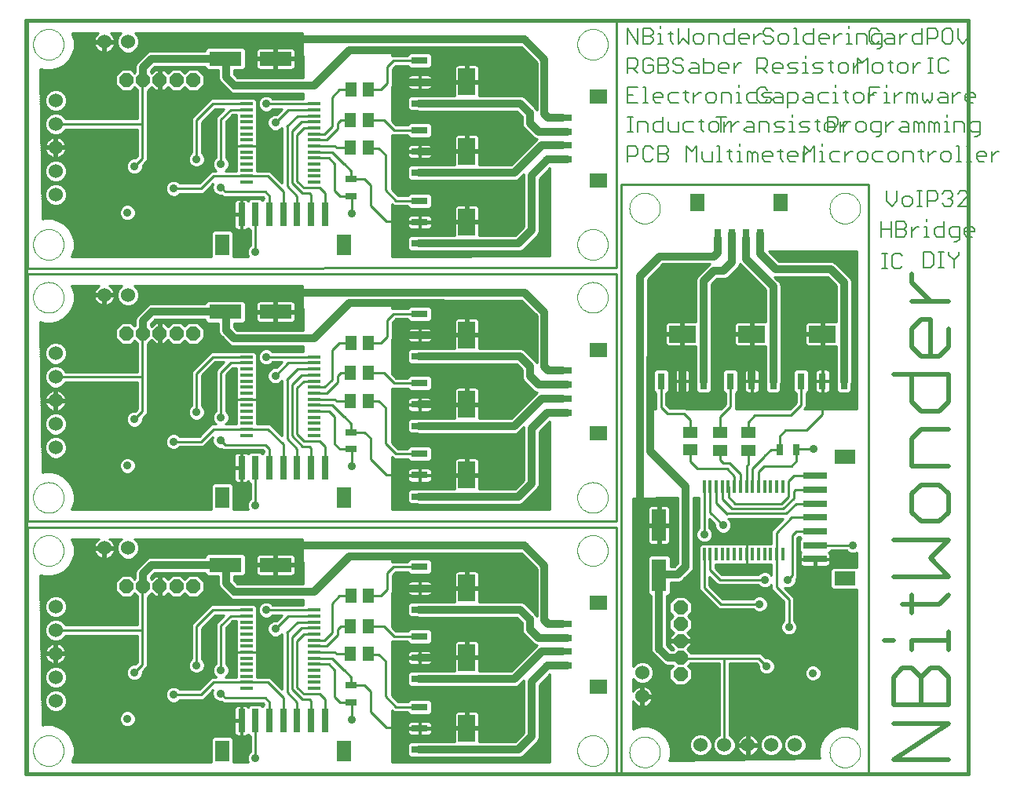
<source format=gtl>
G75*
G70*
%OFA0B0*%
%FSLAX24Y24*%
%IPPOS*%
%LPD*%
%AMOC8*
5,1,8,0,0,1.08239X$1,22.5*
%
%ADD10C,0.0160*%
%ADD11C,0.0100*%
%ADD12C,0.0200*%
%ADD13C,0.0060*%
%ADD14R,0.0709X0.0315*%
%ADD15R,0.0728X0.1181*%
%ADD16R,0.0512X0.0630*%
%ADD17C,0.0600*%
%ADD18C,0.0000*%
%ADD19R,0.0472X0.0315*%
%ADD20R,0.0550X0.0137*%
%ADD21OC8,0.0594*%
%ADD22R,0.0315X0.0984*%
%ADD23R,0.0591X0.0906*%
%ADD24R,0.0787X0.0315*%
%ADD25R,0.0748X0.0591*%
%ADD26R,0.1378X0.0630*%
%ADD27R,0.0315X0.0709*%
%ADD28R,0.1181X0.0728*%
%ADD29R,0.0630X0.0512*%
%ADD30R,0.0315X0.0472*%
%ADD31R,0.0137X0.0550*%
%ADD32R,0.0984X0.0315*%
%ADD33R,0.0906X0.0591*%
%ADD34R,0.0315X0.0787*%
%ADD35R,0.0591X0.0748*%
%ADD36R,0.0630X0.1378*%
%ADD37OC8,0.0357*%
%ADD38C,0.0320*%
%ADD39C,0.0357*%
D10*
X000292Y000464D02*
X040292Y000464D01*
X040292Y032464D01*
X000292Y032464D01*
X000292Y000464D01*
D11*
X000332Y000463D02*
X000332Y010963D01*
X025352Y010960D01*
X025352Y000464D01*
X000332Y000463D01*
X002230Y000994D02*
X002256Y001039D01*
X002331Y001319D01*
X002331Y001608D01*
X002256Y001888D01*
X002112Y002139D01*
X009164Y002139D01*
X009150Y002152D02*
X009178Y002124D01*
X009212Y002104D01*
X009251Y002094D01*
X009399Y002094D01*
X009399Y002707D01*
X009457Y002707D01*
X009457Y002094D01*
X009605Y002094D01*
X009643Y002104D01*
X009677Y002124D01*
X009705Y002152D01*
X009708Y002157D01*
X009791Y002074D01*
X009798Y002074D01*
X009798Y001411D01*
X009721Y001335D01*
X009668Y001206D01*
X009668Y001068D01*
X009699Y000994D01*
X009086Y000994D01*
X009086Y001980D01*
X008986Y002080D01*
X008255Y002080D01*
X008156Y001980D01*
X008156Y000994D01*
X002230Y000994D01*
X002261Y001055D02*
X008156Y001055D01*
X008156Y001153D02*
X002287Y001153D01*
X002314Y001252D02*
X008156Y001252D01*
X008156Y001351D02*
X002331Y001351D01*
X002331Y001449D02*
X008156Y001449D01*
X008156Y001548D02*
X002331Y001548D01*
X002321Y001646D02*
X008156Y001646D01*
X008156Y001745D02*
X002295Y001745D01*
X002269Y001843D02*
X008156Y001843D01*
X008156Y001942D02*
X002226Y001942D01*
X002169Y002040D02*
X008216Y002040D01*
X008348Y002460D02*
X007040Y002460D01*
X006245Y001665D01*
X004571Y001665D01*
X003852Y002384D01*
X003852Y003504D01*
X004306Y003026D02*
X000965Y003026D01*
X000963Y003124D02*
X001408Y003124D01*
X001437Y003112D02*
X001624Y003112D01*
X001797Y003184D01*
X001929Y003316D01*
X002001Y003489D01*
X002001Y003676D01*
X001929Y003848D01*
X001797Y003981D01*
X001624Y004052D01*
X001437Y004052D01*
X001264Y003981D01*
X001132Y003848D01*
X001061Y003676D01*
X001061Y003489D01*
X001132Y003316D01*
X001264Y003184D01*
X001437Y003112D01*
X001654Y003124D02*
X004421Y003124D01*
X004392Y003112D02*
X004294Y003014D01*
X004241Y002886D01*
X004241Y002747D01*
X004294Y002619D01*
X004392Y002521D01*
X004520Y002468D01*
X004659Y002468D01*
X004787Y002521D01*
X004885Y002619D01*
X004938Y002747D01*
X004938Y002886D01*
X004885Y003014D01*
X004787Y003112D01*
X004659Y003165D01*
X004520Y003165D01*
X004392Y003112D01*
X004258Y002927D02*
X000966Y002927D01*
X000968Y002829D02*
X004241Y002829D01*
X004248Y002730D02*
X000969Y002730D01*
X000971Y002632D02*
X004289Y002632D01*
X004380Y002533D02*
X001490Y002533D01*
X001376Y002564D02*
X001087Y002564D01*
X000973Y002533D01*
X000973Y002533D01*
X000869Y008922D01*
X001088Y008864D01*
X001377Y008864D01*
X001657Y008939D01*
X001908Y009083D01*
X002113Y009288D01*
X002257Y009539D01*
X002332Y009819D01*
X002332Y010108D01*
X002257Y010388D01*
X002215Y010462D01*
X003393Y010462D01*
X003369Y010450D01*
X003312Y010409D01*
X003262Y010359D01*
X003220Y010301D01*
X003188Y010238D01*
X003166Y010171D01*
X003158Y010116D01*
X003555Y010116D01*
X003555Y010016D01*
X003158Y010016D01*
X003166Y009960D01*
X003188Y009893D01*
X003220Y009830D01*
X003262Y009772D01*
X003312Y009722D01*
X003369Y009681D01*
X003433Y009649D01*
X003500Y009627D01*
X003555Y009618D01*
X003555Y010015D01*
X003655Y010015D01*
X003655Y009618D01*
X003711Y009627D01*
X003778Y009649D01*
X003841Y009681D01*
X003898Y009722D01*
X003949Y009772D01*
X003990Y009830D01*
X004022Y009893D01*
X004044Y009960D01*
X004053Y010016D01*
X003655Y010016D01*
X003655Y010116D01*
X004053Y010116D01*
X004044Y010171D01*
X004022Y010238D01*
X003990Y010301D01*
X003949Y010359D01*
X003898Y010409D01*
X003841Y010450D01*
X003818Y010462D01*
X004337Y010462D01*
X004207Y010332D01*
X004135Y010159D01*
X004135Y009972D01*
X004207Y009799D01*
X004339Y009667D01*
X004512Y009596D01*
X004699Y009596D01*
X004871Y009667D01*
X005004Y009799D01*
X005075Y009972D01*
X005075Y010159D01*
X005004Y010332D01*
X004873Y010462D01*
X012004Y010461D01*
X012033Y008554D01*
X009258Y008554D01*
X009112Y008700D01*
X009112Y008869D01*
X009508Y008869D01*
X009608Y008968D01*
X009608Y009739D01*
X009508Y009839D01*
X007989Y009839D01*
X007890Y009739D01*
X007890Y009684D01*
X005556Y009684D01*
X005435Y009633D01*
X005342Y009541D01*
X004966Y009165D01*
X004916Y009044D01*
X004916Y008912D01*
X004916Y008776D01*
X004892Y008752D01*
X004731Y008913D01*
X004344Y008913D01*
X004071Y008639D01*
X004071Y008253D01*
X004344Y007979D01*
X004731Y007979D01*
X004892Y008140D01*
X005002Y008030D01*
X005002Y006802D01*
X001948Y006802D01*
X001929Y006848D01*
X001797Y006981D01*
X001624Y007052D01*
X001437Y007052D01*
X001264Y006981D01*
X001132Y006848D01*
X001061Y006676D01*
X001061Y006489D01*
X001132Y006316D01*
X001264Y006184D01*
X001437Y006112D01*
X001624Y006112D01*
X001797Y006184D01*
X001929Y006316D01*
X001948Y006362D01*
X005002Y006362D01*
X005002Y005216D01*
X004920Y005135D01*
X004814Y005135D01*
X004685Y005082D01*
X004587Y004984D01*
X004534Y004856D01*
X004534Y004717D01*
X004587Y004589D01*
X004685Y004491D01*
X004814Y004438D01*
X004952Y004438D01*
X005080Y004491D01*
X005178Y004589D01*
X005231Y004717D01*
X005231Y004824D01*
X005311Y004904D01*
X005313Y004904D01*
X005442Y005032D01*
X005442Y006639D01*
X005442Y007981D01*
X005614Y008154D01*
X005770Y007999D01*
X005906Y007999D01*
X005906Y008397D01*
X006003Y008397D01*
X006003Y007999D01*
X006140Y007999D01*
X006295Y008154D01*
X006470Y007979D01*
X006857Y007979D01*
X007018Y008140D01*
X007179Y007979D01*
X007565Y007979D01*
X007839Y008253D01*
X007839Y008639D01*
X007565Y008913D01*
X007179Y008913D01*
X007018Y008752D01*
X006857Y008913D01*
X006470Y008913D01*
X006295Y008738D01*
X006140Y008893D01*
X006003Y008893D01*
X006003Y008495D01*
X005906Y008495D01*
X005906Y008893D01*
X005770Y008893D01*
X005614Y008738D01*
X005576Y008776D01*
X005576Y008841D01*
X005758Y009024D01*
X007890Y009024D01*
X007890Y008968D01*
X007989Y008869D01*
X008452Y008869D01*
X008452Y008498D01*
X008502Y008377D01*
X008595Y008284D01*
X008935Y007944D01*
X009056Y007894D01*
X009187Y007894D01*
X012043Y007894D01*
X012047Y007658D01*
X010749Y007658D01*
X010673Y007733D01*
X010545Y007786D01*
X010407Y007786D01*
X010278Y007733D01*
X010180Y007635D01*
X010127Y007507D01*
X010127Y007369D01*
X010180Y007240D01*
X010278Y007142D01*
X010407Y007089D01*
X010545Y007089D01*
X010673Y007142D01*
X010749Y007218D01*
X011135Y007218D01*
X010899Y006982D01*
X010792Y006982D01*
X010664Y006929D01*
X010566Y006831D01*
X010513Y006703D01*
X010513Y006564D01*
X010566Y006436D01*
X010664Y006338D01*
X010792Y006285D01*
X010931Y006285D01*
X011059Y006338D01*
X011135Y006415D01*
X011135Y006386D01*
X011142Y006380D01*
X011142Y004085D01*
X010643Y004584D01*
X010461Y004584D01*
X010087Y004584D01*
X010087Y004761D01*
X010087Y005017D01*
X010087Y005273D01*
X010087Y005529D01*
X010065Y005551D01*
X010067Y005557D01*
X010067Y005645D01*
X009643Y005645D01*
X009643Y005646D01*
X010067Y005646D01*
X010067Y005734D01*
X010065Y005741D01*
X010087Y005763D01*
X010087Y006040D01*
X010087Y006296D01*
X010087Y006552D01*
X010087Y006808D01*
X010087Y007064D01*
X010087Y007320D01*
X010087Y007576D01*
X009988Y007675D01*
X009297Y007675D01*
X009285Y007664D01*
X008131Y007664D01*
X008002Y007535D01*
X007302Y006835D01*
X007302Y006652D01*
X007302Y005366D01*
X007226Y005291D01*
X007173Y005163D01*
X007173Y005024D01*
X007226Y004896D01*
X007324Y004798D01*
X007452Y004745D01*
X007591Y004745D01*
X007719Y004798D01*
X007817Y004896D01*
X007870Y005024D01*
X007870Y005163D01*
X007817Y005291D01*
X007742Y005366D01*
X007742Y006652D01*
X008313Y007224D01*
X008691Y007224D01*
X008332Y006865D01*
X008332Y006682D01*
X008332Y005146D01*
X008256Y005071D01*
X008203Y004943D01*
X008203Y004804D01*
X008256Y004676D01*
X008346Y004586D01*
X008335Y004586D01*
X008153Y004586D01*
X007631Y004064D01*
X006824Y004064D01*
X006749Y004139D01*
X006621Y004192D01*
X006482Y004192D01*
X006354Y004139D01*
X006256Y004041D01*
X006203Y003913D01*
X006203Y003774D01*
X006256Y003646D01*
X006354Y003548D01*
X006482Y003495D01*
X006621Y003495D01*
X006749Y003548D01*
X006824Y003624D01*
X007813Y003624D01*
X007942Y003752D01*
X008222Y004033D01*
X008193Y003963D01*
X008193Y003824D01*
X008246Y003696D01*
X008344Y003598D01*
X008472Y003545D01*
X008579Y003545D01*
X008641Y003484D01*
X008823Y003484D01*
X010341Y003484D01*
X010389Y003435D01*
X010389Y003398D01*
X010381Y003398D01*
X010314Y003331D01*
X010246Y003398D01*
X009791Y003398D01*
X009708Y003316D01*
X009705Y003321D01*
X009677Y003349D01*
X009643Y003368D01*
X009605Y003378D01*
X009457Y003378D01*
X009457Y002765D01*
X009399Y002765D01*
X009399Y002708D01*
X009120Y002708D01*
X009120Y002224D01*
X009131Y002186D01*
X009150Y002152D01*
X009120Y002237D02*
X002013Y002237D01*
X002112Y002139D02*
X001907Y002344D01*
X001656Y002489D01*
X001376Y002564D01*
X001750Y002434D02*
X009120Y002434D01*
X009120Y002336D02*
X001915Y002336D01*
X001836Y003223D02*
X009120Y003223D01*
X009120Y003248D02*
X009120Y002765D01*
X009399Y002765D01*
X009399Y003378D01*
X009251Y003378D01*
X009212Y003368D01*
X009178Y003349D01*
X009150Y003321D01*
X009131Y003286D01*
X009120Y003248D01*
X009151Y003321D02*
X001931Y003321D01*
X001972Y003420D02*
X010389Y003420D01*
X010609Y003526D02*
X010432Y003704D01*
X008732Y003704D01*
X008542Y003894D01*
X008213Y004011D02*
X008200Y004011D01*
X008193Y003913D02*
X008102Y003913D01*
X008197Y003814D02*
X008003Y003814D01*
X007905Y003716D02*
X008238Y003716D01*
X008325Y003617D02*
X006818Y003617D01*
X006677Y003518D02*
X008606Y003518D01*
X009120Y003124D02*
X004757Y003124D01*
X004873Y003026D02*
X009120Y003026D01*
X009120Y002927D02*
X004921Y002927D01*
X004938Y002829D02*
X009120Y002829D01*
X009120Y002632D02*
X004890Y002632D01*
X004931Y002730D02*
X009399Y002730D01*
X009428Y002736D02*
X009428Y002411D01*
X009399Y002434D02*
X009457Y002434D01*
X009457Y002336D02*
X009399Y002336D01*
X009399Y002237D02*
X009457Y002237D01*
X009457Y002139D02*
X009399Y002139D01*
X009692Y002139D02*
X009726Y002139D01*
X009798Y002040D02*
X009026Y002040D01*
X009086Y001942D02*
X009798Y001942D01*
X009798Y001843D02*
X009086Y001843D01*
X009086Y001745D02*
X009798Y001745D01*
X009798Y001646D02*
X009086Y001646D01*
X009086Y001548D02*
X009798Y001548D01*
X009798Y001449D02*
X009086Y001449D01*
X009086Y001351D02*
X009737Y001351D01*
X009687Y001252D02*
X009086Y001252D01*
X009086Y001153D02*
X009668Y001153D01*
X009674Y001055D02*
X009086Y001055D01*
X010017Y001137D02*
X010018Y001139D01*
X010018Y002736D01*
X010018Y002266D01*
X010019Y002266D01*
X010019Y002555D01*
X009457Y002533D02*
X009399Y002533D01*
X009399Y002632D02*
X009457Y002632D01*
X009457Y002829D02*
X009399Y002829D01*
X009399Y002927D02*
X009457Y002927D01*
X009457Y003026D02*
X009399Y003026D01*
X009399Y003124D02*
X009457Y003124D01*
X009457Y003223D02*
X009399Y003223D01*
X009399Y003321D02*
X009457Y003321D01*
X009705Y003321D02*
X009713Y003321D01*
X010609Y003526D02*
X010609Y002736D01*
X011200Y002736D02*
X011200Y003716D01*
X010552Y004364D01*
X009645Y004364D01*
X009642Y004366D01*
X008244Y004366D01*
X007722Y003844D01*
X006552Y003844D01*
X006778Y004110D02*
X007677Y004110D01*
X007775Y004208D02*
X001821Y004208D01*
X001797Y004184D02*
X001929Y004316D01*
X002001Y004489D01*
X002001Y004676D01*
X001929Y004848D01*
X001797Y004981D01*
X001624Y005052D01*
X001437Y005052D01*
X001264Y004981D01*
X001132Y004848D01*
X001061Y004676D01*
X001061Y004489D01*
X001132Y004316D01*
X001264Y004184D01*
X001437Y004112D01*
X001624Y004112D01*
X001797Y004184D01*
X001920Y004307D02*
X007874Y004307D01*
X007972Y004405D02*
X001966Y004405D01*
X002001Y004504D02*
X004673Y004504D01*
X004582Y004602D02*
X002001Y004602D01*
X001990Y004701D02*
X004541Y004701D01*
X004534Y004800D02*
X001949Y004800D01*
X001879Y004898D02*
X004552Y004898D01*
X004600Y004997D02*
X001758Y004997D01*
X001703Y005165D02*
X001766Y005197D01*
X001824Y005239D01*
X001874Y005289D01*
X001916Y005346D01*
X001948Y005409D01*
X001970Y005477D01*
X001978Y005532D01*
X001581Y005532D01*
X001581Y005632D01*
X001978Y005632D01*
X001970Y005687D01*
X001970Y005686D02*
X005002Y005686D01*
X005002Y005588D02*
X001581Y005588D01*
X001581Y005632D02*
X001481Y005632D01*
X001481Y006030D01*
X001425Y006021D01*
X001358Y005999D01*
X001295Y005967D01*
X001238Y005925D01*
X001187Y005875D01*
X001146Y005818D01*
X001114Y005755D01*
X001092Y005687D01*
X001083Y005632D01*
X001480Y005632D01*
X001480Y005532D01*
X001083Y005532D01*
X001092Y005477D01*
X001114Y005409D01*
X001146Y005346D01*
X001187Y005289D01*
X001238Y005239D01*
X001295Y005197D01*
X001358Y005165D01*
X001425Y005143D01*
X001481Y005134D01*
X001481Y005532D01*
X001581Y005532D01*
X001581Y005134D01*
X001636Y005143D01*
X001703Y005165D01*
X001760Y005194D02*
X004979Y005194D01*
X005002Y005292D02*
X001876Y005292D01*
X001938Y005391D02*
X005002Y005391D01*
X005002Y005489D02*
X001972Y005489D01*
X001970Y005687D02*
X001948Y005755D01*
X001916Y005818D01*
X001874Y005875D01*
X001824Y005925D01*
X001766Y005967D01*
X001703Y005999D01*
X001636Y006021D01*
X001581Y006030D01*
X001581Y005632D01*
X001581Y005686D02*
X001481Y005686D01*
X001480Y005588D02*
X000923Y005588D01*
X000922Y005686D02*
X001092Y005686D01*
X001129Y005785D02*
X000920Y005785D01*
X000918Y005884D02*
X001196Y005884D01*
X001324Y005982D02*
X000917Y005982D01*
X000915Y006081D02*
X005002Y006081D01*
X005002Y006179D02*
X001786Y006179D01*
X001891Y006278D02*
X005002Y006278D01*
X005002Y005982D02*
X001737Y005982D01*
X001581Y005982D02*
X001481Y005982D01*
X001481Y005884D02*
X001581Y005884D01*
X001581Y005785D02*
X001481Y005785D01*
X001481Y005489D02*
X001581Y005489D01*
X001581Y005391D02*
X001481Y005391D01*
X001481Y005292D02*
X001581Y005292D01*
X001581Y005194D02*
X001481Y005194D01*
X001302Y005194D02*
X000929Y005194D01*
X000928Y005292D02*
X001185Y005292D01*
X001123Y005391D02*
X000926Y005391D01*
X000925Y005489D02*
X001090Y005489D01*
X000931Y005095D02*
X004718Y005095D01*
X004883Y004786D02*
X005220Y005124D01*
X005222Y005124D01*
X005222Y006548D01*
X005188Y006582D01*
X001531Y006582D01*
X001100Y006770D02*
X000904Y006770D01*
X000906Y006672D02*
X001061Y006672D01*
X001061Y006573D02*
X000907Y006573D01*
X000909Y006475D02*
X001066Y006475D01*
X001107Y006376D02*
X000910Y006376D01*
X000912Y006278D02*
X001170Y006278D01*
X001275Y006179D02*
X000914Y006179D01*
X001866Y005884D02*
X005002Y005884D01*
X005002Y005785D02*
X001932Y005785D01*
X001303Y004997D02*
X000933Y004997D01*
X000934Y004898D02*
X001182Y004898D01*
X001112Y004800D02*
X000936Y004800D01*
X000937Y004701D02*
X001071Y004701D01*
X001061Y004602D02*
X000939Y004602D01*
X000941Y004504D02*
X001061Y004504D01*
X001095Y004405D02*
X000942Y004405D01*
X000944Y004307D02*
X001141Y004307D01*
X001240Y004208D02*
X000945Y004208D01*
X000947Y004110D02*
X006325Y004110D01*
X006244Y004011D02*
X001723Y004011D01*
X001865Y003913D02*
X006203Y003913D01*
X006203Y003814D02*
X001943Y003814D01*
X001984Y003716D02*
X006228Y003716D01*
X006285Y003617D02*
X002001Y003617D01*
X002001Y003518D02*
X006426Y003518D01*
X005093Y004504D02*
X008071Y004504D01*
X008246Y004701D02*
X005225Y004701D01*
X005231Y004800D02*
X007323Y004800D01*
X007225Y004898D02*
X005306Y004898D01*
X005406Y004997D02*
X007185Y004997D01*
X007173Y005095D02*
X005442Y005095D01*
X005442Y005194D02*
X007186Y005194D01*
X007228Y005292D02*
X005442Y005292D01*
X005442Y005391D02*
X007302Y005391D01*
X007302Y005489D02*
X005442Y005489D01*
X005442Y005588D02*
X007302Y005588D01*
X007302Y005686D02*
X005442Y005686D01*
X005442Y005785D02*
X007302Y005785D01*
X007302Y005884D02*
X005442Y005884D01*
X005442Y005982D02*
X007302Y005982D01*
X007302Y006081D02*
X005442Y006081D01*
X005442Y006179D02*
X007302Y006179D01*
X007302Y006278D02*
X005442Y006278D01*
X005442Y006376D02*
X007302Y006376D01*
X007302Y006475D02*
X005442Y006475D01*
X005442Y006573D02*
X007302Y006573D01*
X007302Y006672D02*
X005442Y006672D01*
X005442Y006770D02*
X007302Y006770D01*
X007336Y006869D02*
X005442Y006869D01*
X005442Y006967D02*
X007434Y006967D01*
X007533Y007066D02*
X005442Y007066D01*
X005442Y007165D02*
X007631Y007165D01*
X007730Y007263D02*
X005442Y007263D01*
X005442Y007362D02*
X007829Y007362D01*
X007927Y007460D02*
X005442Y007460D01*
X005442Y007559D02*
X008026Y007559D01*
X008124Y007657D02*
X005442Y007657D01*
X005442Y007756D02*
X010333Y007756D01*
X010203Y007657D02*
X010006Y007657D01*
X010087Y007559D02*
X010149Y007559D01*
X010127Y007460D02*
X010087Y007460D01*
X010087Y007362D02*
X010130Y007362D01*
X010087Y007263D02*
X010171Y007263D01*
X010087Y007165D02*
X010256Y007165D01*
X010087Y007066D02*
X010983Y007066D01*
X011082Y007165D02*
X010695Y007165D01*
X010757Y006967D02*
X010087Y006967D01*
X010087Y006869D02*
X010604Y006869D01*
X010541Y006770D02*
X010087Y006770D01*
X010087Y006672D02*
X010513Y006672D01*
X010513Y006573D02*
X010087Y006573D01*
X010087Y006475D02*
X010550Y006475D01*
X010626Y006376D02*
X010087Y006376D01*
X010087Y006278D02*
X011142Y006278D01*
X011142Y006376D02*
X011097Y006376D01*
X011142Y006179D02*
X010087Y006179D01*
X010087Y006081D02*
X011142Y006081D01*
X011142Y005982D02*
X010087Y005982D01*
X010087Y005884D02*
X011142Y005884D01*
X011142Y005785D02*
X010087Y005785D01*
X010067Y005686D02*
X011142Y005686D01*
X011142Y005588D02*
X010067Y005588D01*
X010087Y005489D02*
X011142Y005489D01*
X011142Y005391D02*
X010087Y005391D01*
X010087Y005292D02*
X011142Y005292D01*
X011142Y005194D02*
X010087Y005194D01*
X010087Y005095D02*
X011142Y005095D01*
X011142Y004997D02*
X010087Y004997D01*
X010087Y004898D02*
X011142Y004898D01*
X011142Y004800D02*
X010087Y004800D01*
X010087Y004701D02*
X011142Y004701D01*
X011142Y004602D02*
X010087Y004602D01*
X010722Y004504D02*
X011142Y004504D01*
X011142Y004405D02*
X010821Y004405D01*
X010920Y004307D02*
X011142Y004307D01*
X011142Y004208D02*
X011018Y004208D01*
X011117Y004110D02*
X011142Y004110D01*
X011362Y003954D02*
X011362Y006471D01*
X011355Y006477D01*
X011802Y006924D01*
X012519Y006924D01*
X012521Y006925D01*
X012521Y006669D02*
X011971Y006669D01*
X011572Y006270D01*
X011572Y004084D01*
X012012Y003644D01*
X012302Y003644D01*
X012381Y003565D01*
X012381Y002736D01*
X012381Y002595D01*
X012962Y002644D02*
X012972Y002654D01*
X012972Y002674D01*
X012971Y002673D01*
X012971Y002624D01*
X012992Y002644D01*
X012992Y003014D01*
X012971Y002993D01*
X012971Y002736D01*
X012971Y003644D01*
X012752Y003864D01*
X012072Y003864D01*
X011782Y004154D01*
X011782Y006124D01*
X012062Y006404D01*
X012511Y006404D01*
X012521Y006413D01*
X012521Y006158D02*
X012521Y006157D01*
X012521Y006158D02*
X012955Y006158D01*
X013272Y006474D01*
X013272Y007724D01*
X013582Y008034D01*
X014068Y008034D01*
X014816Y008034D02*
X015342Y008034D01*
X015612Y008304D01*
X015612Y009001D01*
X015880Y009269D01*
X016988Y009269D01*
X017412Y008942D02*
X016563Y008942D01*
X016463Y009041D01*
X016463Y009049D01*
X015971Y009049D01*
X015832Y008910D01*
X015832Y008212D01*
X015812Y008193D01*
X015812Y006725D01*
X015993Y006544D01*
X016463Y006544D01*
X016463Y006547D01*
X016563Y006647D01*
X017412Y006647D01*
X017512Y006547D01*
X017512Y006091D01*
X017412Y005992D01*
X016563Y005992D01*
X016463Y006091D01*
X016463Y006104D01*
X015812Y006104D01*
X015812Y003807D01*
X016082Y003537D01*
X016463Y003537D01*
X016463Y003547D01*
X016563Y003647D01*
X017412Y003647D01*
X017512Y003547D01*
X017512Y003091D01*
X017412Y002992D01*
X016563Y002992D01*
X016463Y003091D01*
X016463Y003097D01*
X016082Y003097D01*
X015900Y003097D01*
X015812Y003185D01*
X015812Y000994D01*
X022522Y000994D01*
X022522Y004707D01*
X022072Y004257D01*
X022072Y002008D01*
X022021Y001887D01*
X021929Y001794D01*
X021363Y001228D01*
X021242Y001178D01*
X021110Y001178D01*
X016922Y001178D01*
X016916Y001181D01*
X016563Y001181D01*
X016463Y001280D01*
X016463Y001736D01*
X016563Y001836D01*
X016916Y001836D01*
X016922Y001838D01*
X018477Y001838D01*
X018477Y002364D01*
X018941Y002364D01*
X018941Y002464D01*
X018477Y002464D01*
X018477Y003024D01*
X018488Y003062D01*
X018507Y003096D01*
X018535Y003124D01*
X018570Y003144D01*
X018608Y003154D01*
X018942Y003154D01*
X018942Y002464D01*
X019042Y002464D01*
X019042Y003154D01*
X019376Y003154D01*
X019414Y003144D01*
X019448Y003124D01*
X019476Y003096D01*
X019496Y003062D01*
X019506Y003024D01*
X019506Y002464D01*
X019042Y002464D01*
X019042Y002364D01*
X019506Y002364D01*
X019506Y001838D01*
X021039Y001838D01*
X021412Y002210D01*
X021412Y004328D01*
X021412Y004447D01*
X021193Y004228D01*
X021072Y004178D01*
X020941Y004178D01*
X016922Y004178D01*
X016916Y004181D01*
X016563Y004181D01*
X016463Y004280D01*
X016463Y004736D01*
X016563Y004836D01*
X016916Y004836D01*
X016922Y004838D01*
X018477Y004838D01*
X018477Y005364D01*
X018941Y005364D01*
X018941Y005464D01*
X018477Y005464D01*
X018477Y006024D01*
X018488Y006062D01*
X018507Y006096D01*
X018535Y006124D01*
X018570Y006144D01*
X018608Y006154D01*
X018942Y006154D01*
X018942Y005464D01*
X019042Y005464D01*
X019042Y006154D01*
X019376Y006154D01*
X019414Y006144D01*
X019448Y006124D01*
X019476Y006096D01*
X019496Y006062D01*
X019506Y006024D01*
X019506Y005464D01*
X019042Y005464D01*
X019042Y005364D01*
X019506Y005364D01*
X019506Y004838D01*
X020870Y004838D01*
X021961Y005930D01*
X021855Y005974D01*
X021485Y006344D01*
X021392Y006437D01*
X021342Y006558D01*
X021342Y006897D01*
X021110Y007128D01*
X016922Y007128D01*
X016916Y007131D01*
X016563Y007131D01*
X016463Y007230D01*
X016463Y007686D01*
X016563Y007786D01*
X016916Y007786D01*
X016922Y007788D01*
X018477Y007788D01*
X018477Y008314D01*
X018941Y008314D01*
X018941Y008414D01*
X018477Y008414D01*
X018477Y008974D01*
X018488Y009012D01*
X018507Y009046D01*
X018535Y009074D01*
X018570Y009094D01*
X018608Y009104D01*
X018942Y009104D01*
X018942Y008414D01*
X019042Y008414D01*
X019042Y009104D01*
X019376Y009104D01*
X019414Y009094D01*
X019448Y009074D01*
X019476Y009046D01*
X019496Y009012D01*
X019506Y008974D01*
X019506Y008414D01*
X019042Y008414D01*
X019042Y008314D01*
X019506Y008314D01*
X019506Y007788D01*
X021181Y007788D01*
X021313Y007788D01*
X021434Y007738D01*
X021951Y007221D01*
X021962Y007196D01*
X021962Y009187D01*
X021315Y009834D01*
X015812Y009834D01*
X015812Y009489D01*
X016463Y009489D01*
X016463Y009497D01*
X016563Y009597D01*
X017412Y009597D01*
X017512Y009497D01*
X017512Y009041D01*
X017412Y008942D01*
X017508Y009037D02*
X018502Y009037D01*
X018477Y008938D02*
X015860Y008938D01*
X015832Y008840D02*
X018477Y008840D01*
X018477Y008741D02*
X015832Y008741D01*
X015832Y008643D02*
X016548Y008643D01*
X016545Y008641D02*
X016517Y008613D01*
X016498Y008579D01*
X016487Y008541D01*
X016487Y008392D01*
X016963Y008392D01*
X016963Y008335D01*
X017020Y008335D01*
X017020Y008056D01*
X017366Y008056D01*
X017404Y008066D01*
X017438Y008086D01*
X017466Y008114D01*
X017486Y008148D01*
X017496Y008186D01*
X017496Y008335D01*
X017021Y008335D01*
X017021Y008392D01*
X017496Y008392D01*
X017496Y008541D01*
X017486Y008579D01*
X017466Y008613D01*
X017438Y008641D01*
X017404Y008661D01*
X017366Y008671D01*
X017020Y008671D01*
X017020Y008393D01*
X016963Y008393D01*
X016963Y008671D01*
X016618Y008671D01*
X016579Y008661D01*
X016545Y008641D01*
X016488Y008544D02*
X015832Y008544D01*
X015832Y008446D02*
X016487Y008446D01*
X016487Y008335D02*
X016487Y008186D01*
X016498Y008148D01*
X016517Y008114D01*
X016545Y008086D01*
X016579Y008066D01*
X016618Y008056D01*
X016963Y008056D01*
X016963Y008335D01*
X016487Y008335D01*
X016487Y008249D02*
X015832Y008249D01*
X015832Y008347D02*
X016963Y008347D01*
X016992Y008362D02*
X016992Y008364D01*
X018992Y008364D01*
X019042Y008347D02*
X021962Y008347D01*
X021962Y008249D02*
X019506Y008249D01*
X019506Y008150D02*
X021962Y008150D01*
X021962Y008051D02*
X019506Y008051D01*
X019506Y007953D02*
X021962Y007953D01*
X021962Y007854D02*
X019506Y007854D01*
X019506Y008446D02*
X021962Y008446D01*
X021962Y008544D02*
X019506Y008544D01*
X019506Y008643D02*
X021962Y008643D01*
X021962Y008741D02*
X019506Y008741D01*
X019506Y008840D02*
X021962Y008840D01*
X021962Y008938D02*
X019506Y008938D01*
X019481Y009037D02*
X021962Y009037D01*
X021962Y009135D02*
X017512Y009135D01*
X017512Y009234D02*
X021915Y009234D01*
X021816Y009333D02*
X017512Y009333D01*
X017512Y009431D02*
X021718Y009431D01*
X021619Y009530D02*
X017479Y009530D01*
X016496Y009530D02*
X015812Y009530D01*
X015812Y009628D02*
X021520Y009628D01*
X021422Y009727D02*
X015812Y009727D01*
X015812Y009825D02*
X021323Y009825D01*
X022522Y011714D02*
X015812Y011713D01*
X015812Y013935D01*
X015900Y013847D01*
X016463Y013847D01*
X016463Y013841D01*
X016563Y013742D01*
X017412Y013742D01*
X017512Y013841D01*
X017512Y014297D01*
X017412Y014397D01*
X016563Y014397D01*
X016463Y014297D01*
X016463Y014287D01*
X016082Y014287D01*
X015812Y014557D01*
X015812Y016854D01*
X016463Y016854D01*
X016463Y016841D01*
X016563Y016742D01*
X017412Y016742D01*
X017512Y016841D01*
X017512Y017297D01*
X017412Y017397D01*
X016563Y017397D01*
X016463Y017297D01*
X016463Y017294D01*
X015993Y017294D01*
X015812Y017475D01*
X015812Y018943D01*
X015832Y018962D01*
X015832Y019660D01*
X015971Y019799D01*
X016463Y019799D01*
X016463Y019791D01*
X016563Y019692D01*
X017412Y019692D01*
X017512Y019791D01*
X017512Y020247D01*
X017412Y020347D01*
X016563Y020347D01*
X016463Y020247D01*
X016463Y020239D01*
X015812Y020239D01*
X015812Y020584D01*
X021315Y020584D01*
X021962Y019937D01*
X021962Y017946D01*
X021951Y017971D01*
X021434Y018488D01*
X021313Y018538D01*
X021181Y018538D01*
X019506Y018538D01*
X019506Y019064D01*
X019042Y019064D01*
X019042Y019164D01*
X018942Y019164D01*
X018942Y019854D01*
X018608Y019854D01*
X018570Y019844D01*
X018535Y019824D01*
X018507Y019796D01*
X018488Y019762D01*
X018477Y019724D01*
X018477Y019164D01*
X018941Y019164D01*
X018941Y019064D01*
X018477Y019064D01*
X018477Y018538D01*
X016922Y018538D01*
X016916Y018536D01*
X016563Y018536D01*
X016463Y018436D01*
X016463Y017980D01*
X016563Y017881D01*
X016916Y017881D01*
X016922Y017878D01*
X021110Y017878D01*
X021342Y017647D01*
X021342Y017308D01*
X021392Y017187D01*
X021485Y017094D01*
X021855Y016724D01*
X021961Y016680D01*
X020870Y015588D01*
X019506Y015588D01*
X019506Y016114D01*
X019042Y016114D01*
X019042Y016214D01*
X018942Y016214D01*
X018942Y016904D01*
X018608Y016904D01*
X018570Y016894D01*
X018535Y016874D01*
X018507Y016846D01*
X018488Y016812D01*
X018477Y016774D01*
X018477Y016214D01*
X018941Y016214D01*
X018941Y016114D01*
X018477Y016114D01*
X018477Y015588D01*
X016922Y015588D01*
X016916Y015586D01*
X016563Y015586D01*
X016463Y015486D01*
X016463Y015030D01*
X016563Y014931D01*
X016916Y014931D01*
X016922Y014928D01*
X020941Y014928D01*
X021072Y014928D01*
X021193Y014978D01*
X021412Y015197D01*
X021412Y015078D01*
X021412Y012960D01*
X021039Y012588D01*
X019506Y012588D01*
X019506Y013114D01*
X019042Y013114D01*
X019042Y013214D01*
X018942Y013214D01*
X018942Y013904D01*
X018608Y013904D01*
X018570Y013894D01*
X018535Y013874D01*
X018507Y013846D01*
X018488Y013812D01*
X018477Y013774D01*
X018477Y013214D01*
X018941Y013214D01*
X018941Y013114D01*
X018477Y013114D01*
X018477Y012588D01*
X016922Y012588D01*
X016916Y012586D01*
X016563Y012586D01*
X016463Y012486D01*
X015812Y012486D01*
X015812Y012584D02*
X016562Y012584D01*
X016463Y012486D02*
X016463Y012030D01*
X016563Y011931D01*
X016916Y011931D01*
X016922Y011928D01*
X021110Y011928D01*
X021242Y011928D01*
X021363Y011978D01*
X021929Y012544D01*
X022021Y012637D01*
X022072Y012758D01*
X022072Y015007D01*
X022522Y015457D01*
X022522Y011714D01*
X022522Y011796D02*
X015812Y011796D01*
X015812Y011895D02*
X022522Y011895D01*
X022522Y011993D02*
X021378Y011993D01*
X021476Y012092D02*
X022522Y012092D01*
X022522Y012190D02*
X021575Y012190D01*
X021674Y012289D02*
X022522Y012289D01*
X022522Y012387D02*
X021772Y012387D01*
X021871Y012486D02*
X022522Y012486D01*
X022522Y012584D02*
X021969Y012584D01*
X022041Y012683D02*
X022522Y012683D01*
X022522Y012782D02*
X022072Y012782D01*
X022072Y012880D02*
X022522Y012880D01*
X022522Y012979D02*
X022072Y012979D01*
X022072Y013077D02*
X022522Y013077D01*
X022522Y013176D02*
X022072Y013176D01*
X022072Y013274D02*
X022522Y013274D01*
X022522Y013373D02*
X022072Y013373D01*
X022072Y013471D02*
X022522Y013471D01*
X022522Y013570D02*
X022072Y013570D01*
X022072Y013668D02*
X022522Y013668D01*
X022522Y013767D02*
X022072Y013767D01*
X022072Y013866D02*
X022522Y013866D01*
X022522Y013964D02*
X022072Y013964D01*
X022072Y014063D02*
X022522Y014063D01*
X022522Y014161D02*
X022072Y014161D01*
X022072Y014260D02*
X022522Y014260D01*
X022522Y014358D02*
X022072Y014358D01*
X022072Y014457D02*
X022522Y014457D01*
X022522Y014555D02*
X022072Y014555D01*
X022072Y014654D02*
X022522Y014654D01*
X022522Y014752D02*
X022072Y014752D01*
X022072Y014851D02*
X022522Y014851D01*
X022522Y014949D02*
X022072Y014949D01*
X022113Y015048D02*
X022522Y015048D01*
X022522Y015147D02*
X022211Y015147D01*
X022310Y015245D02*
X022522Y015245D01*
X022522Y015344D02*
X022408Y015344D01*
X022507Y015442D02*
X022522Y015442D01*
X021611Y016329D02*
X019506Y016329D01*
X019506Y016231D02*
X021512Y016231D01*
X021413Y016132D02*
X019042Y016132D01*
X018992Y016164D02*
X017997Y016164D01*
X018227Y016252D01*
X018230Y016730D01*
X018092Y017464D01*
X017592Y017464D01*
X016415Y017464D01*
X016377Y017425D01*
X016377Y018499D01*
X016383Y018499D01*
X016383Y019112D01*
X016992Y019112D01*
X016992Y019114D01*
X018992Y019114D01*
X019042Y019088D02*
X021962Y019088D01*
X021962Y018990D02*
X019506Y018990D01*
X019506Y018891D02*
X021962Y018891D01*
X021962Y018793D02*
X019506Y018793D01*
X019506Y018694D02*
X021962Y018694D01*
X021962Y018596D02*
X019506Y018596D01*
X019506Y019164D02*
X019042Y019164D01*
X019042Y019854D01*
X019376Y019854D01*
X019414Y019844D01*
X019448Y019824D01*
X019476Y019796D01*
X019496Y019762D01*
X019506Y019724D01*
X019506Y019164D01*
X019506Y019187D02*
X021962Y019187D01*
X021962Y019285D02*
X019506Y019285D01*
X019506Y019384D02*
X021962Y019384D01*
X021962Y019482D02*
X019506Y019482D01*
X019506Y019581D02*
X021962Y019581D01*
X021962Y019680D02*
X019506Y019680D01*
X019486Y019778D02*
X021962Y019778D01*
X021962Y019877D02*
X017512Y019877D01*
X017512Y019975D02*
X021923Y019975D01*
X021825Y020074D02*
X017512Y020074D01*
X017512Y020172D02*
X021726Y020172D01*
X021628Y020271D02*
X017488Y020271D01*
X017499Y019778D02*
X018497Y019778D01*
X018477Y019680D02*
X015852Y019680D01*
X015832Y019581D02*
X018477Y019581D01*
X018477Y019482D02*
X015832Y019482D01*
X015832Y019384D02*
X016538Y019384D01*
X016545Y019391D02*
X016517Y019363D01*
X016498Y019329D01*
X016487Y019291D01*
X016487Y019142D01*
X016963Y019142D01*
X016963Y019085D01*
X017020Y019085D01*
X017020Y018806D01*
X017366Y018806D01*
X017404Y018816D01*
X017438Y018836D01*
X017466Y018864D01*
X017486Y018898D01*
X017496Y018936D01*
X017496Y019085D01*
X017021Y019085D01*
X017021Y019142D01*
X017496Y019142D01*
X017496Y019291D01*
X017486Y019329D01*
X017466Y019363D01*
X017438Y019391D01*
X017404Y019411D01*
X017366Y019421D01*
X017020Y019421D01*
X017020Y019143D01*
X016963Y019143D01*
X016963Y019421D01*
X016618Y019421D01*
X016579Y019411D01*
X016545Y019391D01*
X016487Y019285D02*
X015832Y019285D01*
X015832Y019187D02*
X016487Y019187D01*
X016487Y019085D02*
X016487Y018936D01*
X016498Y018898D01*
X016517Y018864D01*
X016545Y018836D01*
X016579Y018816D01*
X016618Y018806D01*
X016963Y018806D01*
X016963Y019085D01*
X016487Y019085D01*
X016487Y018990D02*
X015832Y018990D01*
X015832Y019088D02*
X016963Y019088D01*
X017021Y019088D02*
X018941Y019088D01*
X018942Y019187D02*
X019042Y019187D01*
X019042Y019285D02*
X018942Y019285D01*
X018942Y019384D02*
X019042Y019384D01*
X019042Y019482D02*
X018942Y019482D01*
X018942Y019581D02*
X019042Y019581D01*
X019042Y019680D02*
X018942Y019680D01*
X018942Y019778D02*
X019042Y019778D01*
X018477Y019384D02*
X017445Y019384D01*
X017496Y019285D02*
X018477Y019285D01*
X018477Y019187D02*
X017496Y019187D01*
X017496Y018990D02*
X018477Y018990D01*
X018477Y018891D02*
X017482Y018891D01*
X017020Y018891D02*
X016963Y018891D01*
X016963Y018990D02*
X017020Y018990D01*
X017020Y019187D02*
X016963Y019187D01*
X016963Y019285D02*
X017020Y019285D01*
X017020Y019384D02*
X016963Y019384D01*
X016476Y019778D02*
X015950Y019778D01*
X015880Y020019D02*
X016988Y020019D01*
X016487Y020271D02*
X015812Y020271D01*
X015812Y020369D02*
X021529Y020369D01*
X021431Y020468D02*
X015812Y020468D01*
X015812Y020566D02*
X021332Y020566D01*
X021412Y018497D02*
X021962Y018497D01*
X021962Y018399D02*
X021523Y018399D01*
X021622Y018300D02*
X021962Y018300D01*
X021962Y018201D02*
X021720Y018201D01*
X021819Y018103D02*
X021962Y018103D01*
X021962Y018004D02*
X021918Y018004D01*
X021280Y017709D02*
X015812Y017709D01*
X015812Y017807D02*
X021181Y017807D01*
X021342Y017610D02*
X015812Y017610D01*
X015812Y017512D02*
X021342Y017512D01*
X021342Y017413D02*
X015873Y017413D01*
X015972Y017315D02*
X016481Y017315D01*
X016483Y016822D02*
X015812Y016822D01*
X015812Y016723D02*
X018477Y016723D01*
X018477Y016625D02*
X015812Y016625D01*
X015812Y016526D02*
X018477Y016526D01*
X018477Y016428D02*
X017452Y016428D01*
X017438Y016441D02*
X017404Y016461D01*
X017366Y016471D01*
X017020Y016471D01*
X017020Y016193D01*
X016963Y016193D01*
X016963Y016471D01*
X016618Y016471D01*
X016579Y016461D01*
X016545Y016441D01*
X016517Y016413D01*
X016498Y016379D01*
X016487Y016341D01*
X016487Y016192D01*
X016963Y016192D01*
X016963Y016135D01*
X017020Y016135D01*
X017020Y015856D01*
X017366Y015856D01*
X017404Y015866D01*
X017438Y015886D01*
X017466Y015914D01*
X017486Y015948D01*
X017496Y015986D01*
X017496Y016135D01*
X017021Y016135D01*
X017021Y016192D01*
X017496Y016192D01*
X017496Y016341D01*
X017486Y016379D01*
X017466Y016413D01*
X017438Y016441D01*
X017496Y016329D02*
X018477Y016329D01*
X018477Y016231D02*
X017496Y016231D01*
X017496Y016132D02*
X018941Y016132D01*
X018942Y016231D02*
X019042Y016231D01*
X019042Y016214D02*
X019042Y016904D01*
X019376Y016904D01*
X019414Y016894D01*
X019448Y016874D01*
X019476Y016846D01*
X019496Y016812D01*
X019506Y016774D01*
X019506Y016214D01*
X019042Y016214D01*
X019042Y016329D02*
X018942Y016329D01*
X018942Y016428D02*
X019042Y016428D01*
X019042Y016526D02*
X018942Y016526D01*
X018942Y016625D02*
X019042Y016625D01*
X019042Y016723D02*
X018942Y016723D01*
X018942Y016822D02*
X019042Y016822D01*
X019490Y016822D02*
X021757Y016822D01*
X021658Y016920D02*
X017512Y016920D01*
X017512Y017019D02*
X021560Y017019D01*
X021461Y017117D02*
X017512Y017117D01*
X017512Y017216D02*
X021380Y017216D01*
X021342Y017315D02*
X017494Y017315D01*
X017493Y016822D02*
X018493Y016822D01*
X018477Y016033D02*
X017496Y016033D01*
X017478Y015935D02*
X018477Y015935D01*
X018477Y015836D02*
X015812Y015836D01*
X015812Y015738D02*
X018477Y015738D01*
X018477Y015639D02*
X015812Y015639D01*
X015812Y015541D02*
X016518Y015541D01*
X016463Y015442D02*
X015812Y015442D01*
X015812Y015344D02*
X016463Y015344D01*
X016463Y015245D02*
X015812Y015245D01*
X015812Y015147D02*
X016463Y015147D01*
X016463Y015048D02*
X015812Y015048D01*
X015812Y014949D02*
X016544Y014949D01*
X015912Y014457D02*
X021412Y014457D01*
X021412Y014555D02*
X015814Y014555D01*
X015812Y014654D02*
X021412Y014654D01*
X021412Y014752D02*
X015812Y014752D01*
X015812Y014851D02*
X021412Y014851D01*
X021412Y014949D02*
X021123Y014949D01*
X021263Y015048D02*
X021412Y015048D01*
X021412Y015147D02*
X021361Y015147D01*
X020921Y015639D02*
X019506Y015639D01*
X019506Y015738D02*
X021019Y015738D01*
X021118Y015836D02*
X019506Y015836D01*
X019506Y015935D02*
X021216Y015935D01*
X021315Y016033D02*
X019506Y016033D01*
X019506Y016428D02*
X021709Y016428D01*
X021808Y016526D02*
X019506Y016526D01*
X019506Y016625D02*
X021906Y016625D01*
X021856Y016723D02*
X019506Y016723D01*
X017997Y016164D02*
X016992Y016164D01*
X017292Y016164D01*
X017020Y016132D02*
X016963Y016132D01*
X016963Y016135D02*
X016963Y015856D01*
X016618Y015856D01*
X016579Y015866D01*
X016545Y015886D01*
X016517Y015914D01*
X016498Y015948D01*
X016487Y015986D01*
X016487Y016135D01*
X016963Y016135D01*
X016963Y016231D02*
X017020Y016231D01*
X017020Y016329D02*
X016963Y016329D01*
X016963Y016428D02*
X017020Y016428D01*
X017020Y016033D02*
X016963Y016033D01*
X016963Y015935D02*
X017020Y015935D01*
X016505Y015935D02*
X015812Y015935D01*
X015812Y016033D02*
X016487Y016033D01*
X016487Y016132D02*
X015812Y016132D01*
X015812Y016231D02*
X016487Y016231D01*
X016487Y016329D02*
X015812Y016329D01*
X015812Y016428D02*
X016532Y016428D01*
X016982Y017064D02*
X016988Y017069D01*
X016983Y017074D01*
X015902Y017074D01*
X015472Y017504D01*
X014806Y017504D01*
X014058Y017504D02*
X013642Y017504D01*
X013502Y017364D01*
X013502Y017124D01*
X013030Y016652D01*
X012521Y016652D01*
X012521Y016907D02*
X012521Y016908D01*
X012955Y016908D01*
X013272Y017224D01*
X013272Y018474D01*
X013582Y018784D01*
X014068Y018784D01*
X014816Y018784D02*
X015342Y018784D01*
X015612Y019054D01*
X015612Y019751D01*
X015880Y020019D01*
X015812Y018891D02*
X016502Y018891D01*
X016524Y018497D02*
X015812Y018497D01*
X015812Y018399D02*
X016463Y018399D01*
X016463Y018300D02*
X015812Y018300D01*
X015812Y018201D02*
X016463Y018201D01*
X016463Y018103D02*
X015812Y018103D01*
X015812Y018004D02*
X016463Y018004D01*
X016538Y017906D02*
X015812Y017906D01*
X015812Y018596D02*
X018477Y018596D01*
X018477Y018694D02*
X015812Y018694D01*
X015812Y018793D02*
X018477Y018793D01*
X015532Y016033D02*
X015253Y016312D01*
X014797Y016312D01*
X014796Y016314D01*
X014048Y016314D02*
X013472Y016314D01*
X013390Y016396D01*
X012521Y016396D01*
X012521Y016140D02*
X012527Y016134D01*
X013292Y016134D01*
X013792Y015634D01*
X013802Y015634D01*
X014092Y015344D01*
X014092Y014988D01*
X014657Y014988D01*
X014912Y014734D01*
X014912Y013854D01*
X015582Y013184D01*
X016972Y013184D01*
X016992Y013164D01*
X016987Y013168D01*
X016985Y013170D02*
X016992Y013164D01*
X017021Y013176D02*
X018941Y013176D01*
X018942Y013274D02*
X019042Y013274D01*
X019042Y013214D02*
X019042Y013904D01*
X019376Y013904D01*
X019414Y013894D01*
X019448Y013874D01*
X019476Y013846D01*
X019496Y013812D01*
X019506Y013774D01*
X019506Y013214D01*
X019042Y013214D01*
X019042Y013176D02*
X021412Y013176D01*
X021412Y013274D02*
X019506Y013274D01*
X019506Y013373D02*
X021412Y013373D01*
X021412Y013471D02*
X019506Y013471D01*
X019506Y013570D02*
X021412Y013570D01*
X021412Y013668D02*
X019506Y013668D01*
X019506Y013767D02*
X021412Y013767D01*
X021412Y013866D02*
X019457Y013866D01*
X019042Y013866D02*
X018942Y013866D01*
X018942Y013767D02*
X019042Y013767D01*
X019042Y013668D02*
X018942Y013668D01*
X018942Y013570D02*
X019042Y013570D01*
X019042Y013471D02*
X018942Y013471D01*
X018942Y013373D02*
X019042Y013373D01*
X019506Y013077D02*
X021412Y013077D01*
X021412Y012979D02*
X019506Y012979D01*
X019506Y012880D02*
X021331Y012880D01*
X021233Y012782D02*
X019506Y012782D01*
X019506Y012683D02*
X021134Y012683D01*
X021412Y013964D02*
X017512Y013964D01*
X017512Y013866D02*
X018527Y013866D01*
X018477Y013767D02*
X017438Y013767D01*
X017366Y013471D02*
X017020Y013471D01*
X017020Y013193D01*
X016963Y013193D01*
X016963Y013471D01*
X016618Y013471D01*
X016579Y013461D01*
X016545Y013441D01*
X016517Y013413D01*
X016498Y013379D01*
X016487Y013341D01*
X016487Y013192D01*
X016963Y013192D01*
X016963Y013135D01*
X017020Y013135D01*
X017020Y012856D01*
X017366Y012856D01*
X017404Y012866D01*
X017438Y012886D01*
X017466Y012914D01*
X017486Y012948D01*
X017496Y012986D01*
X017496Y013135D01*
X017021Y013135D01*
X017021Y013192D01*
X017496Y013192D01*
X017496Y013341D01*
X017486Y013379D01*
X017466Y013413D01*
X017438Y013441D01*
X017404Y013461D01*
X017366Y013471D01*
X017487Y013373D02*
X018477Y013373D01*
X018477Y013471D02*
X015812Y013471D01*
X015812Y013373D02*
X016496Y013373D01*
X016487Y013274D02*
X015812Y013274D01*
X015812Y013176D02*
X016963Y013176D01*
X016963Y013135D02*
X016487Y013135D01*
X016487Y012986D01*
X016498Y012948D01*
X016517Y012914D01*
X016545Y012886D01*
X016579Y012866D01*
X016618Y012856D01*
X016963Y012856D01*
X016963Y013135D01*
X016963Y013077D02*
X017020Y013077D01*
X017020Y012979D02*
X016963Y012979D01*
X016963Y012880D02*
X017020Y012880D01*
X017020Y013274D02*
X016963Y013274D01*
X016963Y013373D02*
X017020Y013373D01*
X016487Y013077D02*
X015812Y013077D01*
X015812Y012979D02*
X016489Y012979D01*
X016556Y012880D02*
X015812Y012880D01*
X015812Y012782D02*
X018477Y012782D01*
X018477Y012880D02*
X017428Y012880D01*
X017494Y012979D02*
X018477Y012979D01*
X018477Y013077D02*
X017496Y013077D01*
X017496Y013274D02*
X018477Y013274D01*
X018477Y013570D02*
X015812Y013570D01*
X015812Y013668D02*
X018477Y013668D01*
X017512Y014063D02*
X021412Y014063D01*
X021412Y014161D02*
X017512Y014161D01*
X017512Y014260D02*
X021412Y014260D01*
X021412Y014358D02*
X017451Y014358D01*
X016988Y014069D02*
X016986Y014067D01*
X015991Y014067D01*
X015532Y014526D01*
X015532Y016033D01*
X016011Y014358D02*
X016525Y014358D01*
X016538Y013767D02*
X015812Y013767D01*
X015812Y013866D02*
X015881Y013866D01*
X015812Y012683D02*
X018477Y012683D01*
X018194Y012729D02*
X017724Y012729D01*
X016463Y012387D02*
X015812Y012387D01*
X015812Y012289D02*
X016463Y012289D01*
X016463Y012190D02*
X015812Y012190D01*
X015812Y012092D02*
X016463Y012092D01*
X016500Y011993D02*
X015812Y011993D01*
X014111Y013536D02*
X014111Y013537D01*
X014111Y014281D01*
X014072Y014241D01*
X014029Y014241D01*
X014087Y014284D02*
X014092Y014279D01*
X013596Y014279D01*
X013382Y014494D01*
X013382Y015634D01*
X013132Y015884D01*
X012521Y015884D01*
X012521Y015884D01*
X011782Y014904D02*
X012072Y014614D01*
X012752Y014614D01*
X012971Y014394D01*
X012971Y013486D01*
X012971Y013743D01*
X012992Y013764D01*
X012992Y013394D01*
X012971Y013374D01*
X012971Y013423D01*
X012972Y013424D01*
X012972Y013404D01*
X012962Y013394D01*
X012381Y013345D02*
X012381Y013486D01*
X012381Y014315D01*
X012302Y014394D01*
X012012Y014394D01*
X011572Y014834D01*
X011572Y017020D01*
X011971Y017419D01*
X012521Y017419D01*
X012521Y017419D01*
X012519Y017674D02*
X011802Y017674D01*
X011355Y017227D01*
X011362Y017221D01*
X011362Y014704D01*
X011790Y014275D01*
X011790Y013486D01*
X011200Y013486D02*
X011200Y014466D01*
X010552Y015114D01*
X009645Y015114D01*
X009642Y015116D01*
X008244Y015116D01*
X007722Y014594D01*
X006552Y014594D01*
X006787Y014851D02*
X007668Y014851D01*
X007631Y014814D02*
X006824Y014814D01*
X006749Y014889D01*
X006621Y014942D01*
X006482Y014942D01*
X006354Y014889D01*
X006256Y014791D01*
X006203Y014663D01*
X006203Y014524D01*
X006256Y014396D01*
X006354Y014298D01*
X006482Y014245D01*
X006621Y014245D01*
X006749Y014298D01*
X006824Y014374D01*
X007813Y014374D01*
X007942Y014502D01*
X008222Y014783D01*
X008193Y014713D01*
X008193Y014574D01*
X008246Y014446D01*
X008344Y014348D01*
X008472Y014295D01*
X008579Y014295D01*
X008641Y014234D01*
X008823Y014234D01*
X010341Y014234D01*
X010389Y014185D01*
X010389Y014148D01*
X010381Y014148D01*
X010314Y014081D01*
X010246Y014148D01*
X009791Y014148D01*
X009708Y014066D01*
X009705Y014071D01*
X009677Y014099D01*
X009643Y014118D01*
X009605Y014128D01*
X009457Y014128D01*
X009457Y013515D01*
X009399Y013515D01*
X009399Y013458D01*
X009120Y013458D01*
X009120Y012974D01*
X009131Y012936D01*
X009150Y012902D01*
X009178Y012874D01*
X009212Y012854D01*
X009251Y012844D01*
X009399Y012844D01*
X009399Y013457D01*
X009457Y013457D01*
X009457Y012844D01*
X009605Y012844D01*
X009643Y012854D01*
X009677Y012874D01*
X009705Y012902D01*
X009708Y012907D01*
X009791Y012824D01*
X009798Y012824D01*
X009798Y012161D01*
X009721Y012085D01*
X009668Y011956D01*
X009668Y011818D01*
X009712Y011713D01*
X009086Y011713D01*
X009086Y012730D01*
X008986Y012830D01*
X008255Y012830D01*
X008156Y012730D01*
X008156Y011713D01*
X002213Y011713D01*
X002256Y011789D01*
X002331Y012069D01*
X002331Y012358D01*
X002256Y012638D01*
X002112Y012889D01*
X001907Y013094D01*
X001656Y013239D01*
X001376Y013314D01*
X001087Y013314D01*
X000973Y013283D01*
X000869Y019672D01*
X001088Y019614D01*
X001377Y019614D01*
X001657Y019689D01*
X001908Y019833D01*
X002113Y020038D01*
X002257Y020289D01*
X002332Y020569D01*
X002332Y020858D01*
X002257Y021138D01*
X002215Y021212D01*
X003393Y021212D01*
X003369Y021200D01*
X003312Y021159D01*
X003262Y021109D01*
X003220Y021051D01*
X003188Y020988D01*
X003166Y020921D01*
X003158Y020866D01*
X003555Y020866D01*
X003555Y020766D01*
X003158Y020766D01*
X003166Y020710D01*
X003188Y020643D01*
X003220Y020580D01*
X003262Y020522D01*
X003312Y020472D01*
X003369Y020431D01*
X003433Y020399D01*
X003500Y020377D01*
X003555Y020368D01*
X003555Y020765D01*
X003655Y020765D01*
X003655Y020368D01*
X003711Y020377D01*
X003778Y020399D01*
X003841Y020431D01*
X003898Y020472D01*
X003949Y020522D01*
X003990Y020580D01*
X004022Y020643D01*
X004044Y020710D01*
X004053Y020766D01*
X003655Y020766D01*
X003655Y020866D01*
X004053Y020866D01*
X004044Y020921D01*
X004022Y020988D01*
X003990Y021051D01*
X003949Y021109D01*
X003898Y021159D01*
X003841Y021200D01*
X003818Y021212D01*
X004337Y021212D01*
X004207Y021082D01*
X004135Y020909D01*
X004135Y020722D01*
X004207Y020549D01*
X004339Y020417D01*
X004512Y020346D01*
X004699Y020346D01*
X004871Y020417D01*
X005004Y020549D01*
X005075Y020722D01*
X005075Y020909D01*
X005004Y021082D01*
X004873Y021212D01*
X012004Y021211D01*
X012033Y019304D01*
X009258Y019304D01*
X009112Y019450D01*
X009112Y019619D01*
X009508Y019619D01*
X009608Y019718D01*
X009608Y020489D01*
X009508Y020589D01*
X007989Y020589D01*
X007890Y020489D01*
X007890Y020434D01*
X005556Y020434D01*
X005435Y020383D01*
X005342Y020291D01*
X004966Y019915D01*
X004916Y019794D01*
X004916Y019662D01*
X004916Y019526D01*
X004892Y019502D01*
X004731Y019663D01*
X004344Y019663D01*
X004071Y019389D01*
X004071Y019003D01*
X004344Y018729D01*
X004731Y018729D01*
X004892Y018890D01*
X005002Y018780D01*
X005002Y017552D01*
X001948Y017552D01*
X001929Y017598D01*
X001797Y017731D01*
X001624Y017802D01*
X001437Y017802D01*
X001264Y017731D01*
X001132Y017598D01*
X001061Y017426D01*
X001061Y017239D01*
X001132Y017066D01*
X001264Y016934D01*
X001437Y016862D01*
X001624Y016862D01*
X001797Y016934D01*
X001929Y017066D01*
X001948Y017112D01*
X005002Y017112D01*
X005002Y015966D01*
X004920Y015885D01*
X004814Y015885D01*
X004685Y015832D01*
X004587Y015734D01*
X004534Y015606D01*
X004534Y015467D01*
X004587Y015339D01*
X004685Y015241D01*
X004814Y015188D01*
X004952Y015188D01*
X005080Y015241D01*
X005178Y015339D01*
X005231Y015467D01*
X005231Y015574D01*
X005311Y015654D01*
X005313Y015654D01*
X005442Y015782D01*
X005442Y017389D01*
X005442Y018731D01*
X005614Y018904D01*
X005770Y018749D01*
X005906Y018749D01*
X005906Y019147D01*
X006003Y019147D01*
X006003Y018749D01*
X006140Y018749D01*
X006295Y018904D01*
X006470Y018729D01*
X006857Y018729D01*
X007018Y018890D01*
X007179Y018729D01*
X007565Y018729D01*
X007839Y019003D01*
X007839Y019389D01*
X007565Y019663D01*
X007179Y019663D01*
X007018Y019502D01*
X006857Y019663D01*
X006470Y019663D01*
X006295Y019488D01*
X006140Y019643D01*
X006003Y019643D01*
X006003Y019245D01*
X005906Y019245D01*
X005906Y019643D01*
X005770Y019643D01*
X005614Y019488D01*
X005576Y019526D01*
X005576Y019591D01*
X005758Y019774D01*
X007890Y019774D01*
X007890Y019718D01*
X007989Y019619D01*
X008452Y019619D01*
X008452Y019248D01*
X008502Y019127D01*
X008595Y019034D01*
X008935Y018694D01*
X009056Y018644D01*
X009187Y018644D01*
X012043Y018644D01*
X012047Y018408D01*
X010749Y018408D01*
X010673Y018483D01*
X010545Y018536D01*
X010407Y018536D01*
X010278Y018483D01*
X010180Y018385D01*
X010127Y018257D01*
X010127Y018119D01*
X010180Y017990D01*
X010278Y017892D01*
X010407Y017839D01*
X010545Y017839D01*
X010673Y017892D01*
X010749Y017968D01*
X011135Y017968D01*
X010899Y017732D01*
X010792Y017732D01*
X010664Y017679D01*
X010566Y017581D01*
X010513Y017453D01*
X010513Y017314D01*
X010566Y017186D01*
X010664Y017088D01*
X010792Y017035D01*
X010931Y017035D01*
X011059Y017088D01*
X011135Y017165D01*
X011135Y017136D01*
X011142Y017130D01*
X011142Y014835D01*
X010643Y015334D01*
X010461Y015334D01*
X010087Y015334D01*
X010087Y015511D01*
X010087Y015767D01*
X010087Y016023D01*
X010087Y016279D01*
X010065Y016301D01*
X010067Y016307D01*
X010067Y016395D01*
X009643Y016395D01*
X009643Y016396D01*
X010067Y016396D01*
X010067Y016484D01*
X010065Y016491D01*
X010087Y016513D01*
X010087Y016790D01*
X010087Y017046D01*
X010087Y017302D01*
X010087Y017558D01*
X010087Y017814D01*
X010087Y018070D01*
X010087Y018326D01*
X009988Y018425D01*
X009297Y018425D01*
X009285Y018414D01*
X008131Y018414D01*
X008002Y018285D01*
X007302Y017585D01*
X007302Y017402D01*
X007302Y016116D01*
X007226Y016041D01*
X007173Y015913D01*
X007173Y015774D01*
X007226Y015646D01*
X007324Y015548D01*
X007452Y015495D01*
X007591Y015495D01*
X007719Y015548D01*
X007817Y015646D01*
X007870Y015774D01*
X007870Y015913D01*
X007817Y016041D01*
X007742Y016116D01*
X007742Y017402D01*
X008313Y017974D01*
X008691Y017974D01*
X008332Y017615D01*
X008332Y017432D01*
X008332Y015896D01*
X008256Y015821D01*
X008203Y015693D01*
X008203Y015554D01*
X008256Y015426D01*
X008346Y015336D01*
X008335Y015336D01*
X008153Y015336D01*
X007631Y014814D01*
X007766Y014949D02*
X001813Y014949D01*
X001797Y014934D02*
X001929Y015066D01*
X002001Y015239D01*
X002001Y015426D01*
X001929Y015598D01*
X001797Y015731D01*
X001624Y015802D01*
X001437Y015802D01*
X001264Y015731D01*
X001132Y015598D01*
X001061Y015426D01*
X001061Y015239D01*
X001132Y015066D01*
X001264Y014934D01*
X001437Y014862D01*
X001624Y014862D01*
X001797Y014934D01*
X001911Y015048D02*
X007865Y015048D01*
X007964Y015147D02*
X001962Y015147D01*
X002001Y015245D02*
X004681Y015245D01*
X004586Y015344D02*
X002001Y015344D01*
X001994Y015442D02*
X004545Y015442D01*
X004534Y015541D02*
X001953Y015541D01*
X001888Y015639D02*
X004548Y015639D01*
X004591Y015738D02*
X001779Y015738D01*
X001703Y015915D02*
X001766Y015947D01*
X001824Y015989D01*
X001874Y016039D01*
X001916Y016096D01*
X001948Y016159D01*
X001970Y016227D01*
X001978Y016282D01*
X001581Y016282D01*
X001581Y016382D01*
X001978Y016382D01*
X001970Y016437D01*
X001948Y016505D01*
X001916Y016568D01*
X001874Y016625D01*
X001824Y016675D01*
X001766Y016717D01*
X001703Y016749D01*
X001636Y016771D01*
X001581Y016780D01*
X001581Y016382D01*
X001481Y016382D01*
X001481Y016780D01*
X001425Y016771D01*
X001358Y016749D01*
X001295Y016717D01*
X001238Y016675D01*
X001187Y016625D01*
X000919Y016625D01*
X000917Y016723D02*
X001307Y016723D01*
X001187Y016625D02*
X001146Y016568D01*
X001114Y016505D01*
X001092Y016437D01*
X001083Y016382D01*
X001480Y016382D01*
X001480Y016282D01*
X001083Y016282D01*
X001092Y016227D01*
X001114Y016159D01*
X001146Y016096D01*
X001187Y016039D01*
X001238Y015989D01*
X001295Y015947D01*
X001358Y015915D01*
X001425Y015893D01*
X001481Y015884D01*
X001481Y016282D01*
X001581Y016282D01*
X001581Y015884D01*
X001636Y015893D01*
X001703Y015915D01*
X001742Y015935D02*
X004970Y015935D01*
X005002Y016033D02*
X001868Y016033D01*
X001934Y016132D02*
X005002Y016132D01*
X005002Y016231D02*
X001970Y016231D01*
X001971Y016428D02*
X005002Y016428D01*
X005002Y016526D02*
X001937Y016526D01*
X001874Y016625D02*
X005002Y016625D01*
X005002Y016723D02*
X001754Y016723D01*
X001581Y016723D02*
X001481Y016723D01*
X001481Y016625D02*
X001581Y016625D01*
X001581Y016526D02*
X001481Y016526D01*
X001481Y016428D02*
X001581Y016428D01*
X001581Y016329D02*
X005002Y016329D01*
X005442Y016329D02*
X007302Y016329D01*
X007302Y016231D02*
X005442Y016231D01*
X005442Y016132D02*
X007302Y016132D01*
X007223Y016033D02*
X005442Y016033D01*
X005442Y015935D02*
X007182Y015935D01*
X007173Y015836D02*
X005442Y015836D01*
X005397Y015738D02*
X007188Y015738D01*
X007233Y015639D02*
X005297Y015639D01*
X005231Y015541D02*
X007342Y015541D01*
X007522Y015844D02*
X007522Y017494D01*
X008222Y018194D01*
X009636Y018194D01*
X009642Y018187D01*
X009640Y017934D02*
X008962Y017934D01*
X008552Y017524D01*
X008552Y015624D01*
X008900Y015639D02*
X009197Y015639D01*
X009197Y015541D02*
X008894Y015541D01*
X008900Y015554D02*
X008900Y015693D01*
X008847Y015821D01*
X008772Y015896D01*
X008772Y017432D01*
X009053Y017714D01*
X009197Y017714D01*
X009197Y017558D01*
X009197Y017302D01*
X009197Y017046D01*
X009197Y016790D01*
X009197Y016513D01*
X009219Y016491D01*
X009217Y016484D01*
X009217Y016396D01*
X009642Y016396D01*
X009642Y016395D01*
X009217Y016395D01*
X009217Y016307D01*
X009219Y016301D01*
X009197Y016279D01*
X009197Y016023D01*
X009197Y015767D01*
X009197Y015511D01*
X009197Y015336D01*
X008757Y015336D01*
X008847Y015426D01*
X008900Y015554D01*
X008854Y015442D02*
X009197Y015442D01*
X009197Y015344D02*
X008764Y015344D01*
X008339Y015344D02*
X005180Y015344D01*
X005221Y015442D02*
X008250Y015442D01*
X008209Y015541D02*
X007701Y015541D01*
X007810Y015639D02*
X008203Y015639D01*
X008222Y015738D02*
X007855Y015738D01*
X007870Y015836D02*
X008272Y015836D01*
X008332Y015935D02*
X007861Y015935D01*
X007820Y016033D02*
X008332Y016033D01*
X008332Y016132D02*
X007742Y016132D01*
X007742Y016231D02*
X008332Y016231D01*
X008332Y016329D02*
X007742Y016329D01*
X007742Y016428D02*
X008332Y016428D01*
X008332Y016526D02*
X007742Y016526D01*
X007742Y016625D02*
X008332Y016625D01*
X008332Y016723D02*
X007742Y016723D01*
X007742Y016822D02*
X008332Y016822D01*
X008332Y016920D02*
X007742Y016920D01*
X007742Y017019D02*
X008332Y017019D01*
X008332Y017117D02*
X007742Y017117D01*
X007742Y017216D02*
X008332Y017216D01*
X008332Y017315D02*
X007742Y017315D01*
X007752Y017413D02*
X008332Y017413D01*
X008332Y017512D02*
X007851Y017512D01*
X007949Y017610D02*
X008332Y017610D01*
X008426Y017709D02*
X008048Y017709D01*
X008146Y017807D02*
X008524Y017807D01*
X008623Y017906D02*
X008245Y017906D01*
X007918Y018201D02*
X005442Y018201D01*
X005442Y018103D02*
X007820Y018103D01*
X007721Y018004D02*
X005442Y018004D01*
X005442Y017906D02*
X007623Y017906D01*
X007524Y017807D02*
X005442Y017807D01*
X005442Y017709D02*
X007426Y017709D01*
X007327Y017610D02*
X005442Y017610D01*
X005442Y017512D02*
X007302Y017512D01*
X007302Y017413D02*
X005442Y017413D01*
X005442Y017315D02*
X007302Y017315D01*
X007302Y017216D02*
X005442Y017216D01*
X005442Y017117D02*
X007302Y017117D01*
X007302Y017019D02*
X005442Y017019D01*
X005442Y016920D02*
X007302Y016920D01*
X007302Y016822D02*
X005442Y016822D01*
X005442Y016723D02*
X007302Y016723D01*
X007302Y016625D02*
X005442Y016625D01*
X005442Y016526D02*
X007302Y016526D01*
X007302Y016428D02*
X005442Y016428D01*
X005002Y016822D02*
X000915Y016822D01*
X000914Y016920D02*
X001297Y016920D01*
X001179Y017019D02*
X000912Y017019D01*
X000911Y017117D02*
X001111Y017117D01*
X001070Y017216D02*
X000909Y017216D01*
X000907Y017315D02*
X001061Y017315D01*
X001061Y017413D02*
X000906Y017413D01*
X000904Y017512D02*
X001096Y017512D01*
X001144Y017610D02*
X000903Y017610D01*
X000901Y017709D02*
X001243Y017709D01*
X001332Y017906D02*
X000898Y017906D01*
X000896Y018004D02*
X001194Y018004D01*
X001132Y018066D02*
X001264Y017934D01*
X001437Y017862D01*
X001624Y017862D01*
X001797Y017934D01*
X001929Y018066D01*
X002001Y018239D01*
X002001Y018426D01*
X001929Y018598D01*
X001797Y018731D01*
X001624Y018802D01*
X001437Y018802D01*
X001264Y018731D01*
X001132Y018598D01*
X001061Y018426D01*
X001061Y018239D01*
X001132Y018066D01*
X001117Y018103D02*
X000895Y018103D01*
X000893Y018201D02*
X001076Y018201D01*
X001061Y018300D02*
X000891Y018300D01*
X000890Y018399D02*
X001061Y018399D01*
X001090Y018497D02*
X000888Y018497D01*
X000887Y018596D02*
X001131Y018596D01*
X001228Y018694D02*
X000885Y018694D01*
X000883Y018793D02*
X001414Y018793D01*
X001647Y018793D02*
X004281Y018793D01*
X004182Y018891D02*
X000882Y018891D01*
X000880Y018990D02*
X004083Y018990D01*
X004071Y019088D02*
X000879Y019088D01*
X000877Y019187D02*
X004071Y019187D01*
X004071Y019285D02*
X000875Y019285D01*
X000874Y019384D02*
X004071Y019384D01*
X004164Y019482D02*
X000872Y019482D01*
X000871Y019581D02*
X004262Y019581D01*
X004813Y019581D02*
X004916Y019581D01*
X004916Y019680D02*
X001623Y019680D01*
X001812Y019778D02*
X004916Y019778D01*
X004950Y019877D02*
X001951Y019877D01*
X002050Y019975D02*
X005027Y019975D01*
X005125Y020074D02*
X002133Y020074D01*
X002190Y020172D02*
X005224Y020172D01*
X005322Y020271D02*
X002247Y020271D01*
X002279Y020369D02*
X003546Y020369D01*
X003555Y020369D02*
X003655Y020369D01*
X003665Y020369D02*
X004454Y020369D01*
X004288Y020468D02*
X003892Y020468D01*
X003980Y020566D02*
X004200Y020566D01*
X004159Y020665D02*
X004029Y020665D01*
X004053Y020764D02*
X004135Y020764D01*
X004135Y020862D02*
X003655Y020862D01*
X003655Y020764D02*
X003555Y020764D01*
X003555Y020862D02*
X002331Y020862D01*
X002332Y020764D02*
X003158Y020764D01*
X003181Y020665D02*
X002332Y020665D01*
X002332Y020566D02*
X003230Y020566D01*
X003318Y020468D02*
X002305Y020468D01*
X002305Y020961D02*
X003179Y020961D01*
X003226Y021059D02*
X002279Y021059D01*
X002246Y021158D02*
X003311Y021158D01*
X003555Y020665D02*
X003655Y020665D01*
X003655Y020566D02*
X003555Y020566D01*
X003555Y020468D02*
X003655Y020468D01*
X004031Y020961D02*
X004157Y020961D01*
X004197Y021059D02*
X003984Y021059D01*
X003899Y021158D02*
X004283Y021158D01*
X004928Y021158D02*
X012005Y021158D01*
X012007Y021059D02*
X005013Y021059D01*
X005054Y020961D02*
X012008Y020961D01*
X012010Y020862D02*
X005075Y020862D01*
X005075Y020764D02*
X012011Y020764D01*
X012013Y020665D02*
X005052Y020665D01*
X005011Y020566D02*
X007967Y020566D01*
X007890Y020468D02*
X004922Y020468D01*
X004756Y020369D02*
X005421Y020369D01*
X005664Y019680D02*
X007928Y019680D01*
X007746Y019482D02*
X008452Y019482D01*
X008452Y019384D02*
X007839Y019384D01*
X007839Y019285D02*
X008452Y019285D01*
X008477Y019187D02*
X007839Y019187D01*
X007839Y019088D02*
X008540Y019088D01*
X008639Y018990D02*
X007826Y018990D01*
X007727Y018891D02*
X008737Y018891D01*
X008836Y018793D02*
X007629Y018793D01*
X007115Y018793D02*
X006920Y018793D01*
X006407Y018793D02*
X006183Y018793D01*
X006282Y018891D02*
X006308Y018891D01*
X006003Y018891D02*
X005906Y018891D01*
X005906Y018793D02*
X006003Y018793D01*
X006003Y018990D02*
X005906Y018990D01*
X005906Y019088D02*
X006003Y019088D01*
X006003Y019285D02*
X005906Y019285D01*
X005906Y019384D02*
X006003Y019384D01*
X006003Y019482D02*
X005906Y019482D01*
X005906Y019581D02*
X006003Y019581D01*
X006202Y019581D02*
X006388Y019581D01*
X005708Y019581D02*
X005576Y019581D01*
X005246Y019196D02*
X005222Y019172D01*
X005222Y017298D01*
X005222Y015874D01*
X005220Y015874D01*
X004883Y015536D01*
X004696Y015836D02*
X000931Y015836D01*
X000933Y015738D02*
X001282Y015738D01*
X001173Y015639D02*
X000934Y015639D01*
X000936Y015541D02*
X001108Y015541D01*
X001068Y015442D02*
X000938Y015442D01*
X000939Y015344D02*
X001061Y015344D01*
X001061Y015245D02*
X000941Y015245D01*
X000942Y015147D02*
X001099Y015147D01*
X001150Y015048D02*
X000944Y015048D01*
X000946Y014949D02*
X001249Y014949D01*
X001317Y014752D02*
X000949Y014752D01*
X000950Y014654D02*
X001188Y014654D01*
X001132Y014598D02*
X001061Y014426D01*
X001061Y014239D01*
X001132Y014066D01*
X001264Y013934D01*
X001437Y013862D01*
X001624Y013862D01*
X001797Y013934D01*
X001929Y014066D01*
X002001Y014239D01*
X002001Y014426D01*
X001929Y014598D01*
X001797Y014731D01*
X001624Y014802D01*
X001437Y014802D01*
X001264Y014731D01*
X001132Y014598D01*
X001114Y014555D02*
X000952Y014555D01*
X000954Y014457D02*
X001074Y014457D01*
X001061Y014358D02*
X000955Y014358D01*
X000957Y014260D02*
X001061Y014260D01*
X001093Y014161D02*
X000958Y014161D01*
X000960Y014063D02*
X001135Y014063D01*
X001234Y013964D02*
X000962Y013964D01*
X000963Y013866D02*
X001429Y013866D01*
X001632Y013866D02*
X004400Y013866D01*
X004392Y013862D02*
X004294Y013764D01*
X004241Y013636D01*
X004241Y013497D01*
X004294Y013369D01*
X004392Y013271D01*
X004520Y013218D01*
X004659Y013218D01*
X004787Y013271D01*
X004885Y013369D01*
X004938Y013497D01*
X004938Y013636D01*
X004885Y013764D01*
X004787Y013862D01*
X004659Y013915D01*
X004520Y013915D01*
X004392Y013862D01*
X004297Y013767D02*
X000965Y013767D01*
X000966Y013668D02*
X004254Y013668D01*
X004241Y013570D02*
X000968Y013570D01*
X000969Y013471D02*
X004252Y013471D01*
X004292Y013373D02*
X000971Y013373D01*
X001523Y013274D02*
X004389Y013274D01*
X004659Y013497D02*
X004589Y013567D01*
X004938Y013570D02*
X009120Y013570D01*
X009120Y013515D02*
X009399Y013515D01*
X009399Y014128D01*
X009251Y014128D01*
X009212Y014118D01*
X009178Y014099D01*
X009150Y014071D01*
X009131Y014036D01*
X009120Y013998D01*
X009120Y013515D01*
X009120Y013373D02*
X004886Y013373D01*
X004927Y013471D02*
X009399Y013471D01*
X009428Y013486D02*
X009428Y013161D01*
X009399Y013176D02*
X009457Y013176D01*
X009457Y013274D02*
X009399Y013274D01*
X009399Y013373D02*
X009457Y013373D01*
X009457Y013570D02*
X009399Y013570D01*
X009399Y013668D02*
X009457Y013668D01*
X009457Y013767D02*
X009399Y013767D01*
X009399Y013866D02*
X009457Y013866D01*
X009457Y013964D02*
X009399Y013964D01*
X009399Y014063D02*
X009457Y014063D01*
X009146Y014063D02*
X001926Y014063D01*
X001969Y014161D02*
X010389Y014161D01*
X010609Y014276D02*
X010432Y014454D01*
X008732Y014454D01*
X008542Y014644D01*
X008193Y014654D02*
X008093Y014654D01*
X008192Y014752D02*
X008210Y014752D01*
X008201Y014555D02*
X007994Y014555D01*
X007896Y014457D02*
X008242Y014457D01*
X008334Y014358D02*
X006809Y014358D01*
X006656Y014260D02*
X008614Y014260D01*
X009120Y013964D02*
X001827Y013964D01*
X002001Y014260D02*
X006447Y014260D01*
X006294Y014358D02*
X002001Y014358D01*
X001988Y014457D02*
X006231Y014457D01*
X006203Y014555D02*
X001947Y014555D01*
X001874Y014654D02*
X006203Y014654D01*
X006240Y014752D02*
X001744Y014752D01*
X000947Y014851D02*
X006316Y014851D01*
X005084Y015245D02*
X008062Y015245D01*
X008881Y015738D02*
X009197Y015738D01*
X009197Y015836D02*
X008832Y015836D01*
X008772Y015935D02*
X009197Y015935D01*
X009197Y016033D02*
X008772Y016033D01*
X008772Y016132D02*
X009197Y016132D01*
X009197Y016231D02*
X008772Y016231D01*
X008772Y016329D02*
X009217Y016329D01*
X009217Y016428D02*
X008772Y016428D01*
X008772Y016526D02*
X009197Y016526D01*
X009197Y016625D02*
X008772Y016625D01*
X008772Y016723D02*
X009197Y016723D01*
X009197Y016822D02*
X008772Y016822D01*
X008772Y016920D02*
X009197Y016920D01*
X009197Y017019D02*
X008772Y017019D01*
X008772Y017117D02*
X009197Y017117D01*
X009197Y017216D02*
X008772Y017216D01*
X008772Y017315D02*
X009197Y017315D01*
X009197Y017413D02*
X008772Y017413D01*
X008851Y017512D02*
X009197Y017512D01*
X009197Y017610D02*
X008949Y017610D01*
X009048Y017709D02*
X009197Y017709D01*
X009640Y017934D02*
X009642Y017931D01*
X010087Y017906D02*
X010265Y017906D01*
X010175Y018004D02*
X010087Y018004D01*
X010087Y018103D02*
X010134Y018103D01*
X010127Y018201D02*
X010087Y018201D01*
X010087Y018300D02*
X010145Y018300D01*
X010194Y018399D02*
X010015Y018399D01*
X010312Y018497D02*
X005442Y018497D01*
X005442Y018399D02*
X008115Y018399D01*
X008017Y018300D02*
X005442Y018300D01*
X005442Y018596D02*
X012044Y018596D01*
X012045Y018497D02*
X010640Y018497D01*
X010476Y018188D02*
X012520Y018188D01*
X012521Y018187D01*
X012519Y017934D02*
X012521Y017931D01*
X012519Y017934D02*
X011412Y017934D01*
X010862Y017384D01*
X010736Y017709D02*
X010087Y017709D01*
X010087Y017807D02*
X010974Y017807D01*
X011073Y017906D02*
X010687Y017906D01*
X010595Y017610D02*
X010087Y017610D01*
X010087Y017512D02*
X010538Y017512D01*
X010513Y017413D02*
X010087Y017413D01*
X010087Y017315D02*
X010513Y017315D01*
X010554Y017216D02*
X010087Y017216D01*
X010087Y017117D02*
X010635Y017117D01*
X011088Y017117D02*
X011142Y017117D01*
X011142Y017019D02*
X010087Y017019D01*
X010087Y016920D02*
X011142Y016920D01*
X011142Y016822D02*
X010087Y016822D01*
X010087Y016723D02*
X011142Y016723D01*
X011142Y016625D02*
X010087Y016625D01*
X010087Y016526D02*
X011142Y016526D01*
X011142Y016428D02*
X010067Y016428D01*
X010067Y016329D02*
X011142Y016329D01*
X011142Y016231D02*
X010087Y016231D01*
X010087Y016132D02*
X011142Y016132D01*
X011142Y016033D02*
X010087Y016033D01*
X010087Y015935D02*
X011142Y015935D01*
X011142Y015836D02*
X010087Y015836D01*
X010087Y015738D02*
X011142Y015738D01*
X011142Y015639D02*
X010087Y015639D01*
X010087Y015541D02*
X011142Y015541D01*
X011142Y015442D02*
X010087Y015442D01*
X010087Y015344D02*
X011142Y015344D01*
X011142Y015245D02*
X010731Y015245D01*
X010830Y015147D02*
X011142Y015147D01*
X011142Y015048D02*
X010928Y015048D01*
X011027Y014949D02*
X011142Y014949D01*
X011142Y014851D02*
X011125Y014851D01*
X011782Y014904D02*
X011782Y016874D01*
X012062Y017154D01*
X012511Y017154D01*
X012521Y017163D01*
X012519Y017674D02*
X012521Y017675D01*
X012032Y019384D02*
X009178Y019384D01*
X009112Y019482D02*
X012030Y019482D01*
X012029Y019581D02*
X009112Y019581D01*
X009569Y019680D02*
X010083Y019680D01*
X010094Y019669D02*
X010128Y019649D01*
X010166Y019639D01*
X010825Y019639D01*
X010825Y020053D01*
X010925Y020053D01*
X010925Y019639D01*
X011583Y019639D01*
X011621Y019649D01*
X011656Y019669D01*
X011684Y019697D01*
X011703Y019731D01*
X011714Y019769D01*
X011714Y020054D01*
X010925Y020054D01*
X010925Y020154D01*
X010825Y020154D01*
X010825Y020569D01*
X010166Y020569D01*
X010128Y020558D01*
X010094Y020539D01*
X010066Y020511D01*
X010046Y020476D01*
X010036Y020438D01*
X010036Y020154D01*
X010824Y020154D01*
X010824Y020054D01*
X010036Y020054D01*
X010036Y019769D01*
X010046Y019731D01*
X010066Y019697D01*
X010094Y019669D01*
X010036Y019778D02*
X009608Y019778D01*
X009608Y019877D02*
X010036Y019877D01*
X010036Y019975D02*
X009608Y019975D01*
X009608Y020074D02*
X010824Y020074D01*
X010825Y020172D02*
X010925Y020172D01*
X010925Y020154D02*
X010925Y020569D01*
X011583Y020569D01*
X011621Y020558D01*
X011656Y020539D01*
X011684Y020511D01*
X011703Y020476D01*
X011714Y020438D01*
X011714Y020154D01*
X010925Y020154D01*
X010925Y020074D02*
X012022Y020074D01*
X012020Y020172D02*
X011714Y020172D01*
X011714Y020271D02*
X012019Y020271D01*
X012017Y020369D02*
X011714Y020369D01*
X011706Y020468D02*
X012016Y020468D01*
X012014Y020566D02*
X011591Y020566D01*
X011714Y019975D02*
X012023Y019975D01*
X012025Y019877D02*
X011714Y019877D01*
X011714Y019778D02*
X012026Y019778D01*
X012027Y019680D02*
X011667Y019680D01*
X010925Y019680D02*
X010825Y019680D01*
X010825Y019778D02*
X010925Y019778D01*
X010925Y019877D02*
X010825Y019877D01*
X010825Y019975D02*
X010925Y019975D01*
X010925Y020271D02*
X010825Y020271D01*
X010825Y020369D02*
X010925Y020369D01*
X010925Y020468D02*
X010825Y020468D01*
X010825Y020566D02*
X010925Y020566D01*
X010158Y020566D02*
X009530Y020566D01*
X009608Y020468D02*
X010044Y020468D01*
X010036Y020369D02*
X009608Y020369D01*
X009608Y020271D02*
X010036Y020271D01*
X010036Y020172D02*
X009608Y020172D01*
X008452Y019581D02*
X007647Y019581D01*
X007097Y019581D02*
X006939Y019581D01*
X005726Y018793D02*
X005503Y018793D01*
X005442Y018694D02*
X008934Y018694D01*
X005628Y018891D02*
X005601Y018891D01*
X004989Y018793D02*
X004794Y018793D01*
X005002Y018694D02*
X001833Y018694D01*
X001930Y018596D02*
X005002Y018596D01*
X005002Y018497D02*
X001971Y018497D01*
X002001Y018399D02*
X005002Y018399D01*
X005002Y018300D02*
X002001Y018300D01*
X001985Y018201D02*
X005002Y018201D01*
X005002Y018103D02*
X001944Y018103D01*
X001868Y018004D02*
X005002Y018004D01*
X005002Y017906D02*
X001730Y017906D01*
X001819Y017709D02*
X005002Y017709D01*
X005002Y017807D02*
X000899Y017807D01*
X001531Y017332D02*
X005188Y017332D01*
X005222Y017298D01*
X005002Y017019D02*
X001882Y017019D01*
X001765Y016920D02*
X005002Y016920D01*
X005002Y017610D02*
X001917Y017610D01*
X001125Y016526D02*
X000920Y016526D01*
X000922Y016428D02*
X001090Y016428D01*
X000923Y016329D02*
X001480Y016329D01*
X001481Y016231D02*
X001581Y016231D01*
X001581Y016132D02*
X001481Y016132D01*
X001481Y016033D02*
X001581Y016033D01*
X001581Y015935D02*
X001481Y015935D01*
X001319Y015935D02*
X000930Y015935D01*
X000928Y016033D02*
X001193Y016033D01*
X001128Y016132D02*
X000926Y016132D01*
X000925Y016231D02*
X001091Y016231D01*
X003852Y014254D02*
X003852Y013134D01*
X004571Y012415D01*
X006245Y012415D01*
X007040Y013210D01*
X008348Y013210D01*
X008434Y013297D01*
X008207Y012782D02*
X002174Y012782D01*
X002117Y012880D02*
X009172Y012880D01*
X009120Y012979D02*
X002022Y012979D01*
X001924Y013077D02*
X009120Y013077D01*
X009120Y013176D02*
X001765Y013176D01*
X002231Y012683D02*
X008156Y012683D01*
X008156Y012584D02*
X002271Y012584D01*
X002297Y012486D02*
X008156Y012486D01*
X008156Y012387D02*
X002324Y012387D01*
X002331Y012289D02*
X008156Y012289D01*
X008156Y012190D02*
X002331Y012190D01*
X002331Y012092D02*
X008156Y012092D01*
X008156Y011993D02*
X002311Y011993D01*
X002285Y011895D02*
X008156Y011895D01*
X008156Y011796D02*
X002258Y011796D01*
X002241Y010416D02*
X003323Y010416D01*
X003232Y010318D02*
X002276Y010318D01*
X002303Y010219D02*
X003182Y010219D01*
X003158Y010121D02*
X002329Y010121D01*
X002332Y010022D02*
X003555Y010022D01*
X003555Y009924D02*
X003655Y009924D01*
X003655Y010022D02*
X004135Y010022D01*
X004135Y010121D02*
X004052Y010121D01*
X004028Y010219D02*
X004160Y010219D01*
X004201Y010318D02*
X003978Y010318D01*
X003888Y010416D02*
X004292Y010416D01*
X004155Y009924D02*
X004032Y009924D01*
X003987Y009825D02*
X004196Y009825D01*
X004279Y009727D02*
X003903Y009727D01*
X003715Y009628D02*
X004433Y009628D01*
X004777Y009628D02*
X005430Y009628D01*
X005331Y009530D02*
X002252Y009530D01*
X002281Y009628D02*
X003495Y009628D01*
X003555Y009628D02*
X003655Y009628D01*
X003655Y009727D02*
X003555Y009727D01*
X003555Y009825D02*
X003655Y009825D01*
X003308Y009727D02*
X002308Y009727D01*
X002332Y009825D02*
X003224Y009825D01*
X003178Y009924D02*
X002332Y009924D01*
X002195Y009431D02*
X005232Y009431D01*
X005134Y009333D02*
X002138Y009333D01*
X002058Y009234D02*
X005035Y009234D01*
X004954Y009135D02*
X001960Y009135D01*
X001827Y009037D02*
X004916Y009037D01*
X004916Y008938D02*
X001656Y008938D01*
X000871Y008840D02*
X004271Y008840D01*
X004172Y008741D02*
X000872Y008741D01*
X000874Y008643D02*
X004074Y008643D01*
X004071Y008544D02*
X000875Y008544D01*
X000877Y008446D02*
X004071Y008446D01*
X004071Y008347D02*
X000879Y008347D01*
X000880Y008249D02*
X004075Y008249D01*
X004173Y008150D02*
X000882Y008150D01*
X000883Y008051D02*
X001436Y008051D01*
X001437Y008052D02*
X001264Y007981D01*
X001132Y007848D01*
X001061Y007676D01*
X001061Y007489D01*
X001132Y007316D01*
X001264Y007184D01*
X001437Y007112D01*
X001624Y007112D01*
X001797Y007184D01*
X001929Y007316D01*
X002001Y007489D01*
X002001Y007676D01*
X001929Y007848D01*
X001797Y007981D01*
X001624Y008052D01*
X001437Y008052D01*
X001626Y008051D02*
X004272Y008051D01*
X004803Y008051D02*
X004980Y008051D01*
X005002Y007953D02*
X001825Y007953D01*
X001923Y007854D02*
X005002Y007854D01*
X005002Y007756D02*
X001967Y007756D01*
X002001Y007657D02*
X005002Y007657D01*
X005002Y007559D02*
X002001Y007559D01*
X001989Y007460D02*
X005002Y007460D01*
X005002Y007362D02*
X001948Y007362D01*
X001876Y007263D02*
X005002Y007263D01*
X005002Y007165D02*
X001751Y007165D01*
X001810Y006967D02*
X005002Y006967D01*
X005002Y006869D02*
X001909Y006869D01*
X001251Y006967D02*
X000901Y006967D01*
X000902Y006869D02*
X001153Y006869D01*
X000899Y007066D02*
X005002Y007066D01*
X005222Y006548D02*
X005222Y008422D01*
X005246Y008446D01*
X005610Y008150D02*
X005619Y008150D01*
X005717Y008051D02*
X005512Y008051D01*
X005442Y007953D02*
X008926Y007953D01*
X008827Y008051D02*
X007638Y008051D01*
X007736Y008150D02*
X008729Y008150D01*
X008630Y008249D02*
X007835Y008249D01*
X007839Y008347D02*
X008531Y008347D01*
X008473Y008446D02*
X007839Y008446D01*
X007839Y008544D02*
X008452Y008544D01*
X008452Y008643D02*
X007836Y008643D01*
X007737Y008741D02*
X008452Y008741D01*
X008452Y008840D02*
X007638Y008840D01*
X007920Y008938D02*
X005673Y008938D01*
X005717Y008840D02*
X005576Y008840D01*
X005611Y008741D02*
X005618Y008741D01*
X005906Y008741D02*
X006003Y008741D01*
X006003Y008643D02*
X005906Y008643D01*
X005906Y008544D02*
X006003Y008544D01*
X006003Y008347D02*
X005906Y008347D01*
X005906Y008249D02*
X006003Y008249D01*
X006003Y008150D02*
X005906Y008150D01*
X005906Y008051D02*
X006003Y008051D01*
X006192Y008051D02*
X006398Y008051D01*
X006299Y008150D02*
X006290Y008150D01*
X006291Y008741D02*
X006298Y008741D01*
X006397Y008840D02*
X006193Y008840D01*
X006003Y008840D02*
X005906Y008840D01*
X004916Y008840D02*
X004804Y008840D01*
X004931Y009727D02*
X007890Y009727D01*
X007976Y009825D02*
X005014Y009825D01*
X005055Y009924D02*
X012012Y009924D01*
X012011Y010022D02*
X005075Y010022D01*
X005075Y010121D02*
X012009Y010121D01*
X012008Y010219D02*
X005050Y010219D01*
X005009Y010318D02*
X012006Y010318D01*
X012005Y010416D02*
X004919Y010416D01*
X006930Y008840D02*
X007106Y008840D01*
X007106Y008051D02*
X006929Y008051D01*
X008222Y007444D02*
X009636Y007444D01*
X009642Y007437D01*
X009640Y007184D02*
X008962Y007184D01*
X008552Y006774D01*
X008552Y004874D01*
X008878Y004997D02*
X009197Y004997D01*
X009197Y005017D02*
X009197Y004761D01*
X009197Y004586D01*
X008757Y004586D01*
X008847Y004676D01*
X008900Y004804D01*
X008900Y004943D01*
X008847Y005071D01*
X008772Y005146D01*
X008772Y006682D01*
X009053Y006964D01*
X009197Y006964D01*
X009197Y006808D01*
X009197Y006552D01*
X009197Y006296D01*
X009197Y006040D01*
X009197Y005763D01*
X009219Y005741D01*
X009217Y005734D01*
X009217Y005646D01*
X009642Y005646D01*
X009642Y005645D01*
X009217Y005645D01*
X009217Y005557D01*
X009219Y005551D01*
X009197Y005529D01*
X009197Y005273D01*
X009197Y005017D01*
X009197Y005095D02*
X008823Y005095D01*
X008772Y005194D02*
X009197Y005194D01*
X009197Y005292D02*
X008772Y005292D01*
X008772Y005391D02*
X009197Y005391D01*
X009197Y005489D02*
X008772Y005489D01*
X008772Y005588D02*
X009217Y005588D01*
X009217Y005686D02*
X008772Y005686D01*
X008772Y005785D02*
X009197Y005785D01*
X009197Y005884D02*
X008772Y005884D01*
X008772Y005982D02*
X009197Y005982D01*
X009197Y006081D02*
X008772Y006081D01*
X008772Y006179D02*
X009197Y006179D01*
X009197Y006278D02*
X008772Y006278D01*
X008772Y006376D02*
X009197Y006376D01*
X009197Y006475D02*
X008772Y006475D01*
X008772Y006573D02*
X009197Y006573D01*
X009197Y006672D02*
X008772Y006672D01*
X008860Y006770D02*
X009197Y006770D01*
X009197Y006869D02*
X008958Y006869D01*
X008632Y007165D02*
X008254Y007165D01*
X008155Y007066D02*
X008533Y007066D01*
X008434Y006967D02*
X008057Y006967D01*
X007958Y006869D02*
X008336Y006869D01*
X008332Y006770D02*
X007860Y006770D01*
X007761Y006672D02*
X008332Y006672D01*
X008332Y006573D02*
X007742Y006573D01*
X007742Y006475D02*
X008332Y006475D01*
X008332Y006376D02*
X007742Y006376D01*
X007742Y006278D02*
X008332Y006278D01*
X008332Y006179D02*
X007742Y006179D01*
X007742Y006081D02*
X008332Y006081D01*
X008332Y005982D02*
X007742Y005982D01*
X007742Y005884D02*
X008332Y005884D01*
X008332Y005785D02*
X007742Y005785D01*
X007742Y005686D02*
X008332Y005686D01*
X008332Y005588D02*
X007742Y005588D01*
X007742Y005489D02*
X008332Y005489D01*
X008332Y005391D02*
X007742Y005391D01*
X007816Y005292D02*
X008332Y005292D01*
X008332Y005194D02*
X007857Y005194D01*
X007870Y005095D02*
X008280Y005095D01*
X008225Y004997D02*
X007859Y004997D01*
X007818Y004898D02*
X008203Y004898D01*
X008205Y004800D02*
X007720Y004800D01*
X007522Y005094D02*
X007522Y006744D01*
X008222Y007444D01*
X009640Y007184D02*
X009642Y007181D01*
X010476Y007438D02*
X012520Y007438D01*
X012521Y007437D01*
X012519Y007184D02*
X012521Y007181D01*
X012519Y007184D02*
X011412Y007184D01*
X010862Y006634D01*
X010619Y007756D02*
X012045Y007756D01*
X012044Y007854D02*
X005442Y007854D01*
X009112Y008741D02*
X012030Y008741D01*
X012032Y008643D02*
X009169Y008643D01*
X009112Y008840D02*
X012029Y008840D01*
X012027Y008938D02*
X011675Y008938D01*
X011684Y008947D02*
X011703Y008981D01*
X011714Y009019D01*
X011714Y009304D01*
X010925Y009304D01*
X010925Y009404D01*
X010825Y009404D01*
X010825Y009819D01*
X010166Y009819D01*
X010128Y009808D01*
X010094Y009789D01*
X010066Y009761D01*
X010046Y009726D01*
X010036Y009688D01*
X010036Y009404D01*
X010824Y009404D01*
X010824Y009304D01*
X010036Y009304D01*
X010036Y009019D01*
X010046Y008981D01*
X010066Y008947D01*
X010094Y008919D01*
X010128Y008899D01*
X010166Y008889D01*
X010825Y008889D01*
X010825Y009303D01*
X010925Y009303D01*
X010925Y008889D01*
X011583Y008889D01*
X011621Y008899D01*
X011656Y008919D01*
X011684Y008947D01*
X011714Y009037D02*
X012026Y009037D01*
X012024Y009135D02*
X011714Y009135D01*
X011714Y009234D02*
X012023Y009234D01*
X012021Y009333D02*
X010925Y009333D01*
X010925Y009404D02*
X011714Y009404D01*
X011714Y009688D01*
X011703Y009726D01*
X011684Y009761D01*
X011656Y009789D01*
X011621Y009808D01*
X011583Y009819D01*
X010925Y009819D01*
X010925Y009404D01*
X010925Y009431D02*
X010825Y009431D01*
X010824Y009333D02*
X009608Y009333D01*
X009608Y009431D02*
X010036Y009431D01*
X010036Y009530D02*
X009608Y009530D01*
X009608Y009628D02*
X010036Y009628D01*
X010046Y009727D02*
X009608Y009727D01*
X009521Y009825D02*
X012014Y009825D01*
X012015Y009727D02*
X011703Y009727D01*
X011714Y009628D02*
X012017Y009628D01*
X012018Y009530D02*
X011714Y009530D01*
X011714Y009431D02*
X012020Y009431D01*
X010925Y009530D02*
X010825Y009530D01*
X010825Y009628D02*
X010925Y009628D01*
X010925Y009727D02*
X010825Y009727D01*
X010825Y009234D02*
X010925Y009234D01*
X010925Y009135D02*
X010825Y009135D01*
X010825Y009037D02*
X010925Y009037D01*
X010925Y008938D02*
X010825Y008938D01*
X010074Y008938D02*
X009578Y008938D01*
X009608Y009037D02*
X010036Y009037D01*
X010036Y009135D02*
X009608Y009135D01*
X009608Y009234D02*
X010036Y009234D01*
X009677Y011796D02*
X009086Y011796D01*
X009086Y011895D02*
X009668Y011895D01*
X009684Y011993D02*
X009086Y011993D01*
X009086Y012092D02*
X009729Y012092D01*
X009798Y012190D02*
X009086Y012190D01*
X009086Y012289D02*
X009798Y012289D01*
X009798Y012387D02*
X009086Y012387D01*
X009086Y012486D02*
X009798Y012486D01*
X009798Y012584D02*
X009086Y012584D01*
X009086Y012683D02*
X009798Y012683D01*
X009798Y012782D02*
X009034Y012782D01*
X009399Y012880D02*
X009457Y012880D01*
X009457Y012979D02*
X009399Y012979D01*
X009399Y013077D02*
X009457Y013077D01*
X009683Y012880D02*
X009735Y012880D01*
X010018Y013016D02*
X010019Y013016D01*
X010019Y013305D01*
X010018Y013486D02*
X010018Y013016D01*
X010018Y013486D02*
X010018Y011889D01*
X010017Y011887D01*
X009120Y013274D02*
X004790Y013274D01*
X004924Y013668D02*
X009120Y013668D01*
X009120Y013767D02*
X004882Y013767D01*
X004778Y013866D02*
X009120Y013866D01*
X010609Y013486D02*
X010609Y014276D01*
X015959Y009037D02*
X016468Y009037D01*
X016963Y008643D02*
X017020Y008643D01*
X017020Y008544D02*
X016963Y008544D01*
X016963Y008446D02*
X017020Y008446D01*
X016992Y008362D02*
X016383Y008362D01*
X016383Y007749D01*
X016377Y007749D01*
X016377Y006675D01*
X016415Y006714D01*
X017592Y006714D01*
X018092Y006714D01*
X018230Y005980D01*
X018227Y005502D01*
X017997Y005414D01*
X018992Y005414D01*
X019042Y005391D02*
X021422Y005391D01*
X021324Y005292D02*
X019506Y005292D01*
X019506Y005194D02*
X021225Y005194D01*
X021127Y005095D02*
X019506Y005095D01*
X019506Y004997D02*
X021028Y004997D01*
X020930Y004898D02*
X019506Y004898D01*
X019506Y005489D02*
X021521Y005489D01*
X021619Y005588D02*
X019506Y005588D01*
X019506Y005686D02*
X021718Y005686D01*
X021816Y005785D02*
X019506Y005785D01*
X019506Y005884D02*
X021915Y005884D01*
X021847Y005982D02*
X019506Y005982D01*
X019485Y006081D02*
X021748Y006081D01*
X021649Y006179D02*
X017512Y006179D01*
X017512Y006278D02*
X021551Y006278D01*
X021452Y006376D02*
X017512Y006376D01*
X017512Y006475D02*
X021376Y006475D01*
X021342Y006573D02*
X017486Y006573D01*
X017501Y006081D02*
X018498Y006081D01*
X018477Y005982D02*
X015812Y005982D01*
X015812Y005884D02*
X018477Y005884D01*
X018477Y005785D02*
X015812Y005785D01*
X015812Y005686D02*
X016541Y005686D01*
X016545Y005691D02*
X016517Y005663D01*
X016498Y005629D01*
X016487Y005591D01*
X016487Y005442D01*
X016963Y005442D01*
X016963Y005385D01*
X017020Y005385D01*
X017020Y005106D01*
X017366Y005106D01*
X017404Y005116D01*
X017438Y005136D01*
X017466Y005164D01*
X017486Y005198D01*
X017496Y005236D01*
X017496Y005385D01*
X017021Y005385D01*
X017021Y005442D01*
X017496Y005442D01*
X017496Y005591D01*
X017486Y005629D01*
X017466Y005663D01*
X017438Y005691D01*
X017404Y005711D01*
X017366Y005721D01*
X017020Y005721D01*
X017020Y005443D01*
X016963Y005443D01*
X016963Y005721D01*
X016618Y005721D01*
X016579Y005711D01*
X016545Y005691D01*
X016487Y005588D02*
X015812Y005588D01*
X015812Y005489D02*
X016487Y005489D01*
X016487Y005385D02*
X016487Y005236D01*
X016498Y005198D01*
X016517Y005164D01*
X016545Y005136D01*
X016579Y005116D01*
X016618Y005106D01*
X016963Y005106D01*
X016963Y005385D01*
X016487Y005385D01*
X016487Y005292D02*
X015812Y005292D01*
X015812Y005194D02*
X016500Y005194D01*
X016527Y004800D02*
X015812Y004800D01*
X015812Y004898D02*
X018477Y004898D01*
X018477Y004997D02*
X015812Y004997D01*
X015812Y005095D02*
X018477Y005095D01*
X018477Y005194D02*
X017483Y005194D01*
X017496Y005292D02*
X018477Y005292D01*
X018477Y005489D02*
X017496Y005489D01*
X017496Y005588D02*
X018477Y005588D01*
X018477Y005686D02*
X017443Y005686D01*
X017292Y005414D02*
X016992Y005414D01*
X017997Y005414D01*
X018941Y005391D02*
X017021Y005391D01*
X016963Y005391D02*
X015812Y005391D01*
X015532Y005283D02*
X015253Y005562D01*
X014797Y005562D01*
X014796Y005564D01*
X014048Y005564D02*
X013472Y005564D01*
X013390Y005646D01*
X012521Y005646D01*
X012521Y005902D02*
X013030Y005902D01*
X013502Y006374D01*
X013502Y006614D01*
X013642Y006754D01*
X014058Y006754D01*
X014806Y006754D02*
X015472Y006754D01*
X015902Y006324D01*
X016983Y006324D01*
X016988Y006319D01*
X016982Y006314D01*
X016490Y006573D02*
X015963Y006573D01*
X015864Y006672D02*
X021342Y006672D01*
X021342Y006770D02*
X015812Y006770D01*
X015812Y006869D02*
X021342Y006869D01*
X021271Y006967D02*
X015812Y006967D01*
X015812Y007066D02*
X021173Y007066D01*
X021712Y007460D02*
X021962Y007460D01*
X021962Y007362D02*
X021810Y007362D01*
X021909Y007263D02*
X021962Y007263D01*
X021962Y007559D02*
X021613Y007559D01*
X021515Y007657D02*
X021962Y007657D01*
X021962Y007756D02*
X021391Y007756D01*
X019042Y008446D02*
X018942Y008446D01*
X018942Y008544D02*
X019042Y008544D01*
X019042Y008643D02*
X018942Y008643D01*
X018942Y008741D02*
X019042Y008741D01*
X019042Y008840D02*
X018942Y008840D01*
X018942Y008938D02*
X019042Y008938D01*
X019042Y009037D02*
X018942Y009037D01*
X018477Y008643D02*
X017435Y008643D01*
X017495Y008544D02*
X018477Y008544D01*
X018477Y008446D02*
X017496Y008446D01*
X017496Y008249D02*
X018477Y008249D01*
X018477Y008150D02*
X017486Y008150D01*
X017020Y008150D02*
X016963Y008150D01*
X016963Y008249D02*
X017020Y008249D01*
X017021Y008347D02*
X018941Y008347D01*
X018477Y008051D02*
X015812Y008051D01*
X015812Y007953D02*
X018477Y007953D01*
X018477Y007854D02*
X015812Y007854D01*
X015812Y007756D02*
X016533Y007756D01*
X016463Y007657D02*
X015812Y007657D01*
X015812Y007559D02*
X016463Y007559D01*
X016463Y007460D02*
X015812Y007460D01*
X015812Y007362D02*
X016463Y007362D01*
X016463Y007263D02*
X015812Y007263D01*
X015812Y007165D02*
X016529Y007165D01*
X016497Y008150D02*
X015812Y008150D01*
X015812Y006081D02*
X016474Y006081D01*
X016963Y005686D02*
X017020Y005686D01*
X017020Y005588D02*
X016963Y005588D01*
X016963Y005489D02*
X017020Y005489D01*
X017020Y005292D02*
X016963Y005292D01*
X016963Y005194D02*
X017020Y005194D01*
X016463Y004701D02*
X015812Y004701D01*
X015812Y004602D02*
X016463Y004602D01*
X016463Y004504D02*
X015812Y004504D01*
X015812Y004405D02*
X016463Y004405D01*
X016463Y004307D02*
X015812Y004307D01*
X015812Y004208D02*
X016535Y004208D01*
X016533Y003617D02*
X016002Y003617D01*
X015904Y003716D02*
X021412Y003716D01*
X021412Y003814D02*
X015812Y003814D01*
X015812Y003913D02*
X021412Y003913D01*
X021412Y004011D02*
X015812Y004011D01*
X015812Y004110D02*
X021412Y004110D01*
X021412Y004208D02*
X021145Y004208D01*
X021272Y004307D02*
X021412Y004307D01*
X021412Y004405D02*
X021370Y004405D01*
X022072Y004208D02*
X022522Y004208D01*
X022522Y004110D02*
X022072Y004110D01*
X022072Y004011D02*
X022522Y004011D01*
X022522Y003913D02*
X022072Y003913D01*
X022072Y003814D02*
X022522Y003814D01*
X022522Y003716D02*
X022072Y003716D01*
X022072Y003617D02*
X022522Y003617D01*
X022522Y003518D02*
X022072Y003518D01*
X022072Y003420D02*
X022522Y003420D01*
X022522Y003321D02*
X022072Y003321D01*
X022072Y003223D02*
X022522Y003223D01*
X022522Y003124D02*
X022072Y003124D01*
X022072Y003026D02*
X022522Y003026D01*
X022522Y002927D02*
X022072Y002927D01*
X022072Y002829D02*
X022522Y002829D01*
X022522Y002730D02*
X022072Y002730D01*
X022072Y002632D02*
X022522Y002632D01*
X022522Y002533D02*
X022072Y002533D01*
X022072Y002434D02*
X022522Y002434D01*
X022522Y002336D02*
X022072Y002336D01*
X022072Y002237D02*
X022522Y002237D01*
X022522Y002139D02*
X022072Y002139D01*
X022072Y002040D02*
X022522Y002040D01*
X022522Y001942D02*
X022044Y001942D01*
X021978Y001843D02*
X022522Y001843D01*
X022522Y001745D02*
X021879Y001745D01*
X021781Y001646D02*
X022522Y001646D01*
X022522Y001548D02*
X021682Y001548D01*
X021584Y001449D02*
X022522Y001449D01*
X022522Y001351D02*
X021485Y001351D01*
X021387Y001252D02*
X022522Y001252D01*
X022522Y001153D02*
X015812Y001153D01*
X015812Y001055D02*
X022522Y001055D01*
X021340Y002139D02*
X019506Y002139D01*
X019506Y002237D02*
X021412Y002237D01*
X021412Y002336D02*
X019506Y002336D01*
X019506Y002533D02*
X021412Y002533D01*
X021412Y002434D02*
X019042Y002434D01*
X019042Y002533D02*
X018942Y002533D01*
X018941Y002434D02*
X017021Y002434D01*
X017021Y002442D02*
X017496Y002442D01*
X017496Y002591D01*
X017486Y002629D01*
X017466Y002663D01*
X017438Y002691D01*
X017404Y002711D01*
X017366Y002721D01*
X017020Y002721D01*
X017020Y002443D01*
X016963Y002443D01*
X016963Y002721D01*
X016618Y002721D01*
X016579Y002711D01*
X016545Y002691D01*
X016517Y002663D01*
X016498Y002629D01*
X016487Y002591D01*
X016487Y002442D01*
X016963Y002442D01*
X016963Y002385D01*
X017020Y002385D01*
X017020Y002106D01*
X017366Y002106D01*
X017404Y002116D01*
X017438Y002136D01*
X017466Y002164D01*
X017486Y002198D01*
X017496Y002236D01*
X017496Y002385D01*
X017021Y002385D01*
X017021Y002442D01*
X016992Y002414D02*
X016972Y002434D01*
X015582Y002434D01*
X014912Y003104D01*
X014912Y003984D01*
X014657Y004238D01*
X014092Y004238D01*
X014092Y004594D01*
X013802Y004884D01*
X013792Y004884D01*
X013292Y005384D01*
X012527Y005384D01*
X012521Y005390D01*
X012521Y005134D02*
X012521Y005134D01*
X013132Y005134D01*
X013382Y004884D01*
X013382Y003744D01*
X013596Y003529D01*
X014092Y003529D01*
X014087Y003534D01*
X014111Y003531D02*
X014111Y002787D01*
X014111Y002786D01*
X014072Y003491D02*
X014111Y003531D01*
X014072Y003491D02*
X014029Y003491D01*
X015532Y003776D02*
X015532Y005283D01*
X015532Y003776D02*
X015991Y003317D01*
X016986Y003317D01*
X016988Y003319D01*
X017442Y003617D02*
X021412Y003617D01*
X021412Y003518D02*
X017512Y003518D01*
X017512Y003420D02*
X021412Y003420D01*
X021412Y003321D02*
X017512Y003321D01*
X017512Y003223D02*
X021412Y003223D01*
X021412Y003124D02*
X019448Y003124D01*
X019505Y003026D02*
X021412Y003026D01*
X021412Y002927D02*
X019506Y002927D01*
X019506Y002829D02*
X021412Y002829D01*
X021412Y002730D02*
X019506Y002730D01*
X019506Y002632D02*
X021412Y002632D01*
X021242Y002040D02*
X019506Y002040D01*
X019506Y001942D02*
X021143Y001942D01*
X021045Y001843D02*
X019506Y001843D01*
X018477Y001843D02*
X015812Y001843D01*
X015812Y001745D02*
X016472Y001745D01*
X016463Y001646D02*
X015812Y001646D01*
X015812Y001548D02*
X016463Y001548D01*
X016463Y001449D02*
X015812Y001449D01*
X015812Y001351D02*
X016463Y001351D01*
X016492Y001252D02*
X015812Y001252D01*
X015812Y001942D02*
X018477Y001942D01*
X018477Y002040D02*
X015812Y002040D01*
X015812Y002139D02*
X016542Y002139D01*
X016545Y002136D02*
X016579Y002116D01*
X016618Y002106D01*
X016963Y002106D01*
X016963Y002385D01*
X016487Y002385D01*
X016487Y002236D01*
X016498Y002198D01*
X016517Y002164D01*
X016545Y002136D01*
X016487Y002237D02*
X015812Y002237D01*
X015812Y002336D02*
X016487Y002336D01*
X016487Y002533D02*
X015812Y002533D01*
X015812Y002434D02*
X016963Y002434D01*
X016985Y002420D02*
X016992Y002414D01*
X016987Y002418D01*
X016963Y002336D02*
X017020Y002336D01*
X017020Y002237D02*
X016963Y002237D01*
X016963Y002139D02*
X017020Y002139D01*
X017020Y002533D02*
X016963Y002533D01*
X016963Y002632D02*
X017020Y002632D01*
X016499Y002632D02*
X015812Y002632D01*
X015812Y002730D02*
X018477Y002730D01*
X018477Y002632D02*
X017484Y002632D01*
X017496Y002533D02*
X018477Y002533D01*
X018477Y002336D02*
X017496Y002336D01*
X017496Y002237D02*
X018477Y002237D01*
X018477Y002139D02*
X017441Y002139D01*
X017724Y001979D02*
X018194Y001979D01*
X018477Y002829D02*
X015812Y002829D01*
X015812Y002927D02*
X018477Y002927D01*
X018478Y003026D02*
X017447Y003026D01*
X017512Y003124D02*
X018536Y003124D01*
X018942Y003124D02*
X019042Y003124D01*
X019042Y003026D02*
X018942Y003026D01*
X018942Y002927D02*
X019042Y002927D01*
X019042Y002829D02*
X018942Y002829D01*
X018942Y002730D02*
X019042Y002730D01*
X019042Y002632D02*
X018942Y002632D01*
X016529Y003026D02*
X015812Y003026D01*
X015812Y003124D02*
X015873Y003124D01*
X018942Y005489D02*
X019042Y005489D01*
X019042Y005588D02*
X018942Y005588D01*
X018942Y005686D02*
X019042Y005686D01*
X019042Y005785D02*
X018942Y005785D01*
X018942Y005884D02*
X019042Y005884D01*
X019042Y005982D02*
X018942Y005982D01*
X018942Y006081D02*
X019042Y006081D01*
X022121Y004307D02*
X022522Y004307D01*
X022522Y004405D02*
X022220Y004405D01*
X022319Y004504D02*
X022522Y004504D01*
X022522Y004602D02*
X022417Y004602D01*
X022516Y004701D02*
X022522Y004701D01*
X026044Y004509D02*
X026044Y003989D01*
X026055Y004012D01*
X026097Y004070D01*
X026147Y004120D01*
X026204Y004161D01*
X026268Y004194D01*
X026335Y004216D01*
X026390Y004224D01*
X026390Y003827D01*
X026490Y003827D01*
X026490Y004224D01*
X026546Y004216D01*
X026613Y004194D01*
X026676Y004161D01*
X026733Y004120D01*
X026784Y004070D01*
X026825Y004012D01*
X026857Y003949D01*
X026879Y003882D01*
X026888Y003827D01*
X026490Y003827D01*
X026490Y003727D01*
X026888Y003727D01*
X026879Y003671D01*
X026857Y003604D01*
X026825Y003541D01*
X026784Y003483D01*
X026733Y003433D01*
X026676Y003392D01*
X026613Y003360D01*
X026546Y003338D01*
X026490Y003329D01*
X026490Y003726D01*
X026390Y003726D01*
X026390Y003329D01*
X026335Y003338D01*
X026268Y003360D01*
X026204Y003392D01*
X026147Y003433D01*
X026097Y003483D01*
X026055Y003541D01*
X026044Y003564D01*
X026043Y002386D01*
X026118Y002429D01*
X026397Y002504D01*
X026687Y002504D01*
X026967Y002429D01*
X027218Y002284D01*
X027422Y002079D01*
X027567Y001828D01*
X027642Y001549D01*
X027642Y001259D01*
X027584Y001041D01*
X033973Y001144D01*
X033942Y001258D01*
X033942Y001548D01*
X033369Y001548D01*
X033394Y001609D02*
X033322Y001436D01*
X033190Y001304D01*
X033017Y001232D01*
X032830Y001232D01*
X032658Y001304D01*
X032525Y001436D01*
X032454Y001609D01*
X032454Y001795D01*
X032525Y001968D01*
X032658Y002100D01*
X032830Y002172D01*
X033017Y002172D01*
X033190Y002100D01*
X033322Y001968D01*
X033394Y001795D01*
X033394Y001609D01*
X033394Y001646D02*
X033969Y001646D01*
X033942Y001548D02*
X034017Y001827D01*
X034162Y002078D01*
X034367Y002283D01*
X034618Y002428D01*
X034897Y002503D01*
X035187Y002503D01*
X035467Y002428D01*
X035543Y002384D01*
X035543Y008327D01*
X034526Y008327D01*
X034426Y008426D01*
X034426Y009158D01*
X034526Y009257D01*
X035543Y009257D01*
X035543Y009883D01*
X035438Y009840D01*
X035299Y009840D01*
X035171Y009893D01*
X035094Y009970D01*
X034432Y009970D01*
X034432Y009962D01*
X034349Y009879D01*
X034354Y009877D01*
X034382Y009849D01*
X034401Y009815D01*
X034412Y009776D01*
X034412Y009628D01*
X035543Y009628D01*
X035543Y009530D02*
X034412Y009530D01*
X034412Y009570D02*
X033799Y009570D01*
X033799Y009628D01*
X034412Y009628D01*
X034412Y009570D02*
X034412Y009422D01*
X034401Y009384D01*
X034382Y009350D01*
X034354Y009322D01*
X034320Y009302D01*
X034281Y009292D01*
X033798Y009292D01*
X033798Y009570D01*
X033741Y009570D01*
X033741Y009292D01*
X033258Y009292D01*
X033219Y009302D01*
X033185Y009322D01*
X033157Y009350D01*
X033138Y009384D01*
X033127Y009422D01*
X033127Y009570D01*
X033741Y009570D01*
X033741Y009628D01*
X033127Y009628D01*
X033022Y009628D01*
X033022Y009530D02*
X033127Y009530D01*
X033127Y009628D02*
X033127Y009776D01*
X033138Y009815D01*
X033157Y009849D01*
X033185Y009877D01*
X033190Y009879D01*
X033107Y009962D01*
X033107Y010418D01*
X033175Y010485D01*
X033107Y010552D01*
X033107Y010560D01*
X033071Y010560D01*
X033022Y010512D01*
X033022Y008994D01*
X033022Y008812D01*
X032961Y008750D01*
X032961Y008644D01*
X032908Y008516D01*
X032810Y008418D01*
X032682Y008365D01*
X032543Y008365D01*
X032473Y008394D01*
X032753Y008113D01*
X032882Y007984D01*
X032882Y006996D01*
X032958Y006920D01*
X033011Y006792D01*
X033011Y006654D01*
X032958Y006526D01*
X032860Y006428D01*
X032732Y006375D01*
X032593Y006375D01*
X032465Y006428D01*
X032367Y006526D01*
X032314Y006654D01*
X032314Y006792D01*
X032367Y006920D01*
X032442Y006996D01*
X032442Y007802D01*
X031920Y008324D01*
X031920Y008507D01*
X031920Y008518D01*
X031830Y008428D01*
X031702Y008375D01*
X031563Y008375D01*
X031435Y008428D01*
X031359Y008503D01*
X029823Y008503D01*
X029641Y008503D01*
X029282Y008862D01*
X029282Y008484D01*
X029853Y007913D01*
X031139Y007913D01*
X031215Y007988D01*
X031343Y008041D01*
X031482Y008041D01*
X031610Y007988D01*
X031708Y007890D01*
X031761Y007762D01*
X031761Y007624D01*
X031708Y007496D01*
X031610Y007398D01*
X031482Y007345D01*
X031343Y007345D01*
X031215Y007398D01*
X031139Y007473D01*
X029853Y007473D01*
X029671Y007473D01*
X028971Y008173D01*
X028842Y008302D01*
X028842Y009456D01*
X028830Y009468D01*
X028830Y010159D01*
X028930Y010259D01*
X029186Y010259D01*
X029442Y010259D01*
X029698Y010259D01*
X029954Y010259D01*
X030209Y010259D01*
X030465Y010259D01*
X030743Y010259D01*
X030765Y010237D01*
X030772Y010239D01*
X030860Y010239D01*
X030860Y009814D01*
X030860Y009814D01*
X030860Y010239D01*
X030948Y010239D01*
X030955Y010237D01*
X030977Y010259D01*
X031233Y010259D01*
X031489Y010259D01*
X031745Y010259D01*
X031922Y010259D01*
X031922Y010814D01*
X032051Y010943D01*
X032051Y010943D01*
X032421Y011313D01*
X030126Y011313D01*
X030120Y011307D01*
X030091Y011307D01*
X030168Y011230D01*
X030221Y011102D01*
X030221Y010964D01*
X030168Y010836D01*
X030070Y010738D01*
X029942Y010685D01*
X029803Y010685D01*
X029675Y010738D01*
X029577Y010836D01*
X029524Y010964D01*
X029524Y011070D01*
X029288Y011306D01*
X029288Y010920D01*
X029363Y010845D01*
X029416Y010716D01*
X029416Y010578D01*
X029363Y010450D01*
X029265Y010352D01*
X029137Y010299D01*
X028999Y010299D01*
X028871Y010352D01*
X028773Y010450D01*
X028720Y010578D01*
X028720Y010716D01*
X028773Y010845D01*
X028848Y010920D01*
X028848Y012218D01*
X028612Y012214D01*
X028612Y009359D01*
X028612Y009227D01*
X028562Y009106D01*
X028222Y008766D01*
X028129Y008673D01*
X028008Y008623D01*
X027637Y008623D01*
X027637Y008161D01*
X027538Y008061D01*
X027482Y008061D01*
X027482Y005930D01*
X027665Y005747D01*
X027730Y005747D01*
X027768Y005786D01*
X027613Y005941D01*
X027613Y006078D01*
X028011Y006078D01*
X028011Y006174D01*
X027613Y006174D01*
X027613Y006311D01*
X027768Y006466D01*
X027593Y006641D01*
X027593Y007028D01*
X027754Y007189D01*
X027593Y007350D01*
X027593Y007737D01*
X027866Y008010D01*
X028253Y008010D01*
X028527Y007737D01*
X028527Y007350D01*
X028366Y007189D01*
X028527Y007028D01*
X028527Y006641D01*
X028351Y006466D01*
X028507Y006311D01*
X028507Y006174D01*
X028108Y006174D01*
X028108Y006078D01*
X028507Y006078D01*
X028507Y005941D01*
X028351Y005786D01*
X028524Y005613D01*
X030049Y005613D01*
X031473Y005613D01*
X031602Y005484D01*
X031602Y005482D01*
X031682Y005403D01*
X031789Y005403D01*
X031917Y005350D01*
X032015Y005252D01*
X032068Y005123D01*
X032068Y004985D01*
X032015Y004857D01*
X031917Y004759D01*
X031789Y004706D01*
X031650Y004706D01*
X031522Y004759D01*
X031424Y004857D01*
X031371Y004985D01*
X031371Y005091D01*
X031290Y005173D01*
X030144Y005173D01*
X030144Y002120D01*
X030190Y002100D01*
X030322Y001968D01*
X030394Y001795D01*
X030394Y001609D01*
X030322Y001436D01*
X030190Y001304D01*
X030017Y001232D01*
X029830Y001232D01*
X029658Y001304D01*
X029525Y001436D01*
X029454Y001609D01*
X029454Y001795D01*
X029525Y001968D01*
X029658Y002100D01*
X029704Y002120D01*
X029704Y005173D01*
X028476Y005173D01*
X028366Y005063D01*
X028527Y004902D01*
X028527Y004515D01*
X028253Y004242D01*
X027866Y004242D01*
X027593Y004515D01*
X027593Y004902D01*
X027754Y005063D01*
X027730Y005087D01*
X027594Y005087D01*
X027462Y005087D01*
X027341Y005138D01*
X026965Y005513D01*
X026873Y005606D01*
X026822Y005727D01*
X026822Y008061D01*
X026767Y008061D01*
X026667Y008161D01*
X026667Y009679D01*
X026767Y009779D01*
X027538Y009779D01*
X027637Y009679D01*
X027637Y009283D01*
X027806Y009283D01*
X027952Y009430D01*
X027952Y012205D01*
X026045Y012176D01*
X026044Y005045D01*
X026174Y005175D01*
X026347Y005247D01*
X026534Y005247D01*
X026707Y005175D01*
X026839Y005043D01*
X026910Y004870D01*
X026910Y004683D01*
X026839Y004510D01*
X026707Y004378D01*
X026534Y004307D01*
X027801Y004307D01*
X027703Y004405D02*
X026734Y004405D01*
X026832Y004504D02*
X027604Y004504D01*
X027593Y004602D02*
X026877Y004602D01*
X026910Y004701D02*
X027593Y004701D01*
X027593Y004800D02*
X026910Y004800D01*
X026899Y004898D02*
X027593Y004898D01*
X027688Y004997D02*
X026858Y004997D01*
X026786Y005095D02*
X027443Y005095D01*
X027285Y005194D02*
X026661Y005194D01*
X026989Y005489D02*
X026044Y005489D01*
X026044Y005391D02*
X027088Y005391D01*
X027186Y005292D02*
X026044Y005292D01*
X026044Y005194D02*
X026219Y005194D01*
X026094Y005095D02*
X026044Y005095D01*
X026044Y005588D02*
X026891Y005588D01*
X026839Y005686D02*
X026044Y005686D01*
X026044Y005785D02*
X026822Y005785D01*
X026822Y005884D02*
X026044Y005884D01*
X026044Y005982D02*
X026822Y005982D01*
X026822Y006081D02*
X026044Y006081D01*
X026044Y006179D02*
X026822Y006179D01*
X026822Y006278D02*
X026044Y006278D01*
X026044Y006376D02*
X026822Y006376D01*
X026822Y006475D02*
X026044Y006475D01*
X026044Y006573D02*
X026822Y006573D01*
X026822Y006672D02*
X026044Y006672D01*
X026044Y006770D02*
X026822Y006770D01*
X026822Y006869D02*
X026044Y006869D01*
X026044Y006967D02*
X026822Y006967D01*
X026822Y007066D02*
X026044Y007066D01*
X026044Y007165D02*
X026822Y007165D01*
X026822Y007263D02*
X026044Y007263D01*
X026044Y007362D02*
X026822Y007362D01*
X026822Y007460D02*
X026044Y007460D01*
X026044Y007559D02*
X026822Y007559D01*
X026822Y007657D02*
X026044Y007657D01*
X026044Y007756D02*
X026822Y007756D01*
X026822Y007854D02*
X026044Y007854D01*
X026044Y007953D02*
X026822Y007953D01*
X026822Y008051D02*
X026044Y008051D01*
X026044Y008150D02*
X026678Y008150D01*
X026667Y008249D02*
X026044Y008249D01*
X026044Y008347D02*
X026667Y008347D01*
X026667Y008446D02*
X026044Y008446D01*
X026044Y008544D02*
X026667Y008544D01*
X026667Y008643D02*
X026044Y008643D01*
X026044Y008741D02*
X026667Y008741D01*
X026667Y008840D02*
X026044Y008840D01*
X026044Y008938D02*
X026667Y008938D01*
X026667Y009037D02*
X026044Y009037D01*
X026044Y009135D02*
X026667Y009135D01*
X026667Y009234D02*
X026044Y009234D01*
X026044Y009333D02*
X026667Y009333D01*
X026667Y009431D02*
X026044Y009431D01*
X026044Y009530D02*
X026667Y009530D01*
X026667Y009628D02*
X026044Y009628D01*
X026044Y009727D02*
X026715Y009727D01*
X026044Y009825D02*
X027952Y009825D01*
X027952Y009727D02*
X027590Y009727D01*
X027637Y009628D02*
X027952Y009628D01*
X027952Y009530D02*
X027637Y009530D01*
X027637Y009431D02*
X027952Y009431D01*
X027855Y009333D02*
X027637Y009333D01*
X027952Y009924D02*
X026044Y009924D01*
X026044Y010022D02*
X027952Y010022D01*
X027952Y010121D02*
X026044Y010121D01*
X026044Y010219D02*
X026776Y010219D01*
X026779Y010217D02*
X026818Y010207D01*
X027102Y010207D01*
X027102Y010996D01*
X026687Y010996D01*
X026687Y010337D01*
X026698Y010299D01*
X026717Y010265D01*
X026745Y010237D01*
X026779Y010217D01*
X026692Y010318D02*
X026044Y010318D01*
X026044Y010416D02*
X026687Y010416D01*
X026687Y010515D02*
X026044Y010515D01*
X026044Y010614D02*
X026687Y010614D01*
X026687Y010712D02*
X026044Y010712D01*
X026044Y010811D02*
X026687Y010811D01*
X026687Y010909D02*
X026044Y010909D01*
X026044Y011008D02*
X027102Y011008D01*
X027102Y010996D02*
X027102Y011096D01*
X026687Y011096D01*
X026687Y011755D01*
X026698Y011793D01*
X026717Y011827D01*
X026745Y011855D01*
X026779Y011875D01*
X026818Y011885D01*
X027102Y011885D01*
X027102Y011096D01*
X027202Y011096D01*
X027202Y011885D01*
X027487Y011885D01*
X027525Y011875D01*
X027559Y011855D01*
X027587Y011827D01*
X027607Y011793D01*
X027617Y011755D01*
X027617Y011096D01*
X027202Y011096D01*
X027202Y010996D01*
X027202Y010207D01*
X027487Y010207D01*
X027525Y010217D01*
X027559Y010237D01*
X027587Y010265D01*
X027607Y010299D01*
X027617Y010337D01*
X027617Y010996D01*
X027202Y010996D01*
X027102Y010996D01*
X027102Y010909D02*
X027202Y010909D01*
X027202Y010811D02*
X027102Y010811D01*
X027102Y010712D02*
X027202Y010712D01*
X027202Y010614D02*
X027102Y010614D01*
X027102Y010515D02*
X027202Y010515D01*
X027202Y010416D02*
X027102Y010416D01*
X027102Y010318D02*
X027202Y010318D01*
X027202Y010219D02*
X027102Y010219D01*
X027529Y010219D02*
X027952Y010219D01*
X027952Y010318D02*
X027612Y010318D01*
X027617Y010416D02*
X027952Y010416D01*
X027952Y010515D02*
X027617Y010515D01*
X027617Y010614D02*
X027952Y010614D01*
X027952Y010712D02*
X027617Y010712D01*
X027617Y010811D02*
X027952Y010811D01*
X027952Y010909D02*
X027617Y010909D01*
X027617Y011106D02*
X027952Y011106D01*
X027952Y011008D02*
X027202Y011008D01*
X027202Y011106D02*
X027102Y011106D01*
X027102Y011205D02*
X027202Y011205D01*
X027202Y011303D02*
X027102Y011303D01*
X027102Y011402D02*
X027202Y011402D01*
X027202Y011500D02*
X027102Y011500D01*
X027102Y011599D02*
X027202Y011599D01*
X027202Y011698D02*
X027102Y011698D01*
X027102Y011796D02*
X027202Y011796D01*
X027605Y011796D02*
X027952Y011796D01*
X027952Y011698D02*
X027617Y011698D01*
X027617Y011599D02*
X027952Y011599D01*
X027952Y011500D02*
X027617Y011500D01*
X027617Y011402D02*
X027952Y011402D01*
X027952Y011303D02*
X027617Y011303D01*
X027617Y011205D02*
X027952Y011205D01*
X028612Y011205D02*
X028848Y011205D01*
X028848Y011303D02*
X028612Y011303D01*
X028612Y011402D02*
X028848Y011402D01*
X028848Y011500D02*
X028612Y011500D01*
X028612Y011599D02*
X028848Y011599D01*
X028848Y011698D02*
X028612Y011698D01*
X028612Y011796D02*
X028848Y011796D01*
X028848Y011895D02*
X028612Y011895D01*
X028612Y011993D02*
X028848Y011993D01*
X028848Y012092D02*
X028612Y012092D01*
X028612Y012190D02*
X028848Y012190D01*
X029068Y012692D02*
X029069Y012692D01*
X029068Y012692D02*
X029068Y010647D01*
X028746Y010515D02*
X028612Y010515D01*
X028612Y010416D02*
X028806Y010416D01*
X028952Y010318D02*
X028612Y010318D01*
X028612Y010219D02*
X028891Y010219D01*
X028830Y010121D02*
X028612Y010121D01*
X028612Y010022D02*
X028830Y010022D01*
X028830Y009924D02*
X028612Y009924D01*
X028612Y009825D02*
X028830Y009825D01*
X028830Y009727D02*
X028612Y009727D01*
X028612Y009628D02*
X028830Y009628D01*
X028830Y009530D02*
X028612Y009530D01*
X028612Y009431D02*
X028842Y009431D01*
X028842Y009333D02*
X028612Y009333D01*
X028612Y009234D02*
X028842Y009234D01*
X028842Y009135D02*
X028574Y009135D01*
X028493Y009037D02*
X028842Y009037D01*
X028842Y008938D02*
X028394Y008938D01*
X028296Y008840D02*
X028842Y008840D01*
X028842Y008741D02*
X028197Y008741D01*
X028056Y008643D02*
X028842Y008643D01*
X028842Y008544D02*
X027637Y008544D01*
X027637Y008446D02*
X028842Y008446D01*
X028842Y008347D02*
X027637Y008347D01*
X027637Y008249D02*
X028896Y008249D01*
X028994Y008150D02*
X027627Y008150D01*
X027482Y008051D02*
X029093Y008051D01*
X029191Y007953D02*
X028310Y007953D01*
X028409Y007854D02*
X029290Y007854D01*
X029388Y007756D02*
X028507Y007756D01*
X028527Y007657D02*
X029487Y007657D01*
X029585Y007559D02*
X028527Y007559D01*
X028527Y007460D02*
X031152Y007460D01*
X031302Y007362D02*
X028527Y007362D01*
X028440Y007263D02*
X032442Y007263D01*
X032442Y007165D02*
X028390Y007165D01*
X028489Y007066D02*
X032442Y007066D01*
X032414Y006967D02*
X028527Y006967D01*
X028527Y006869D02*
X032346Y006869D01*
X032314Y006770D02*
X028527Y006770D01*
X028527Y006672D02*
X032314Y006672D01*
X032347Y006573D02*
X028459Y006573D01*
X028360Y006475D02*
X032418Y006475D01*
X032589Y006376D02*
X028441Y006376D01*
X028507Y006278D02*
X035543Y006278D01*
X035543Y006376D02*
X032736Y006376D01*
X032907Y006475D02*
X035543Y006475D01*
X035543Y006573D02*
X032977Y006573D01*
X033011Y006672D02*
X035543Y006672D01*
X035543Y006770D02*
X033011Y006770D01*
X032979Y006869D02*
X035543Y006869D01*
X035543Y006967D02*
X032911Y006967D01*
X032882Y007066D02*
X035543Y007066D01*
X035543Y007165D02*
X032882Y007165D01*
X032882Y007263D02*
X035543Y007263D01*
X035543Y007362D02*
X032882Y007362D01*
X032882Y007460D02*
X035543Y007460D01*
X035543Y007559D02*
X032882Y007559D01*
X032882Y007657D02*
X035543Y007657D01*
X035543Y007756D02*
X032882Y007756D01*
X032882Y007854D02*
X035543Y007854D01*
X035543Y007953D02*
X032882Y007953D01*
X032815Y008051D02*
X035543Y008051D01*
X035543Y008150D02*
X032716Y008150D01*
X032618Y008249D02*
X035543Y008249D01*
X034506Y008347D02*
X032519Y008347D01*
X032838Y008446D02*
X034426Y008446D01*
X034426Y008544D02*
X032919Y008544D01*
X032960Y008643D02*
X034426Y008643D01*
X034426Y008741D02*
X032961Y008741D01*
X033022Y008840D02*
X034426Y008840D01*
X034426Y008938D02*
X033022Y008938D01*
X033022Y009037D02*
X034426Y009037D01*
X034426Y009135D02*
X033022Y009135D01*
X033022Y009234D02*
X034502Y009234D01*
X034365Y009333D02*
X035543Y009333D01*
X035543Y009431D02*
X034412Y009431D01*
X034412Y009727D02*
X035543Y009727D01*
X035543Y009825D02*
X034395Y009825D01*
X034394Y009924D02*
X035140Y009924D01*
X035369Y010188D02*
X035367Y010190D01*
X033770Y010190D01*
X034240Y010190D01*
X034240Y010190D01*
X033951Y010190D01*
X033770Y010780D02*
X032980Y010780D01*
X032802Y010603D01*
X032802Y008903D01*
X032612Y008713D01*
X032140Y008416D02*
X032662Y007893D01*
X032662Y006723D01*
X032442Y007362D02*
X031523Y007362D01*
X031672Y007460D02*
X032442Y007460D01*
X032442Y007559D02*
X031734Y007559D01*
X031761Y007657D02*
X032442Y007657D01*
X032442Y007756D02*
X031761Y007756D01*
X031723Y007854D02*
X032390Y007854D01*
X032291Y007953D02*
X031645Y007953D01*
X031412Y007693D02*
X029762Y007693D01*
X029062Y008393D01*
X029062Y009807D01*
X029069Y009814D01*
X029322Y009811D02*
X029325Y009814D01*
X029322Y009811D02*
X029322Y009133D01*
X029732Y008723D01*
X031632Y008723D01*
X031480Y009037D02*
X029729Y009037D01*
X029823Y008943D02*
X029542Y009224D01*
X029542Y009369D01*
X029698Y009369D01*
X029954Y009369D01*
X030209Y009369D01*
X030465Y009369D01*
X030743Y009369D01*
X030765Y009390D01*
X030772Y009389D01*
X030860Y009389D01*
X030860Y009813D01*
X030860Y009813D01*
X030860Y009389D01*
X030948Y009389D01*
X030955Y009390D01*
X030977Y009369D01*
X031233Y009369D01*
X031489Y009369D01*
X031745Y009369D01*
X031920Y009369D01*
X031920Y008928D01*
X031830Y009018D01*
X031702Y009071D01*
X031563Y009071D01*
X031435Y009018D01*
X031359Y008943D01*
X029823Y008943D01*
X029631Y009135D02*
X031920Y009135D01*
X031920Y009037D02*
X031785Y009037D01*
X031910Y008938D02*
X031920Y008938D01*
X031920Y009234D02*
X029542Y009234D01*
X029542Y009333D02*
X031920Y009333D01*
X032140Y009814D02*
X032142Y009816D01*
X032142Y010723D01*
X032790Y011371D01*
X033770Y011371D01*
X033770Y011961D02*
X032981Y011961D01*
X032552Y011533D01*
X030035Y011533D01*
X030029Y011527D01*
X029582Y011973D01*
X029582Y012691D01*
X029581Y012692D01*
X029837Y012692D02*
X029837Y012143D01*
X030236Y011743D01*
X032422Y011743D01*
X032862Y012183D01*
X032862Y012473D01*
X032941Y012552D01*
X033770Y012552D01*
X033911Y012552D01*
X033862Y013133D02*
X033852Y013143D01*
X033832Y013143D01*
X033833Y013143D01*
X033882Y013143D01*
X033862Y013163D01*
X033492Y013163D01*
X033513Y013143D01*
X033770Y013143D01*
X032862Y013143D01*
X032642Y012923D01*
X032642Y012243D01*
X032352Y011953D01*
X030382Y011953D01*
X030102Y012233D01*
X030102Y012683D01*
X030093Y012692D01*
X030348Y012692D02*
X030348Y012693D01*
X030348Y013127D01*
X030032Y013443D01*
X028782Y013443D01*
X028472Y013753D01*
X028472Y014239D01*
X028472Y014987D02*
X028472Y015513D01*
X028202Y015783D01*
X027505Y015783D01*
X027237Y016051D01*
X027237Y017159D01*
X027564Y017117D02*
X027835Y017117D01*
X027835Y017134D02*
X027835Y016789D01*
X027845Y016751D01*
X027865Y016717D01*
X027893Y016689D01*
X027927Y016669D01*
X027965Y016659D01*
X028113Y016659D01*
X028113Y017134D01*
X027835Y017134D01*
X027835Y017192D02*
X027835Y017537D01*
X027845Y017575D01*
X027865Y017609D01*
X027893Y017637D01*
X027927Y017657D01*
X027965Y017667D01*
X028113Y017667D01*
X028113Y017192D01*
X028113Y017134D01*
X028171Y017134D01*
X028171Y016659D01*
X028319Y016659D01*
X028358Y016669D01*
X028392Y016689D01*
X028420Y016717D01*
X028439Y016751D01*
X028450Y016789D01*
X028450Y017134D01*
X028171Y017134D01*
X028171Y017192D01*
X028113Y017192D01*
X027835Y017192D01*
X027835Y017216D02*
X027564Y017216D01*
X027564Y017315D02*
X027835Y017315D01*
X027835Y017413D02*
X027564Y017413D01*
X027564Y017512D02*
X027835Y017512D01*
X027866Y017610D02*
X027538Y017610D01*
X027564Y017584D02*
X027465Y017683D01*
X027009Y017683D01*
X026909Y017584D01*
X026909Y016734D01*
X027009Y016635D01*
X027017Y016635D01*
X027017Y015983D01*
X026672Y015983D01*
X026672Y021486D01*
X027319Y022133D01*
X029310Y022133D01*
X029285Y022123D01*
X028768Y021605D01*
X028718Y021484D01*
X028718Y021353D01*
X028718Y019677D01*
X028192Y019677D01*
X028192Y019213D01*
X028092Y019213D01*
X028092Y019113D01*
X027402Y019113D01*
X027402Y018779D01*
X027412Y018741D01*
X027432Y018707D01*
X027460Y018679D01*
X027494Y018659D01*
X027532Y018649D01*
X028092Y018649D01*
X028092Y019113D01*
X028192Y019113D01*
X028192Y018649D01*
X028718Y018649D01*
X028718Y017093D01*
X028720Y017087D01*
X028720Y016734D01*
X028820Y016635D01*
X029276Y016635D01*
X029375Y016734D01*
X029375Y017087D01*
X029378Y017093D01*
X029378Y021282D01*
X029609Y021513D01*
X029948Y021513D01*
X030069Y021563D01*
X030162Y021656D01*
X030532Y022026D01*
X030576Y022133D01*
X031668Y021041D01*
X031668Y019677D01*
X031142Y019677D01*
X031142Y019213D01*
X031042Y019213D01*
X031042Y019113D01*
X030352Y019113D01*
X030352Y018779D01*
X030362Y018741D01*
X030382Y018707D01*
X030410Y018679D01*
X030444Y018659D01*
X030482Y018649D01*
X031042Y018649D01*
X031042Y019113D01*
X031142Y019113D01*
X031142Y018649D01*
X031668Y018649D01*
X031668Y017093D01*
X031670Y017087D01*
X031670Y016734D01*
X031770Y016635D01*
X032226Y016635D01*
X032325Y016734D01*
X032325Y017087D01*
X032328Y017093D01*
X032328Y021243D01*
X032278Y021364D01*
X032185Y021457D01*
X032185Y021457D01*
X032059Y021583D01*
X032178Y021583D01*
X034296Y021583D01*
X034668Y021211D01*
X034668Y019677D01*
X034142Y019677D01*
X034142Y019213D01*
X034042Y019213D01*
X034042Y019113D01*
X033352Y019113D01*
X033352Y018779D01*
X033362Y018741D01*
X033382Y018707D01*
X033410Y018679D01*
X033444Y018659D01*
X033482Y018649D01*
X034042Y018649D01*
X034042Y019113D01*
X034142Y019113D01*
X034142Y018649D01*
X034668Y018649D01*
X034668Y017093D01*
X034670Y017087D01*
X034670Y016734D01*
X034770Y016635D01*
X035226Y016635D01*
X035325Y016734D01*
X035325Y017087D01*
X035328Y017093D01*
X035328Y021282D01*
X035328Y021413D01*
X035278Y021534D01*
X034712Y022100D01*
X034619Y022193D01*
X034498Y022243D01*
X032249Y022243D01*
X031799Y022693D01*
X035542Y022693D01*
X035542Y015983D01*
X033321Y015983D01*
X033409Y016071D01*
X033409Y016253D01*
X033409Y016635D01*
X033415Y016635D01*
X033514Y016734D01*
X033514Y017584D01*
X033415Y017683D01*
X032959Y017683D01*
X032859Y017584D01*
X032859Y016734D01*
X032959Y016635D01*
X032969Y016635D01*
X032969Y016253D01*
X032698Y015983D01*
X030402Y015983D01*
X030402Y016635D01*
X030415Y016635D01*
X030514Y016734D01*
X030514Y017584D01*
X030415Y017683D01*
X029959Y017683D01*
X029859Y017584D01*
X029859Y016734D01*
X029959Y016635D01*
X029962Y016635D01*
X029962Y016164D01*
X029781Y015983D01*
X028313Y015983D01*
X028293Y016003D01*
X027596Y016003D01*
X027457Y016143D01*
X027457Y016635D01*
X027465Y016635D01*
X027564Y016734D01*
X027564Y017584D01*
X027564Y017019D02*
X027835Y017019D01*
X027835Y016920D02*
X027564Y016920D01*
X027564Y016822D02*
X027835Y016822D01*
X027861Y016723D02*
X027553Y016723D01*
X027457Y016625D02*
X029962Y016625D01*
X029962Y016526D02*
X027457Y016526D01*
X027457Y016428D02*
X029962Y016428D01*
X029962Y016329D02*
X027457Y016329D01*
X027457Y016231D02*
X029962Y016231D01*
X029930Y016132D02*
X027467Y016132D01*
X027566Y016033D02*
X029832Y016033D01*
X030182Y016073D02*
X030182Y017155D01*
X030187Y017159D01*
X030192Y017154D01*
X030514Y017117D02*
X030785Y017117D01*
X030785Y017134D02*
X030785Y016789D01*
X030795Y016751D01*
X030815Y016717D01*
X030843Y016689D01*
X030877Y016669D01*
X030915Y016659D01*
X031063Y016659D01*
X031063Y017134D01*
X030785Y017134D01*
X030785Y017192D02*
X030785Y017537D01*
X030795Y017575D01*
X030815Y017609D01*
X030843Y017637D01*
X030877Y017657D01*
X030915Y017667D01*
X031063Y017667D01*
X031063Y017192D01*
X031063Y017134D01*
X031121Y017134D01*
X031121Y016659D01*
X031269Y016659D01*
X031308Y016669D01*
X031342Y016689D01*
X031370Y016717D01*
X031389Y016751D01*
X031400Y016789D01*
X031400Y017134D01*
X031121Y017134D01*
X031121Y017192D01*
X031063Y017192D01*
X030785Y017192D01*
X030785Y017216D02*
X030514Y017216D01*
X030514Y017315D02*
X030785Y017315D01*
X030785Y017413D02*
X030514Y017413D01*
X030514Y017512D02*
X030785Y017512D01*
X030816Y017610D02*
X030488Y017610D01*
X030514Y017019D02*
X030785Y017019D01*
X030785Y016920D02*
X030514Y016920D01*
X030514Y016822D02*
X030785Y016822D01*
X030811Y016723D02*
X030503Y016723D01*
X030402Y016625D02*
X032969Y016625D01*
X032969Y016526D02*
X030402Y016526D01*
X030402Y016428D02*
X032969Y016428D01*
X032969Y016329D02*
X030402Y016329D01*
X030402Y016231D02*
X032946Y016231D01*
X032847Y016132D02*
X030402Y016132D01*
X030402Y016033D02*
X032749Y016033D01*
X032730Y015703D02*
X031223Y015703D01*
X030944Y015424D01*
X030944Y014969D01*
X030942Y014967D01*
X030942Y014219D02*
X030942Y013643D01*
X030860Y013561D01*
X030860Y012692D01*
X030604Y012692D02*
X030604Y013201D01*
X030132Y013673D01*
X029892Y013673D01*
X029752Y013813D01*
X029752Y014229D01*
X029752Y014977D02*
X029752Y015643D01*
X030182Y016073D01*
X029831Y016548D02*
X028757Y016548D01*
X028757Y016555D01*
X028144Y016555D01*
X028144Y017163D01*
X028142Y017163D01*
X028142Y019163D01*
X028092Y019187D02*
X026672Y019187D01*
X026672Y019285D02*
X027402Y019285D01*
X027402Y019213D02*
X028092Y019213D01*
X028092Y019677D01*
X027532Y019677D01*
X027494Y019667D01*
X027460Y019647D01*
X027432Y019619D01*
X027412Y019585D01*
X027402Y019547D01*
X027402Y019213D01*
X027402Y019088D02*
X026672Y019088D01*
X026672Y018990D02*
X027402Y018990D01*
X027402Y018891D02*
X026672Y018891D01*
X026672Y018793D02*
X027402Y018793D01*
X027444Y018694D02*
X026672Y018694D01*
X026672Y018596D02*
X028718Y018596D01*
X028718Y018497D02*
X026672Y018497D01*
X026672Y018399D02*
X028718Y018399D01*
X028718Y018300D02*
X026672Y018300D01*
X026672Y018201D02*
X028718Y018201D01*
X028718Y018103D02*
X026672Y018103D01*
X026672Y018004D02*
X028718Y018004D01*
X028718Y017906D02*
X026672Y017906D01*
X026672Y017807D02*
X028718Y017807D01*
X028718Y017709D02*
X026672Y017709D01*
X026672Y017610D02*
X026936Y017610D01*
X026909Y017512D02*
X026672Y017512D01*
X026672Y017413D02*
X026909Y017413D01*
X026909Y017315D02*
X026672Y017315D01*
X026672Y017216D02*
X026909Y017216D01*
X026909Y017117D02*
X026672Y017117D01*
X026672Y017019D02*
X026909Y017019D01*
X026909Y016920D02*
X026672Y016920D01*
X026672Y016822D02*
X026909Y016822D01*
X026920Y016723D02*
X026672Y016723D01*
X026672Y016625D02*
X027017Y016625D01*
X027017Y016526D02*
X026672Y016526D01*
X026672Y016428D02*
X027017Y016428D01*
X027017Y016329D02*
X026672Y016329D01*
X026672Y016231D02*
X027017Y016231D01*
X027017Y016132D02*
X026672Y016132D01*
X026672Y016033D02*
X027017Y016033D01*
X028113Y016723D02*
X028171Y016723D01*
X028171Y016822D02*
X028113Y016822D01*
X028113Y016920D02*
X028171Y016920D01*
X028171Y017019D02*
X028113Y017019D01*
X028113Y017117D02*
X028171Y017117D01*
X028171Y017192D02*
X028450Y017192D01*
X028450Y017537D01*
X028439Y017575D01*
X028420Y017609D01*
X028392Y017637D01*
X028358Y017657D01*
X028319Y017667D01*
X028171Y017667D01*
X028171Y017192D01*
X028171Y017216D02*
X028113Y017216D01*
X028113Y017315D02*
X028171Y017315D01*
X028171Y017413D02*
X028113Y017413D01*
X028113Y017512D02*
X028171Y017512D01*
X028171Y017610D02*
X028113Y017610D01*
X028419Y017610D02*
X028718Y017610D01*
X028718Y017512D02*
X028450Y017512D01*
X028450Y017413D02*
X028718Y017413D01*
X028718Y017315D02*
X028450Y017315D01*
X028450Y017216D02*
X028718Y017216D01*
X028718Y017117D02*
X028450Y017117D01*
X028450Y017019D02*
X028720Y017019D01*
X028720Y016920D02*
X028450Y016920D01*
X028450Y016822D02*
X028720Y016822D01*
X028731Y016723D02*
X028424Y016723D01*
X029364Y016723D02*
X029870Y016723D01*
X029859Y016822D02*
X029375Y016822D01*
X029375Y016920D02*
X029859Y016920D01*
X029859Y017019D02*
X029375Y017019D01*
X029378Y017117D02*
X029859Y017117D01*
X029859Y017216D02*
X029378Y017216D01*
X029378Y017315D02*
X029859Y017315D01*
X029859Y017413D02*
X029378Y017413D01*
X029378Y017512D02*
X029859Y017512D01*
X029886Y017610D02*
X029378Y017610D01*
X029378Y017709D02*
X031668Y017709D01*
X031668Y017807D02*
X029378Y017807D01*
X029378Y017906D02*
X031668Y017906D01*
X031668Y018004D02*
X029378Y018004D01*
X029378Y018103D02*
X031668Y018103D01*
X031668Y018201D02*
X029378Y018201D01*
X029378Y018300D02*
X031668Y018300D01*
X031668Y018399D02*
X029378Y018399D01*
X029378Y018497D02*
X031668Y018497D01*
X031668Y018596D02*
X029378Y018596D01*
X029378Y018694D02*
X030394Y018694D01*
X030352Y018793D02*
X029378Y018793D01*
X029378Y018891D02*
X030352Y018891D01*
X030352Y018990D02*
X029378Y018990D01*
X029378Y019088D02*
X030352Y019088D01*
X030352Y019213D02*
X031042Y019213D01*
X031042Y019677D01*
X030482Y019677D01*
X030444Y019667D01*
X030410Y019647D01*
X030382Y019619D01*
X030362Y019585D01*
X030352Y019547D01*
X030352Y019213D01*
X030352Y019285D02*
X029378Y019285D01*
X029378Y019187D02*
X031042Y019187D01*
X031092Y019163D02*
X031092Y018168D01*
X031004Y018398D01*
X030526Y018401D01*
X029792Y018263D01*
X029792Y017763D01*
X029792Y016587D01*
X029831Y016548D01*
X031063Y016723D02*
X031121Y016723D01*
X031121Y016822D02*
X031063Y016822D01*
X031063Y016920D02*
X031121Y016920D01*
X031121Y017019D02*
X031063Y017019D01*
X031063Y017117D02*
X031121Y017117D01*
X031092Y017163D02*
X031092Y017463D01*
X031063Y017512D02*
X031121Y017512D01*
X031121Y017610D02*
X031063Y017610D01*
X031121Y017667D02*
X031121Y017192D01*
X031400Y017192D01*
X031400Y017537D01*
X031389Y017575D01*
X031370Y017609D01*
X031342Y017637D01*
X031308Y017657D01*
X031269Y017667D01*
X031121Y017667D01*
X031121Y017413D02*
X031063Y017413D01*
X031063Y017315D02*
X031121Y017315D01*
X031121Y017216D02*
X031063Y017216D01*
X031092Y017163D02*
X031092Y018168D01*
X031042Y018694D02*
X031142Y018694D01*
X031142Y018793D02*
X031042Y018793D01*
X031042Y018891D02*
X031142Y018891D01*
X031142Y018990D02*
X031042Y018990D01*
X031042Y019088D02*
X031142Y019088D01*
X031142Y019285D02*
X031042Y019285D01*
X031042Y019384D02*
X031142Y019384D01*
X031142Y019482D02*
X031042Y019482D01*
X031042Y019581D02*
X031142Y019581D01*
X031668Y019680D02*
X029378Y019680D01*
X029378Y019778D02*
X031668Y019778D01*
X031668Y019877D02*
X029378Y019877D01*
X029378Y019975D02*
X031668Y019975D01*
X031668Y020074D02*
X029378Y020074D01*
X029378Y020172D02*
X031668Y020172D01*
X031668Y020271D02*
X029378Y020271D01*
X029378Y020369D02*
X031668Y020369D01*
X031668Y020468D02*
X029378Y020468D01*
X029378Y020566D02*
X031668Y020566D01*
X031668Y020665D02*
X029378Y020665D01*
X029378Y020764D02*
X031668Y020764D01*
X031668Y020862D02*
X029378Y020862D01*
X029378Y020961D02*
X031668Y020961D01*
X031650Y021059D02*
X029378Y021059D01*
X029378Y021158D02*
X031551Y021158D01*
X031452Y021256D02*
X029378Y021256D01*
X029451Y021355D02*
X031354Y021355D01*
X031255Y021453D02*
X029549Y021453D01*
X030042Y021552D02*
X031157Y021552D01*
X031058Y021650D02*
X030156Y021650D01*
X030255Y021749D02*
X030960Y021749D01*
X030861Y021848D02*
X030353Y021848D01*
X030452Y021946D02*
X030763Y021946D01*
X030664Y022045D02*
X030540Y022045D01*
X031856Y022636D02*
X035542Y022636D01*
X035542Y022537D02*
X031955Y022537D01*
X032053Y022439D02*
X035542Y022439D01*
X035542Y022340D02*
X032152Y022340D01*
X032090Y021552D02*
X034327Y021552D01*
X034425Y021453D02*
X032189Y021453D01*
X032282Y021355D02*
X034524Y021355D01*
X034622Y021256D02*
X032322Y021256D01*
X032328Y021158D02*
X034668Y021158D01*
X034668Y021059D02*
X032328Y021059D01*
X032328Y020961D02*
X034668Y020961D01*
X034668Y020862D02*
X032328Y020862D01*
X032328Y020764D02*
X034668Y020764D01*
X034668Y020665D02*
X032328Y020665D01*
X032328Y020566D02*
X034668Y020566D01*
X034668Y020468D02*
X032328Y020468D01*
X032328Y020369D02*
X034668Y020369D01*
X034668Y020271D02*
X032328Y020271D01*
X032328Y020172D02*
X034668Y020172D01*
X034668Y020074D02*
X032328Y020074D01*
X032328Y019975D02*
X034668Y019975D01*
X034668Y019877D02*
X032328Y019877D01*
X032328Y019778D02*
X034668Y019778D01*
X034668Y019680D02*
X032328Y019680D01*
X032328Y019581D02*
X033361Y019581D01*
X033362Y019585D02*
X033352Y019547D01*
X033352Y019213D01*
X034042Y019213D01*
X034042Y019677D01*
X033482Y019677D01*
X033444Y019667D01*
X033410Y019647D01*
X033382Y019619D01*
X033362Y019585D01*
X033352Y019482D02*
X032328Y019482D01*
X032328Y019384D02*
X033352Y019384D01*
X033352Y019285D02*
X032328Y019285D01*
X032328Y019187D02*
X034042Y019187D01*
X034042Y019285D02*
X034142Y019285D01*
X034142Y019384D02*
X034042Y019384D01*
X034042Y019482D02*
X034142Y019482D01*
X034142Y019581D02*
X034042Y019581D01*
X034042Y019088D02*
X034142Y019088D01*
X034142Y018990D02*
X034042Y018990D01*
X034042Y018891D02*
X034142Y018891D01*
X034142Y018793D02*
X034042Y018793D01*
X034042Y018694D02*
X034142Y018694D01*
X034527Y018365D02*
X034527Y017895D01*
X034668Y017906D02*
X032328Y017906D01*
X032328Y018004D02*
X034668Y018004D01*
X034668Y018103D02*
X032328Y018103D01*
X032328Y018201D02*
X034668Y018201D01*
X034668Y018300D02*
X032328Y018300D01*
X032328Y018399D02*
X034668Y018399D01*
X034668Y018497D02*
X032328Y018497D01*
X032328Y018596D02*
X034668Y018596D01*
X035328Y018596D02*
X035542Y018596D01*
X035542Y018694D02*
X035328Y018694D01*
X035328Y018793D02*
X035542Y018793D01*
X035542Y018891D02*
X035328Y018891D01*
X035328Y018990D02*
X035542Y018990D01*
X035542Y019088D02*
X035328Y019088D01*
X035328Y019187D02*
X035542Y019187D01*
X035542Y019285D02*
X035328Y019285D01*
X035328Y019384D02*
X035542Y019384D01*
X035542Y019482D02*
X035328Y019482D01*
X035328Y019581D02*
X035542Y019581D01*
X035542Y019680D02*
X035328Y019680D01*
X035328Y019778D02*
X035542Y019778D01*
X035542Y019877D02*
X035328Y019877D01*
X035328Y019975D02*
X035542Y019975D01*
X035542Y020074D02*
X035328Y020074D01*
X035328Y020172D02*
X035542Y020172D01*
X035542Y020271D02*
X035328Y020271D01*
X035328Y020369D02*
X035542Y020369D01*
X035542Y020468D02*
X035328Y020468D01*
X035328Y020566D02*
X035542Y020566D01*
X035542Y020665D02*
X035328Y020665D01*
X035328Y020764D02*
X035542Y020764D01*
X035542Y020862D02*
X035328Y020862D01*
X035328Y020961D02*
X035542Y020961D01*
X035542Y021059D02*
X035328Y021059D01*
X035328Y021158D02*
X035542Y021158D01*
X035542Y021256D02*
X035328Y021256D01*
X035328Y021355D02*
X035542Y021355D01*
X035542Y021453D02*
X035311Y021453D01*
X035260Y021552D02*
X035542Y021552D01*
X035542Y021650D02*
X035161Y021650D01*
X035063Y021749D02*
X035542Y021749D01*
X035542Y021848D02*
X034964Y021848D01*
X034866Y021946D02*
X035542Y021946D01*
X035542Y022045D02*
X034767Y022045D01*
X034669Y022143D02*
X035542Y022143D01*
X035542Y022242D02*
X034501Y022242D01*
X033352Y019088D02*
X032328Y019088D01*
X032328Y018990D02*
X033352Y018990D01*
X033352Y018891D02*
X032328Y018891D01*
X032328Y018793D02*
X033352Y018793D01*
X033394Y018694D02*
X032328Y018694D01*
X032328Y017807D02*
X034668Y017807D01*
X034668Y017709D02*
X032328Y017709D01*
X032328Y017610D02*
X032886Y017610D01*
X032859Y017512D02*
X032328Y017512D01*
X032328Y017413D02*
X032859Y017413D01*
X032859Y017315D02*
X032328Y017315D01*
X032328Y017216D02*
X032859Y017216D01*
X032859Y017117D02*
X032328Y017117D01*
X032325Y017019D02*
X032859Y017019D01*
X032859Y016920D02*
X032325Y016920D01*
X032325Y016822D02*
X032859Y016822D01*
X032870Y016723D02*
X032314Y016723D01*
X031681Y016723D02*
X031374Y016723D01*
X031400Y016822D02*
X031670Y016822D01*
X031670Y016920D02*
X031400Y016920D01*
X031400Y017019D02*
X031670Y017019D01*
X031668Y017117D02*
X031400Y017117D01*
X031400Y017216D02*
X031668Y017216D01*
X031668Y017315D02*
X031400Y017315D01*
X031400Y017413D02*
X031668Y017413D01*
X031668Y017512D02*
X031400Y017512D01*
X031369Y017610D02*
X031668Y017610D01*
X033187Y017159D02*
X033189Y017157D01*
X033189Y016162D01*
X032730Y015703D01*
X032522Y015083D02*
X033402Y015083D01*
X034072Y015753D01*
X034072Y017143D01*
X034092Y017163D01*
X034088Y017158D01*
X034086Y017157D02*
X034092Y017163D01*
X034063Y017192D02*
X034063Y017134D01*
X033785Y017134D01*
X033785Y016789D01*
X033795Y016751D01*
X033815Y016717D01*
X033843Y016689D01*
X033877Y016669D01*
X033915Y016659D01*
X034063Y016659D01*
X034063Y017134D01*
X034121Y017134D01*
X034121Y016659D01*
X034269Y016659D01*
X034308Y016669D01*
X034342Y016689D01*
X034370Y016717D01*
X034389Y016751D01*
X034400Y016789D01*
X034400Y017134D01*
X034121Y017134D01*
X034121Y017192D01*
X034063Y017192D01*
X033785Y017192D01*
X033785Y017537D01*
X033795Y017575D01*
X033815Y017609D01*
X033843Y017637D01*
X033877Y017657D01*
X033915Y017667D01*
X034063Y017667D01*
X034063Y017192D01*
X034063Y017216D02*
X034121Y017216D01*
X034121Y017192D02*
X034121Y017667D01*
X034269Y017667D01*
X034308Y017657D01*
X034342Y017637D01*
X034370Y017609D01*
X034389Y017575D01*
X034400Y017537D01*
X034400Y017192D01*
X034121Y017192D01*
X034121Y017117D02*
X034063Y017117D01*
X034063Y017019D02*
X034121Y017019D01*
X034121Y016920D02*
X034063Y016920D01*
X034063Y016822D02*
X034121Y016822D01*
X034121Y016723D02*
X034063Y016723D01*
X033811Y016723D02*
X033503Y016723D01*
X033514Y016822D02*
X033785Y016822D01*
X033785Y016920D02*
X033514Y016920D01*
X033514Y017019D02*
X033785Y017019D01*
X033785Y017117D02*
X033514Y017117D01*
X033514Y017216D02*
X033785Y017216D01*
X033785Y017315D02*
X033514Y017315D01*
X033514Y017413D02*
X033785Y017413D01*
X033785Y017512D02*
X033514Y017512D01*
X033488Y017610D02*
X033816Y017610D01*
X034063Y017610D02*
X034121Y017610D01*
X034121Y017512D02*
X034063Y017512D01*
X034063Y017413D02*
X034121Y017413D01*
X034121Y017315D02*
X034063Y017315D01*
X034400Y017315D02*
X034668Y017315D01*
X034668Y017413D02*
X034400Y017413D01*
X034400Y017512D02*
X034668Y017512D01*
X034668Y017610D02*
X034369Y017610D01*
X034400Y017216D02*
X034668Y017216D01*
X034668Y017117D02*
X034400Y017117D01*
X034400Y017019D02*
X034670Y017019D01*
X034670Y016920D02*
X034400Y016920D01*
X034400Y016822D02*
X034670Y016822D01*
X034681Y016723D02*
X034374Y016723D01*
X035314Y016723D02*
X035542Y016723D01*
X035542Y016625D02*
X033409Y016625D01*
X033409Y016526D02*
X035542Y016526D01*
X035542Y016428D02*
X033409Y016428D01*
X033409Y016329D02*
X035542Y016329D01*
X035542Y016231D02*
X033409Y016231D01*
X033409Y016132D02*
X035542Y016132D01*
X035542Y016033D02*
X033371Y016033D01*
X032522Y015083D02*
X032268Y014829D01*
X032268Y014263D01*
X031912Y014263D01*
X031622Y013973D01*
X031622Y013963D01*
X031122Y013463D01*
X031122Y012699D01*
X031116Y012692D01*
X031372Y012692D02*
X031372Y012693D01*
X031372Y013303D01*
X031622Y013553D01*
X032762Y013553D01*
X032977Y013767D01*
X032977Y014263D01*
X032972Y014259D01*
X032975Y014283D02*
X033719Y014283D01*
X033719Y014283D01*
X033014Y014243D02*
X032975Y014283D01*
X033014Y014243D02*
X033014Y014200D01*
X035325Y016822D02*
X035542Y016822D01*
X035542Y016920D02*
X035325Y016920D01*
X035325Y017019D02*
X035542Y017019D01*
X035542Y017117D02*
X035328Y017117D01*
X035328Y017216D02*
X035542Y017216D01*
X035542Y017315D02*
X035328Y017315D01*
X035328Y017413D02*
X035542Y017413D01*
X035542Y017512D02*
X035328Y017512D01*
X035328Y017610D02*
X035542Y017610D01*
X035542Y017709D02*
X035328Y017709D01*
X035328Y017807D02*
X035542Y017807D01*
X035542Y017906D02*
X035328Y017906D01*
X035328Y018004D02*
X035542Y018004D01*
X035542Y018103D02*
X035328Y018103D01*
X035328Y018201D02*
X035542Y018201D01*
X035542Y018300D02*
X035328Y018300D01*
X035328Y018399D02*
X035542Y018399D01*
X035542Y018497D02*
X035328Y018497D01*
X030352Y019384D02*
X029378Y019384D01*
X029378Y019482D02*
X030352Y019482D01*
X030361Y019581D02*
X029378Y019581D01*
X028718Y019680D02*
X026672Y019680D01*
X026672Y019778D02*
X028718Y019778D01*
X028718Y019877D02*
X026672Y019877D01*
X026672Y019975D02*
X028718Y019975D01*
X028718Y020074D02*
X026672Y020074D01*
X026672Y020172D02*
X028718Y020172D01*
X028718Y020271D02*
X026672Y020271D01*
X026672Y020369D02*
X028718Y020369D01*
X028718Y020468D02*
X026672Y020468D01*
X026672Y020566D02*
X028718Y020566D01*
X028718Y020665D02*
X026672Y020665D01*
X026672Y020764D02*
X028718Y020764D01*
X028718Y020862D02*
X026672Y020862D01*
X026672Y020961D02*
X028718Y020961D01*
X028718Y021059D02*
X026672Y021059D01*
X026672Y021158D02*
X028718Y021158D01*
X028718Y021256D02*
X026672Y021256D01*
X026672Y021355D02*
X028718Y021355D01*
X028718Y021453D02*
X026672Y021453D01*
X026738Y021552D02*
X028746Y021552D01*
X028813Y021650D02*
X026836Y021650D01*
X026935Y021749D02*
X028912Y021749D01*
X029010Y021848D02*
X027033Y021848D01*
X027132Y021946D02*
X029109Y021946D01*
X029207Y022045D02*
X027231Y022045D01*
X025352Y021964D02*
X025352Y032460D01*
X000332Y032463D01*
X000332Y021963D01*
X025352Y021964D01*
X025352Y021710D02*
X000332Y021713D01*
X000332Y011213D01*
X025352Y011214D01*
X025352Y021710D01*
X026672Y019581D02*
X027411Y019581D01*
X027402Y019482D02*
X026672Y019482D01*
X026672Y019384D02*
X027402Y019384D01*
X028092Y019384D02*
X028192Y019384D01*
X028192Y019482D02*
X028092Y019482D01*
X028092Y019581D02*
X028192Y019581D01*
X028192Y019285D02*
X028092Y019285D01*
X028092Y019088D02*
X028192Y019088D01*
X028192Y018990D02*
X028092Y018990D01*
X028092Y018891D02*
X028192Y018891D01*
X028192Y018793D02*
X028092Y018793D01*
X028092Y018694D02*
X028192Y018694D01*
X022522Y022464D02*
X015812Y022463D01*
X015812Y024685D01*
X015900Y024597D01*
X016082Y024597D01*
X016463Y024597D01*
X016463Y024591D01*
X016563Y024492D01*
X017412Y024492D01*
X017512Y024591D01*
X017512Y025047D01*
X017412Y025147D01*
X016563Y025147D01*
X016463Y025047D01*
X016463Y025037D01*
X016082Y025037D01*
X015812Y025307D01*
X015812Y027604D01*
X016463Y027604D01*
X016463Y027591D01*
X016563Y027492D01*
X017412Y027492D01*
X017512Y027591D01*
X017512Y028047D01*
X017412Y028147D01*
X016563Y028147D01*
X016463Y028047D01*
X016463Y028044D01*
X015993Y028044D01*
X015812Y028225D01*
X015812Y029693D01*
X015832Y029712D01*
X015832Y030410D01*
X015971Y030549D01*
X016463Y030549D01*
X016463Y030541D01*
X016563Y030442D01*
X017412Y030442D01*
X017512Y030541D01*
X017512Y030997D01*
X017412Y031097D01*
X016563Y031097D01*
X016463Y030997D01*
X016463Y030989D01*
X015812Y030989D01*
X015812Y031334D01*
X021315Y031334D01*
X021962Y030687D01*
X021962Y028696D01*
X021951Y028721D01*
X021434Y029238D01*
X021313Y029288D01*
X021181Y029288D01*
X019506Y029288D01*
X019506Y029814D01*
X019042Y029814D01*
X019042Y029914D01*
X018942Y029914D01*
X018942Y030604D01*
X018608Y030604D01*
X018570Y030594D01*
X018535Y030574D01*
X018507Y030546D01*
X018488Y030512D01*
X018477Y030474D01*
X018477Y029914D01*
X018941Y029914D01*
X018941Y029814D01*
X018477Y029814D01*
X018477Y029288D01*
X016922Y029288D01*
X016916Y029286D01*
X016563Y029286D01*
X016463Y029186D01*
X016463Y028730D01*
X016563Y028631D01*
X016916Y028631D01*
X016922Y028628D01*
X021110Y028628D01*
X021342Y028397D01*
X021342Y028058D01*
X021392Y027937D01*
X021485Y027844D01*
X021855Y027474D01*
X021961Y027430D01*
X020870Y026338D01*
X019506Y026338D01*
X019506Y026864D01*
X019042Y026864D01*
X019042Y026964D01*
X018942Y026964D01*
X018942Y027654D01*
X018608Y027654D01*
X018570Y027644D01*
X018535Y027624D01*
X018507Y027596D01*
X018488Y027562D01*
X018477Y027524D01*
X018477Y026964D01*
X018941Y026964D01*
X018941Y026864D01*
X018477Y026864D01*
X018477Y026338D01*
X016922Y026338D01*
X016916Y026336D01*
X016563Y026336D01*
X016463Y026236D01*
X016463Y025780D01*
X016563Y025681D01*
X016916Y025681D01*
X016922Y025678D01*
X020941Y025678D01*
X021072Y025678D01*
X021193Y025728D01*
X021412Y025947D01*
X021412Y025828D01*
X021412Y023710D01*
X021039Y023338D01*
X019506Y023338D01*
X019506Y023864D01*
X019042Y023864D01*
X019042Y023964D01*
X018942Y023964D01*
X018942Y024654D01*
X018608Y024654D01*
X018570Y024644D01*
X018535Y024624D01*
X018507Y024596D01*
X018488Y024562D01*
X018477Y024524D01*
X018477Y023964D01*
X018941Y023964D01*
X018941Y023864D01*
X018477Y023864D01*
X018477Y023338D01*
X016922Y023338D01*
X016916Y023336D01*
X016563Y023336D01*
X016463Y023236D01*
X016463Y022780D01*
X016563Y022681D01*
X016916Y022681D01*
X016922Y022678D01*
X021110Y022678D01*
X021242Y022678D01*
X021363Y022728D01*
X021929Y023294D01*
X022021Y023387D01*
X022072Y023508D01*
X022072Y025757D01*
X022522Y026207D01*
X022522Y022464D01*
X022522Y022537D02*
X015812Y022537D01*
X015812Y022636D02*
X022522Y022636D01*
X022522Y022734D02*
X021369Y022734D01*
X021468Y022833D02*
X022522Y022833D01*
X022522Y022931D02*
X021566Y022931D01*
X021665Y023030D02*
X022522Y023030D01*
X022522Y023129D02*
X021763Y023129D01*
X021862Y023227D02*
X022522Y023227D01*
X022522Y023326D02*
X021960Y023326D01*
X022037Y023424D02*
X022522Y023424D01*
X022522Y023523D02*
X022072Y023523D01*
X022072Y023621D02*
X022522Y023621D01*
X022522Y023720D02*
X022072Y023720D01*
X022072Y023818D02*
X022522Y023818D01*
X022522Y023917D02*
X022072Y023917D01*
X022072Y024015D02*
X022522Y024015D01*
X022522Y024114D02*
X022072Y024114D01*
X022072Y024213D02*
X022522Y024213D01*
X022522Y024311D02*
X022072Y024311D01*
X022072Y024410D02*
X022522Y024410D01*
X022522Y024508D02*
X022072Y024508D01*
X022072Y024607D02*
X022522Y024607D01*
X022522Y024705D02*
X022072Y024705D01*
X022072Y024804D02*
X022522Y024804D01*
X022522Y024902D02*
X022072Y024902D01*
X022072Y025001D02*
X022522Y025001D01*
X022522Y025099D02*
X022072Y025099D01*
X022072Y025198D02*
X022522Y025198D01*
X022522Y025297D02*
X022072Y025297D01*
X022072Y025395D02*
X022522Y025395D01*
X022522Y025494D02*
X022072Y025494D01*
X022072Y025592D02*
X022522Y025592D01*
X022522Y025691D02*
X022072Y025691D01*
X022104Y025789D02*
X022522Y025789D01*
X022522Y025888D02*
X022202Y025888D01*
X022301Y025986D02*
X022522Y025986D01*
X022522Y026085D02*
X022400Y026085D01*
X022498Y026183D02*
X022522Y026183D01*
X021602Y027070D02*
X019506Y027070D01*
X019506Y026972D02*
X021503Y026972D01*
X021405Y026873D02*
X019042Y026873D01*
X018992Y026914D02*
X017997Y026914D01*
X018227Y027002D01*
X018230Y027480D01*
X018092Y028214D01*
X017592Y028214D01*
X016415Y028214D01*
X016377Y028175D01*
X016377Y029249D01*
X016383Y029249D01*
X016383Y029862D01*
X016992Y029862D01*
X016992Y029864D01*
X018992Y029864D01*
X019042Y029830D02*
X021962Y029830D01*
X021962Y029928D02*
X019506Y029928D01*
X019506Y029914D02*
X019506Y030474D01*
X019496Y030512D01*
X019476Y030546D01*
X019448Y030574D01*
X019414Y030594D01*
X019376Y030604D01*
X019042Y030604D01*
X019042Y029914D01*
X019506Y029914D01*
X019506Y030027D02*
X021962Y030027D01*
X021962Y030125D02*
X019506Y030125D01*
X019506Y030224D02*
X021962Y030224D01*
X021962Y030322D02*
X019506Y030322D01*
X019506Y030421D02*
X021962Y030421D01*
X021962Y030519D02*
X019491Y030519D01*
X019042Y030519D02*
X018942Y030519D01*
X018942Y030421D02*
X019042Y030421D01*
X019042Y030322D02*
X018942Y030322D01*
X018942Y030224D02*
X019042Y030224D01*
X019042Y030125D02*
X018942Y030125D01*
X018942Y030027D02*
X019042Y030027D01*
X019042Y029928D02*
X018942Y029928D01*
X018941Y029830D02*
X017496Y029830D01*
X017496Y029835D02*
X017021Y029835D01*
X017021Y029892D01*
X017496Y029892D01*
X017496Y030041D01*
X017486Y030079D01*
X017466Y030113D01*
X017438Y030141D01*
X017404Y030161D01*
X017366Y030171D01*
X017020Y030171D01*
X017020Y029893D01*
X016963Y029893D01*
X016963Y030171D01*
X016618Y030171D01*
X016579Y030161D01*
X016545Y030141D01*
X016517Y030113D01*
X016498Y030079D01*
X016487Y030041D01*
X016487Y029892D01*
X016963Y029892D01*
X016963Y029835D01*
X017020Y029835D01*
X017020Y029556D01*
X017366Y029556D01*
X017404Y029566D01*
X017438Y029586D01*
X017466Y029614D01*
X017486Y029648D01*
X017496Y029686D01*
X017496Y029835D01*
X017496Y029928D02*
X018477Y029928D01*
X018477Y030027D02*
X017496Y030027D01*
X017454Y030125D02*
X018477Y030125D01*
X018477Y030224D02*
X015832Y030224D01*
X015832Y030322D02*
X018477Y030322D01*
X018477Y030421D02*
X015843Y030421D01*
X015941Y030519D02*
X016485Y030519D01*
X016529Y030125D02*
X015832Y030125D01*
X015832Y030027D02*
X016487Y030027D01*
X016487Y029928D02*
X015832Y029928D01*
X015832Y029830D02*
X016487Y029830D01*
X016487Y029835D02*
X016487Y029686D01*
X016498Y029648D01*
X016517Y029614D01*
X016545Y029586D01*
X016579Y029566D01*
X016618Y029556D01*
X016963Y029556D01*
X016963Y029835D01*
X016487Y029835D01*
X016487Y029731D02*
X015832Y029731D01*
X015812Y029632D02*
X016507Y029632D01*
X016516Y029238D02*
X015812Y029238D01*
X015812Y029140D02*
X016463Y029140D01*
X016463Y029041D02*
X015812Y029041D01*
X015812Y028943D02*
X016463Y028943D01*
X016463Y028844D02*
X015812Y028844D01*
X015812Y028746D02*
X016463Y028746D01*
X016547Y028647D02*
X015812Y028647D01*
X015812Y028548D02*
X021190Y028548D01*
X021289Y028450D02*
X015812Y028450D01*
X015812Y028351D02*
X021342Y028351D01*
X021342Y028253D02*
X015812Y028253D01*
X015882Y028154D02*
X021342Y028154D01*
X021343Y028056D02*
X017503Y028056D01*
X017512Y027957D02*
X021383Y027957D01*
X021470Y027859D02*
X017512Y027859D01*
X017512Y027760D02*
X021568Y027760D01*
X021667Y027662D02*
X017512Y027662D01*
X017484Y027563D02*
X018488Y027563D01*
X018477Y027464D02*
X015812Y027464D01*
X015812Y027366D02*
X018477Y027366D01*
X018477Y027267D02*
X015812Y027267D01*
X015812Y027169D02*
X016523Y027169D01*
X016517Y027163D02*
X016498Y027129D01*
X016487Y027091D01*
X016487Y026942D01*
X016963Y026942D01*
X016963Y026885D01*
X017020Y026885D01*
X017020Y026606D01*
X017366Y026606D01*
X017404Y026616D01*
X017438Y026636D01*
X017466Y026664D01*
X017486Y026698D01*
X017496Y026736D01*
X017496Y026885D01*
X017021Y026885D01*
X017021Y026942D01*
X017496Y026942D01*
X017496Y027091D01*
X017486Y027129D01*
X017466Y027163D01*
X017438Y027191D01*
X017404Y027211D01*
X017366Y027221D01*
X017020Y027221D01*
X017020Y026943D01*
X016963Y026943D01*
X016963Y027221D01*
X016618Y027221D01*
X016579Y027211D01*
X016545Y027191D01*
X016517Y027163D01*
X016487Y027070D02*
X015812Y027070D01*
X015812Y026972D02*
X016487Y026972D01*
X016487Y026885D02*
X016487Y026736D01*
X016498Y026698D01*
X016517Y026664D01*
X016545Y026636D01*
X016579Y026616D01*
X016618Y026606D01*
X016963Y026606D01*
X016963Y026885D01*
X016487Y026885D01*
X016487Y026873D02*
X015812Y026873D01*
X015812Y026775D02*
X016487Y026775D01*
X016510Y026676D02*
X015812Y026676D01*
X015812Y026578D02*
X018477Y026578D01*
X018477Y026676D02*
X017473Y026676D01*
X017496Y026775D02*
X018477Y026775D01*
X018477Y026972D02*
X017496Y026972D01*
X017496Y027070D02*
X018477Y027070D01*
X018477Y027169D02*
X017460Y027169D01*
X017496Y026873D02*
X018941Y026873D01*
X018942Y026972D02*
X019042Y026972D01*
X019042Y026964D02*
X019042Y027654D01*
X019376Y027654D01*
X019414Y027644D01*
X019448Y027624D01*
X019476Y027596D01*
X019496Y027562D01*
X019506Y027524D01*
X019506Y026964D01*
X019042Y026964D01*
X019042Y027070D02*
X018942Y027070D01*
X018942Y027169D02*
X019042Y027169D01*
X019042Y027267D02*
X018942Y027267D01*
X018942Y027366D02*
X019042Y027366D01*
X019042Y027464D02*
X018942Y027464D01*
X018942Y027563D02*
X019042Y027563D01*
X019495Y027563D02*
X021766Y027563D01*
X021877Y027464D02*
X019506Y027464D01*
X019506Y027366D02*
X021897Y027366D01*
X021799Y027267D02*
X019506Y027267D01*
X019506Y027169D02*
X021700Y027169D01*
X021306Y026775D02*
X019506Y026775D01*
X019506Y026676D02*
X021208Y026676D01*
X021109Y026578D02*
X019506Y026578D01*
X019506Y026479D02*
X021011Y026479D01*
X020912Y026381D02*
X019506Y026381D01*
X018477Y026381D02*
X015812Y026381D01*
X015812Y026479D02*
X018477Y026479D01*
X017997Y026914D02*
X016992Y026914D01*
X017292Y026914D01*
X017020Y026873D02*
X016963Y026873D01*
X016963Y026775D02*
X017020Y026775D01*
X017020Y026676D02*
X016963Y026676D01*
X016963Y026972D02*
X017020Y026972D01*
X017020Y027070D02*
X016963Y027070D01*
X016963Y027169D02*
X017020Y027169D01*
X016492Y027563D02*
X015812Y027563D01*
X015902Y027824D02*
X016983Y027824D01*
X016988Y027819D01*
X016982Y027814D01*
X016472Y028056D02*
X015981Y028056D01*
X015902Y027824D02*
X015472Y028254D01*
X014806Y028254D01*
X014058Y028254D02*
X013642Y028254D01*
X013502Y028114D01*
X013502Y027874D01*
X013030Y027402D01*
X012521Y027402D01*
X012521Y027657D02*
X012521Y027658D01*
X012955Y027658D01*
X013272Y027974D01*
X013272Y029224D01*
X013582Y029534D01*
X014068Y029534D01*
X014816Y029534D02*
X015342Y029534D01*
X015612Y029804D01*
X015612Y030501D01*
X015880Y030769D01*
X016988Y030769D01*
X016478Y031012D02*
X015812Y031012D01*
X015812Y031111D02*
X021538Y031111D01*
X021439Y031209D02*
X015812Y031209D01*
X015812Y031308D02*
X021341Y031308D01*
X021637Y031012D02*
X017497Y031012D01*
X017512Y030914D02*
X021735Y030914D01*
X021834Y030815D02*
X017512Y030815D01*
X017512Y030716D02*
X021932Y030716D01*
X021962Y030618D02*
X017512Y030618D01*
X017490Y030519D02*
X018492Y030519D01*
X018477Y029731D02*
X017496Y029731D01*
X017477Y029632D02*
X018477Y029632D01*
X018477Y029534D02*
X015812Y029534D01*
X015812Y029435D02*
X018477Y029435D01*
X018477Y029337D02*
X015812Y029337D01*
X016963Y029632D02*
X017020Y029632D01*
X017020Y029731D02*
X016963Y029731D01*
X016963Y029830D02*
X017020Y029830D01*
X017020Y029928D02*
X016963Y029928D01*
X016963Y030027D02*
X017020Y030027D01*
X017020Y030125D02*
X016963Y030125D01*
X019506Y029731D02*
X021962Y029731D01*
X021962Y029632D02*
X019506Y029632D01*
X019506Y029534D02*
X021962Y029534D01*
X021962Y029435D02*
X019506Y029435D01*
X019506Y029337D02*
X021962Y029337D01*
X021962Y029238D02*
X021433Y029238D01*
X021532Y029140D02*
X021962Y029140D01*
X021962Y029041D02*
X021631Y029041D01*
X021729Y028943D02*
X021962Y028943D01*
X021962Y028844D02*
X021828Y028844D01*
X021926Y028746D02*
X021962Y028746D01*
X021412Y025888D02*
X021353Y025888D01*
X021412Y025789D02*
X021254Y025789D01*
X021102Y025691D02*
X021412Y025691D01*
X021412Y025592D02*
X015812Y025592D01*
X015812Y025494D02*
X021412Y025494D01*
X021412Y025395D02*
X015812Y025395D01*
X015823Y025297D02*
X021412Y025297D01*
X021412Y025198D02*
X015921Y025198D01*
X016020Y025099D02*
X016516Y025099D01*
X016986Y024817D02*
X015991Y024817D01*
X015532Y025276D01*
X015532Y026783D01*
X015253Y027062D01*
X014797Y027062D01*
X014796Y027064D01*
X014048Y027064D02*
X013472Y027064D01*
X013390Y027146D01*
X012521Y027146D01*
X012521Y026890D02*
X012527Y026884D01*
X013292Y026884D01*
X013792Y026384D01*
X013802Y026384D01*
X014092Y026094D01*
X014092Y025738D01*
X014657Y025738D01*
X014912Y025484D01*
X014912Y024604D01*
X015582Y023934D01*
X016972Y023934D01*
X016992Y023914D01*
X016987Y023918D01*
X016985Y023920D02*
X016992Y023914D01*
X017021Y023917D02*
X018941Y023917D01*
X018942Y024015D02*
X019042Y024015D01*
X019042Y023964D02*
X019042Y024654D01*
X019376Y024654D01*
X019414Y024644D01*
X019448Y024624D01*
X019476Y024596D01*
X019496Y024562D01*
X019506Y024524D01*
X019506Y023964D01*
X019042Y023964D01*
X019042Y023917D02*
X021412Y023917D01*
X021412Y024015D02*
X019506Y024015D01*
X019506Y024114D02*
X021412Y024114D01*
X021412Y024213D02*
X019506Y024213D01*
X019506Y024311D02*
X021412Y024311D01*
X021412Y024410D02*
X019506Y024410D01*
X019506Y024508D02*
X021412Y024508D01*
X021412Y024607D02*
X019465Y024607D01*
X019042Y024607D02*
X018942Y024607D01*
X018942Y024508D02*
X019042Y024508D01*
X019042Y024410D02*
X018942Y024410D01*
X018942Y024311D02*
X019042Y024311D01*
X019042Y024213D02*
X018942Y024213D01*
X018942Y024114D02*
X019042Y024114D01*
X019506Y023818D02*
X021412Y023818D01*
X021412Y023720D02*
X019506Y023720D01*
X019506Y023621D02*
X021323Y023621D01*
X021224Y023523D02*
X019506Y023523D01*
X019506Y023424D02*
X021126Y023424D01*
X021412Y024705D02*
X017512Y024705D01*
X017512Y024607D02*
X018518Y024607D01*
X018477Y024508D02*
X017429Y024508D01*
X017366Y024221D02*
X017020Y024221D01*
X017020Y023943D01*
X016963Y023943D01*
X016963Y024221D01*
X016618Y024221D01*
X016579Y024211D01*
X016545Y024191D01*
X016517Y024163D01*
X016498Y024129D01*
X016487Y024091D01*
X016487Y023942D01*
X016963Y023942D01*
X016963Y023885D01*
X017020Y023885D01*
X017020Y023606D01*
X017366Y023606D01*
X017404Y023616D01*
X017438Y023636D01*
X017466Y023664D01*
X017486Y023698D01*
X017496Y023736D01*
X017496Y023885D01*
X017021Y023885D01*
X017021Y023942D01*
X017496Y023942D01*
X017496Y024091D01*
X017486Y024129D01*
X017466Y024163D01*
X017438Y024191D01*
X017404Y024211D01*
X017366Y024221D01*
X017397Y024213D02*
X018477Y024213D01*
X018477Y024311D02*
X015812Y024311D01*
X015812Y024213D02*
X016586Y024213D01*
X016494Y024114D02*
X015812Y024114D01*
X015812Y024015D02*
X016487Y024015D01*
X016487Y023885D02*
X016487Y023736D01*
X016498Y023698D01*
X016517Y023664D01*
X016545Y023636D01*
X016579Y023616D01*
X016618Y023606D01*
X016963Y023606D01*
X016963Y023885D01*
X016487Y023885D01*
X016487Y023818D02*
X015812Y023818D01*
X015812Y023720D02*
X016492Y023720D01*
X016571Y023621D02*
X015812Y023621D01*
X015812Y023523D02*
X018477Y023523D01*
X018477Y023621D02*
X017412Y023621D01*
X017491Y023720D02*
X018477Y023720D01*
X018477Y023818D02*
X017496Y023818D01*
X017496Y024015D02*
X018477Y024015D01*
X018477Y024114D02*
X017490Y024114D01*
X017020Y024114D02*
X016963Y024114D01*
X016963Y024015D02*
X017020Y024015D01*
X016963Y023917D02*
X015812Y023917D01*
X015812Y024410D02*
X018477Y024410D01*
X017512Y024804D02*
X021412Y024804D01*
X021412Y024902D02*
X017512Y024902D01*
X017512Y025001D02*
X021412Y025001D01*
X021412Y025099D02*
X017460Y025099D01*
X016988Y024819D02*
X016986Y024817D01*
X016546Y024508D02*
X015812Y024508D01*
X015812Y024607D02*
X015890Y024607D01*
X016963Y024213D02*
X017020Y024213D01*
X017020Y023818D02*
X016963Y023818D01*
X016963Y023720D02*
X017020Y023720D01*
X017020Y023621D02*
X016963Y023621D01*
X016553Y023326D02*
X015812Y023326D01*
X015812Y023424D02*
X018477Y023424D01*
X018194Y023479D02*
X017724Y023479D01*
X016463Y023227D02*
X015812Y023227D01*
X015812Y023129D02*
X016463Y023129D01*
X016463Y023030D02*
X015812Y023030D01*
X015812Y022931D02*
X016463Y022931D01*
X016463Y022833D02*
X015812Y022833D01*
X015812Y022734D02*
X016509Y022734D01*
X014111Y024286D02*
X014111Y024287D01*
X014111Y025031D01*
X014072Y024991D01*
X014029Y024991D01*
X014087Y025034D02*
X014092Y025029D01*
X013596Y025029D01*
X013382Y025244D01*
X013382Y026384D01*
X013132Y026634D01*
X012521Y026634D01*
X012521Y026634D01*
X011782Y025654D02*
X012072Y025364D01*
X012752Y025364D01*
X012971Y025144D01*
X012971Y024236D01*
X012971Y024493D01*
X012992Y024514D01*
X012992Y024144D01*
X012971Y024124D01*
X012971Y024173D01*
X012972Y024174D01*
X012972Y024154D01*
X012962Y024144D01*
X012381Y024095D02*
X012381Y024236D01*
X012381Y025065D01*
X012302Y025144D01*
X012012Y025144D01*
X011572Y025584D01*
X011572Y027770D01*
X011971Y028169D01*
X012521Y028169D01*
X012521Y028169D01*
X012519Y028424D02*
X012521Y028425D01*
X012519Y028424D02*
X011802Y028424D01*
X011355Y027977D01*
X011362Y027971D01*
X011362Y025454D01*
X011790Y025025D01*
X011790Y024236D01*
X011200Y024236D02*
X011200Y025216D01*
X010552Y025864D01*
X009645Y025864D01*
X009642Y025866D01*
X008244Y025866D01*
X007722Y025344D01*
X006552Y025344D01*
X006796Y025592D02*
X007659Y025592D01*
X007631Y025564D02*
X006824Y025564D01*
X006749Y025639D01*
X006621Y025692D01*
X006482Y025692D01*
X006354Y025639D01*
X006256Y025541D01*
X006203Y025413D01*
X006203Y025274D01*
X006256Y025146D01*
X006354Y025048D01*
X006482Y024995D01*
X006621Y024995D01*
X006749Y025048D01*
X006824Y025124D01*
X007813Y025124D01*
X007942Y025252D01*
X008222Y025533D01*
X008193Y025463D01*
X008193Y025324D01*
X008246Y025196D01*
X008344Y025098D01*
X008472Y025045D01*
X008579Y025045D01*
X008641Y024984D01*
X008823Y024984D01*
X010341Y024984D01*
X010389Y024935D01*
X010389Y024898D01*
X010381Y024898D01*
X010314Y024831D01*
X010246Y024898D01*
X009791Y024898D01*
X009708Y024816D01*
X009705Y024821D01*
X009677Y024849D01*
X009643Y024868D01*
X009605Y024878D01*
X009457Y024878D01*
X009457Y024265D01*
X009399Y024265D01*
X009399Y024208D01*
X009120Y024208D01*
X009120Y023724D01*
X009131Y023686D01*
X009150Y023652D01*
X009178Y023624D01*
X009212Y023604D01*
X009251Y023594D01*
X009399Y023594D01*
X009399Y024207D01*
X009457Y024207D01*
X009457Y023594D01*
X009605Y023594D01*
X009643Y023604D01*
X009677Y023624D01*
X009705Y023652D01*
X009708Y023657D01*
X009791Y023574D01*
X009798Y023574D01*
X009798Y022911D01*
X009721Y022835D01*
X009668Y022706D01*
X009668Y022568D01*
X009712Y022463D01*
X009086Y022463D01*
X009086Y023480D01*
X008986Y023580D01*
X008255Y023580D01*
X008156Y023480D01*
X008156Y022463D01*
X002213Y022463D01*
X002256Y022539D01*
X002331Y022819D01*
X002331Y023108D01*
X002256Y023388D01*
X002112Y023639D01*
X001907Y023844D01*
X001656Y023989D01*
X001376Y024064D01*
X001087Y024064D01*
X000973Y024033D01*
X000869Y030422D01*
X001088Y030364D01*
X001377Y030364D01*
X001657Y030439D01*
X001908Y030583D01*
X002113Y030788D01*
X002257Y031039D01*
X002332Y031319D01*
X002332Y031608D01*
X002257Y031888D01*
X002231Y031934D01*
X003346Y031934D01*
X003312Y031909D01*
X003262Y031859D01*
X003220Y031801D01*
X003188Y031738D01*
X003166Y031671D01*
X003158Y031616D01*
X003555Y031616D01*
X003555Y031516D01*
X003158Y031516D01*
X003166Y031460D01*
X003188Y031393D01*
X003220Y031330D01*
X003262Y031272D01*
X003312Y031222D01*
X003369Y031181D01*
X003433Y031149D01*
X003500Y031127D01*
X003555Y031118D01*
X003555Y031515D01*
X003655Y031515D01*
X003655Y031118D01*
X003711Y031127D01*
X003778Y031149D01*
X003841Y031181D01*
X003898Y031222D01*
X003949Y031272D01*
X003990Y031330D01*
X004022Y031393D01*
X004044Y031460D01*
X004053Y031516D01*
X003655Y031516D01*
X003655Y031616D01*
X004053Y031616D01*
X004044Y031671D01*
X004022Y031738D01*
X003990Y031801D01*
X003949Y031859D01*
X003898Y031909D01*
X003864Y031934D01*
X004309Y031934D01*
X004207Y031832D01*
X004135Y031659D01*
X004135Y031472D01*
X004207Y031299D01*
X004339Y031167D01*
X004512Y031096D01*
X004699Y031096D01*
X004871Y031167D01*
X005004Y031299D01*
X005075Y031472D01*
X005075Y031659D01*
X005004Y031832D01*
X004902Y031934D01*
X012005Y031934D01*
X012033Y030054D01*
X009258Y030054D01*
X009112Y030200D01*
X009112Y030369D01*
X009508Y030369D01*
X009608Y030468D01*
X009608Y031239D01*
X009508Y031339D01*
X007989Y031339D01*
X007890Y031239D01*
X007890Y031184D01*
X005556Y031184D01*
X005435Y031133D01*
X005342Y031041D01*
X004966Y030665D01*
X004916Y030544D01*
X004916Y030412D01*
X004916Y030276D01*
X004892Y030252D01*
X004731Y030413D01*
X004344Y030413D01*
X004071Y030139D01*
X004071Y029753D01*
X004344Y029479D01*
X004731Y029479D01*
X004892Y029640D01*
X005002Y029530D01*
X005002Y028302D01*
X001948Y028302D01*
X001929Y028348D01*
X001797Y028481D01*
X001624Y028552D01*
X001437Y028552D01*
X001264Y028481D01*
X001132Y028348D01*
X001061Y028176D01*
X001061Y027989D01*
X001132Y027816D01*
X001264Y027684D01*
X001437Y027612D01*
X001624Y027612D01*
X001797Y027684D01*
X001929Y027816D01*
X001948Y027862D01*
X005002Y027862D01*
X005002Y026716D01*
X004920Y026635D01*
X004814Y026635D01*
X004685Y026582D01*
X004587Y026484D01*
X004534Y026356D01*
X004534Y026217D01*
X004587Y026089D01*
X004685Y025991D01*
X004814Y025938D01*
X004952Y025938D01*
X005080Y025991D01*
X005178Y026089D01*
X005231Y026217D01*
X005231Y026324D01*
X005311Y026404D01*
X005313Y026404D01*
X005442Y026532D01*
X005442Y028139D01*
X005442Y029481D01*
X005614Y029654D01*
X005770Y029499D01*
X005906Y029499D01*
X005906Y029897D01*
X006003Y029897D01*
X006003Y029499D01*
X006140Y029499D01*
X006295Y029654D01*
X006470Y029479D01*
X006857Y029479D01*
X007018Y029640D01*
X007179Y029479D01*
X007565Y029479D01*
X007839Y029753D01*
X007839Y030139D01*
X007565Y030413D01*
X007179Y030413D01*
X007018Y030252D01*
X006857Y030413D01*
X006470Y030413D01*
X006295Y030238D01*
X006140Y030393D01*
X006003Y030393D01*
X006003Y029995D01*
X005906Y029995D01*
X005906Y030393D01*
X005770Y030393D01*
X005614Y030238D01*
X005576Y030276D01*
X005576Y030341D01*
X005758Y030524D01*
X007890Y030524D01*
X007890Y030468D01*
X007989Y030369D01*
X008452Y030369D01*
X008452Y029998D01*
X008502Y029877D01*
X008595Y029784D01*
X008935Y029444D01*
X009056Y029394D01*
X009187Y029394D01*
X012043Y029394D01*
X012047Y029158D01*
X010749Y029158D01*
X010673Y029233D01*
X010545Y029286D01*
X010407Y029286D01*
X010278Y029233D01*
X010180Y029135D01*
X010127Y029007D01*
X010127Y028869D01*
X010180Y028740D01*
X010278Y028642D01*
X010407Y028589D01*
X010545Y028589D01*
X010673Y028642D01*
X010749Y028718D01*
X011135Y028718D01*
X010899Y028482D01*
X010792Y028482D01*
X010664Y028429D01*
X010566Y028331D01*
X010513Y028203D01*
X010513Y028064D01*
X010566Y027936D01*
X010664Y027838D01*
X010792Y027785D01*
X010931Y027785D01*
X011059Y027838D01*
X011135Y027915D01*
X011135Y027886D01*
X011142Y027880D01*
X011142Y025585D01*
X010643Y026084D01*
X010461Y026084D01*
X010087Y026084D01*
X010087Y026261D01*
X010087Y026517D01*
X010087Y026773D01*
X010087Y027029D01*
X010065Y027051D01*
X010067Y027057D01*
X010067Y027145D01*
X009643Y027145D01*
X009643Y027146D01*
X010067Y027146D01*
X010067Y027234D01*
X010065Y027241D01*
X010087Y027263D01*
X010087Y027540D01*
X010087Y027796D01*
X010087Y028052D01*
X010087Y028308D01*
X010087Y028564D01*
X010087Y028820D01*
X010087Y029076D01*
X009988Y029175D01*
X009297Y029175D01*
X009285Y029164D01*
X008131Y029164D01*
X008002Y029035D01*
X008002Y029035D01*
X007302Y028335D01*
X007302Y028152D01*
X007302Y026866D01*
X007226Y026791D01*
X007173Y026663D01*
X007173Y026524D01*
X007226Y026396D01*
X007324Y026298D01*
X007452Y026245D01*
X007591Y026245D01*
X007719Y026298D01*
X007817Y026396D01*
X007870Y026524D01*
X007870Y026663D01*
X007817Y026791D01*
X007742Y026866D01*
X007742Y028152D01*
X008313Y028724D01*
X008691Y028724D01*
X008332Y028365D01*
X008332Y028182D01*
X008332Y026646D01*
X008256Y026571D01*
X008203Y026443D01*
X008203Y026304D01*
X008256Y026176D01*
X008346Y026086D01*
X008335Y026086D01*
X008153Y026086D01*
X007631Y025564D01*
X007758Y025691D02*
X006624Y025691D01*
X006479Y025691D02*
X001804Y025691D01*
X001797Y025684D02*
X001929Y025816D01*
X002001Y025989D01*
X002001Y026176D01*
X001929Y026348D01*
X001797Y026481D01*
X001624Y026552D01*
X001437Y026552D01*
X001264Y026481D01*
X001132Y026348D01*
X001061Y026176D01*
X001061Y025989D01*
X001132Y025816D01*
X001264Y025684D01*
X001437Y025612D01*
X001624Y025612D01*
X001797Y025684D01*
X001902Y025789D02*
X007856Y025789D01*
X007955Y025888D02*
X001959Y025888D01*
X002000Y025986D02*
X004697Y025986D01*
X004592Y026085D02*
X002001Y026085D01*
X001997Y026183D02*
X004548Y026183D01*
X004534Y026282D02*
X001957Y026282D01*
X001897Y026381D02*
X004545Y026381D01*
X004585Y026479D02*
X001798Y026479D01*
X001703Y026665D02*
X001766Y026697D01*
X001824Y026739D01*
X001874Y026789D01*
X001916Y026846D01*
X001948Y026909D01*
X001970Y026977D01*
X001978Y027032D01*
X001581Y027032D01*
X001581Y027132D01*
X001978Y027132D01*
X001970Y027187D01*
X001948Y027255D01*
X001916Y027318D01*
X001874Y027375D01*
X001824Y027425D01*
X001766Y027467D01*
X001703Y027499D01*
X001636Y027521D01*
X001581Y027530D01*
X001581Y027132D01*
X001481Y027132D01*
X001481Y027530D01*
X001425Y027521D01*
X001358Y027499D01*
X001295Y027467D01*
X001238Y027425D01*
X001187Y027375D01*
X001146Y027318D01*
X001114Y027255D01*
X001092Y027187D01*
X001083Y027132D01*
X001480Y027132D01*
X001480Y027032D01*
X001083Y027032D01*
X001092Y026977D01*
X001114Y026909D01*
X001146Y026846D01*
X001187Y026789D01*
X001238Y026739D01*
X001295Y026697D01*
X001358Y026665D01*
X001425Y026643D01*
X001481Y026634D01*
X001481Y027032D01*
X001581Y027032D01*
X001581Y026634D01*
X001636Y026643D01*
X001703Y026665D01*
X001725Y026676D02*
X004961Y026676D01*
X005002Y026775D02*
X001860Y026775D01*
X001929Y026873D02*
X005002Y026873D01*
X005002Y026972D02*
X001968Y026972D01*
X001973Y027169D02*
X005002Y027169D01*
X005002Y027267D02*
X001941Y027267D01*
X001881Y027366D02*
X005002Y027366D01*
X005002Y027464D02*
X001770Y027464D01*
X001581Y027464D02*
X001481Y027464D01*
X001481Y027366D02*
X001581Y027366D01*
X001581Y027267D02*
X001481Y027267D01*
X001481Y027169D02*
X001581Y027169D01*
X001581Y027070D02*
X005002Y027070D01*
X005442Y027070D02*
X007302Y027070D01*
X007302Y026972D02*
X005442Y026972D01*
X005442Y026873D02*
X007302Y026873D01*
X007220Y026775D02*
X005442Y026775D01*
X005442Y026676D02*
X007179Y026676D01*
X007173Y026578D02*
X005442Y026578D01*
X005388Y026479D02*
X007192Y026479D01*
X007242Y026381D02*
X005288Y026381D01*
X005231Y026282D02*
X007364Y026282D01*
X007680Y026282D02*
X008212Y026282D01*
X008203Y026381D02*
X007801Y026381D01*
X007851Y026479D02*
X008218Y026479D01*
X008263Y026578D02*
X007870Y026578D01*
X007865Y026676D02*
X008332Y026676D01*
X008332Y026775D02*
X007824Y026775D01*
X007742Y026873D02*
X008332Y026873D01*
X008332Y026972D02*
X007742Y026972D01*
X007742Y027070D02*
X008332Y027070D01*
X008332Y027169D02*
X007742Y027169D01*
X007742Y027267D02*
X008332Y027267D01*
X008332Y027366D02*
X007742Y027366D01*
X007742Y027464D02*
X008332Y027464D01*
X008332Y027563D02*
X007742Y027563D01*
X007742Y027662D02*
X008332Y027662D01*
X008332Y027760D02*
X007742Y027760D01*
X007742Y027859D02*
X008332Y027859D01*
X008332Y027957D02*
X007742Y027957D01*
X007742Y028056D02*
X008332Y028056D01*
X008332Y028154D02*
X007743Y028154D01*
X007842Y028253D02*
X008332Y028253D01*
X008332Y028351D02*
X007940Y028351D01*
X008039Y028450D02*
X008417Y028450D01*
X008515Y028548D02*
X008138Y028548D01*
X008236Y028647D02*
X008614Y028647D01*
X008962Y028684D02*
X008552Y028274D01*
X008552Y026374D01*
X008900Y026381D02*
X009197Y026381D01*
X009197Y026479D02*
X008885Y026479D01*
X008900Y026443D02*
X008847Y026571D01*
X008772Y026646D01*
X008772Y028182D01*
X009053Y028464D01*
X009197Y028464D01*
X009197Y028308D01*
X009197Y028052D01*
X009197Y027796D01*
X009197Y027540D01*
X009197Y027263D01*
X009219Y027241D01*
X009217Y027234D01*
X009217Y027146D01*
X009642Y027146D01*
X009642Y027145D01*
X009217Y027145D01*
X009217Y027057D01*
X009219Y027051D01*
X009197Y027029D01*
X009197Y026773D01*
X009197Y026517D01*
X009197Y026261D01*
X009197Y026086D01*
X008757Y026086D01*
X008847Y026176D01*
X008900Y026304D01*
X008900Y026443D01*
X008840Y026578D02*
X009197Y026578D01*
X009197Y026676D02*
X008772Y026676D01*
X008772Y026775D02*
X009197Y026775D01*
X009197Y026873D02*
X008772Y026873D01*
X008772Y026972D02*
X009197Y026972D01*
X009217Y027070D02*
X008772Y027070D01*
X008772Y027169D02*
X009217Y027169D01*
X009197Y027267D02*
X008772Y027267D01*
X008772Y027366D02*
X009197Y027366D01*
X009197Y027464D02*
X008772Y027464D01*
X008772Y027563D02*
X009197Y027563D01*
X009197Y027662D02*
X008772Y027662D01*
X008772Y027760D02*
X009197Y027760D01*
X009197Y027859D02*
X008772Y027859D01*
X008772Y027957D02*
X009197Y027957D01*
X009197Y028056D02*
X008772Y028056D01*
X008772Y028154D02*
X009197Y028154D01*
X009197Y028253D02*
X008842Y028253D01*
X008941Y028351D02*
X009197Y028351D01*
X009197Y028450D02*
X009039Y028450D01*
X008962Y028684D02*
X009640Y028684D01*
X009642Y028681D01*
X009642Y028937D02*
X009636Y028944D01*
X008222Y028944D01*
X007522Y028244D01*
X007522Y026594D01*
X007302Y027169D02*
X005442Y027169D01*
X005442Y027267D02*
X007302Y027267D01*
X007302Y027366D02*
X005442Y027366D01*
X005442Y027464D02*
X007302Y027464D01*
X007302Y027563D02*
X005442Y027563D01*
X005442Y027662D02*
X007302Y027662D01*
X007302Y027760D02*
X005442Y027760D01*
X005442Y027859D02*
X007302Y027859D01*
X007302Y027957D02*
X005442Y027957D01*
X005442Y028056D02*
X007302Y028056D01*
X007302Y028154D02*
X005442Y028154D01*
X005442Y028253D02*
X007302Y028253D01*
X007318Y028351D02*
X005442Y028351D01*
X005442Y028450D02*
X007417Y028450D01*
X007515Y028548D02*
X005442Y028548D01*
X005442Y028647D02*
X007614Y028647D01*
X007713Y028746D02*
X005442Y028746D01*
X005442Y028844D02*
X007811Y028844D01*
X007910Y028943D02*
X005442Y028943D01*
X005442Y029041D02*
X008008Y029041D01*
X008107Y029140D02*
X005442Y029140D01*
X005442Y029238D02*
X010291Y029238D01*
X010185Y029140D02*
X010023Y029140D01*
X010087Y029041D02*
X010142Y029041D01*
X010127Y028943D02*
X010087Y028943D01*
X010087Y028844D02*
X010138Y028844D01*
X010178Y028746D02*
X010087Y028746D01*
X010087Y028647D02*
X010274Y028647D01*
X010087Y028548D02*
X010965Y028548D01*
X011064Y028647D02*
X010678Y028647D01*
X010715Y028450D02*
X010087Y028450D01*
X010087Y028351D02*
X010587Y028351D01*
X010534Y028253D02*
X010087Y028253D01*
X010087Y028154D02*
X010513Y028154D01*
X010517Y028056D02*
X010087Y028056D01*
X010087Y027957D02*
X010558Y027957D01*
X010644Y027859D02*
X010087Y027859D01*
X010087Y027760D02*
X011142Y027760D01*
X011142Y027662D02*
X010087Y027662D01*
X010087Y027563D02*
X011142Y027563D01*
X011142Y027464D02*
X010087Y027464D01*
X010087Y027366D02*
X011142Y027366D01*
X011142Y027267D02*
X010087Y027267D01*
X010067Y027169D02*
X011142Y027169D01*
X011142Y027070D02*
X010067Y027070D01*
X010087Y026972D02*
X011142Y026972D01*
X011142Y026873D02*
X010087Y026873D01*
X010087Y026775D02*
X011142Y026775D01*
X011142Y026676D02*
X010087Y026676D01*
X010087Y026578D02*
X011142Y026578D01*
X011142Y026479D02*
X010087Y026479D01*
X010087Y026381D02*
X011142Y026381D01*
X011142Y026282D02*
X010087Y026282D01*
X010087Y026183D02*
X011142Y026183D01*
X011142Y026085D02*
X010087Y026085D01*
X010740Y025986D02*
X011142Y025986D01*
X011142Y025888D02*
X010839Y025888D01*
X010937Y025789D02*
X011142Y025789D01*
X011142Y025691D02*
X011036Y025691D01*
X011134Y025592D02*
X011142Y025592D01*
X011782Y025654D02*
X011782Y027624D01*
X012062Y027904D01*
X012511Y027904D01*
X012521Y027913D01*
X012521Y028681D02*
X012519Y028684D01*
X011412Y028684D01*
X010862Y028134D01*
X011079Y027859D02*
X011142Y027859D01*
X010476Y028938D02*
X012520Y028938D01*
X012521Y028937D01*
X012045Y029238D02*
X010661Y029238D01*
X010825Y030389D02*
X010166Y030389D01*
X010128Y030399D01*
X010094Y030419D01*
X010066Y030447D01*
X010046Y030481D01*
X010036Y030519D01*
X010036Y030804D01*
X010824Y030804D01*
X010824Y030904D01*
X010036Y030904D01*
X010036Y031188D01*
X010046Y031226D01*
X010066Y031261D01*
X010094Y031289D01*
X010128Y031308D01*
X010166Y031319D01*
X010825Y031319D01*
X010825Y030904D01*
X010925Y030904D01*
X010925Y031319D01*
X011583Y031319D01*
X011621Y031308D01*
X011656Y031289D01*
X011684Y031261D01*
X011703Y031226D01*
X011714Y031188D01*
X011714Y030904D01*
X010925Y030904D01*
X010925Y030804D01*
X011714Y030804D01*
X011714Y030519D01*
X011703Y030481D01*
X011684Y030447D01*
X011656Y030419D01*
X011621Y030399D01*
X011583Y030389D01*
X010925Y030389D01*
X010925Y030803D01*
X010825Y030803D01*
X010825Y030389D01*
X010825Y030421D02*
X010925Y030421D01*
X010925Y030519D02*
X010825Y030519D01*
X010825Y030618D02*
X010925Y030618D01*
X010925Y030716D02*
X010825Y030716D01*
X010824Y030815D02*
X009608Y030815D01*
X009608Y030914D02*
X010036Y030914D01*
X010036Y031012D02*
X009608Y031012D01*
X009608Y031111D02*
X010036Y031111D01*
X010041Y031209D02*
X009608Y031209D01*
X009539Y031308D02*
X010127Y031308D01*
X010036Y030716D02*
X009608Y030716D01*
X009608Y030618D02*
X010036Y030618D01*
X010036Y030519D02*
X009608Y030519D01*
X009560Y030421D02*
X010091Y030421D01*
X010825Y030914D02*
X010925Y030914D01*
X010925Y031012D02*
X010825Y031012D01*
X010825Y031111D02*
X010925Y031111D01*
X010925Y031209D02*
X010825Y031209D01*
X010825Y031308D02*
X010925Y031308D01*
X010925Y030815D02*
X012022Y030815D01*
X012020Y030914D02*
X011714Y030914D01*
X011714Y031012D02*
X012019Y031012D01*
X012017Y031111D02*
X011714Y031111D01*
X011708Y031209D02*
X012016Y031209D01*
X012014Y031308D02*
X011623Y031308D01*
X012013Y031406D02*
X005048Y031406D01*
X005075Y031505D02*
X012011Y031505D01*
X012010Y031603D02*
X005075Y031603D01*
X005058Y031702D02*
X012008Y031702D01*
X012007Y031800D02*
X005017Y031800D01*
X004937Y031899D02*
X012005Y031899D01*
X012023Y030716D02*
X011714Y030716D01*
X011714Y030618D02*
X012025Y030618D01*
X012026Y030519D02*
X011714Y030519D01*
X011658Y030421D02*
X012028Y030421D01*
X012029Y030322D02*
X009112Y030322D01*
X009112Y030224D02*
X012031Y030224D01*
X012032Y030125D02*
X009187Y030125D01*
X008549Y029830D02*
X007839Y029830D01*
X007839Y029928D02*
X008481Y029928D01*
X008452Y030027D02*
X007839Y030027D01*
X007839Y030125D02*
X008452Y030125D01*
X008452Y030224D02*
X007755Y030224D01*
X007656Y030322D02*
X008452Y030322D01*
X007937Y030421D02*
X005655Y030421D01*
X005699Y030322D02*
X005576Y030322D01*
X005754Y030519D02*
X007890Y030519D01*
X007890Y031209D02*
X004914Y031209D01*
X005007Y031308D02*
X007958Y031308D01*
X007088Y030322D02*
X006947Y030322D01*
X006379Y030322D02*
X006210Y030322D01*
X006003Y030322D02*
X005906Y030322D01*
X005906Y030224D02*
X006003Y030224D01*
X006003Y030125D02*
X005906Y030125D01*
X005906Y030027D02*
X006003Y030027D01*
X006003Y029830D02*
X005906Y029830D01*
X005906Y029731D02*
X006003Y029731D01*
X006003Y029632D02*
X005906Y029632D01*
X005906Y029534D02*
X006003Y029534D01*
X006174Y029534D02*
X006415Y029534D01*
X006317Y029632D02*
X006273Y029632D01*
X005735Y029534D02*
X005494Y029534D01*
X005442Y029435D02*
X008955Y029435D01*
X008845Y029534D02*
X007620Y029534D01*
X007719Y029632D02*
X008746Y029632D01*
X008648Y029731D02*
X007817Y029731D01*
X007124Y029534D02*
X006911Y029534D01*
X007010Y029632D02*
X007025Y029632D01*
X005636Y029632D02*
X005593Y029632D01*
X005442Y029337D02*
X012044Y029337D01*
X009197Y026282D02*
X008891Y026282D01*
X008850Y026183D02*
X009197Y026183D01*
X008253Y026183D02*
X005217Y026183D01*
X005174Y026085D02*
X008152Y026085D01*
X008053Y025986D02*
X005069Y025986D01*
X004883Y026286D02*
X005220Y026624D01*
X005222Y026624D01*
X005222Y028048D01*
X005188Y028082D01*
X001531Y028082D01*
X001873Y027760D02*
X005002Y027760D01*
X005002Y027662D02*
X001744Y027662D01*
X001947Y027859D02*
X005002Y027859D01*
X005222Y028048D02*
X005222Y029922D01*
X005246Y029946D01*
X004899Y029632D02*
X004884Y029632D01*
X004785Y029534D02*
X004998Y029534D01*
X005002Y029435D02*
X001842Y029435D01*
X001797Y029481D02*
X001624Y029552D01*
X001437Y029552D01*
X001264Y029481D01*
X001132Y029348D01*
X001061Y029176D01*
X001061Y028989D01*
X001132Y028816D01*
X001264Y028684D01*
X001437Y028612D01*
X001624Y028612D01*
X001797Y028684D01*
X001929Y028816D01*
X002001Y028989D01*
X002001Y029176D01*
X001929Y029348D01*
X001797Y029481D01*
X001668Y029534D02*
X004289Y029534D01*
X004191Y029632D02*
X000882Y029632D01*
X000884Y029534D02*
X001393Y029534D01*
X001219Y029435D02*
X000885Y029435D01*
X000887Y029337D02*
X001127Y029337D01*
X001087Y029238D02*
X000888Y029238D01*
X000890Y029140D02*
X001061Y029140D01*
X001061Y029041D02*
X000892Y029041D01*
X000893Y028943D02*
X001080Y028943D01*
X001121Y028844D02*
X000895Y028844D01*
X000896Y028746D02*
X001203Y028746D01*
X001353Y028647D02*
X000898Y028647D01*
X000899Y028548D02*
X001428Y028548D01*
X001633Y028548D02*
X005002Y028548D01*
X005002Y028450D02*
X001828Y028450D01*
X001926Y028351D02*
X005002Y028351D01*
X005002Y028647D02*
X001708Y028647D01*
X001859Y028746D02*
X005002Y028746D01*
X005002Y028844D02*
X001941Y028844D01*
X001982Y028943D02*
X005002Y028943D01*
X005002Y029041D02*
X002001Y029041D01*
X002001Y029140D02*
X005002Y029140D01*
X005002Y029238D02*
X001975Y029238D01*
X001934Y029337D02*
X005002Y029337D01*
X004092Y029731D02*
X000880Y029731D01*
X000879Y029830D02*
X004071Y029830D01*
X004071Y029928D02*
X000877Y029928D01*
X000876Y030027D02*
X004071Y030027D01*
X004071Y030125D02*
X000874Y030125D01*
X000872Y030224D02*
X004155Y030224D01*
X004253Y030322D02*
X000871Y030322D01*
X000869Y030421D02*
X000874Y030421D01*
X001591Y030421D02*
X004916Y030421D01*
X004916Y030519D02*
X001797Y030519D01*
X001942Y030618D02*
X004947Y030618D01*
X005018Y030716D02*
X002041Y030716D01*
X002128Y030815D02*
X005116Y030815D01*
X005215Y030914D02*
X002185Y030914D01*
X002242Y031012D02*
X005313Y031012D01*
X005412Y031111D02*
X004735Y031111D01*
X004476Y031111D02*
X002277Y031111D01*
X002303Y031209D02*
X003330Y031209D01*
X003236Y031308D02*
X002329Y031308D01*
X002332Y031406D02*
X003184Y031406D01*
X003159Y031505D02*
X002332Y031505D01*
X002332Y031603D02*
X003555Y031603D01*
X003555Y031505D02*
X003655Y031505D01*
X003655Y031603D02*
X004135Y031603D01*
X004135Y031505D02*
X004051Y031505D01*
X004027Y031406D02*
X004163Y031406D01*
X004203Y031308D02*
X003974Y031308D01*
X003880Y031209D02*
X004297Y031209D01*
X004153Y031702D02*
X004034Y031702D01*
X003991Y031800D02*
X004194Y031800D01*
X004274Y031899D02*
X003908Y031899D01*
X003655Y031406D02*
X003555Y031406D01*
X003555Y031308D02*
X003655Y031308D01*
X003655Y031209D02*
X003555Y031209D01*
X003176Y031702D02*
X002307Y031702D01*
X002281Y031800D02*
X003220Y031800D01*
X003302Y031899D02*
X002251Y031899D01*
X004821Y030322D02*
X004916Y030322D01*
X005002Y027563D02*
X000915Y027563D01*
X000917Y027464D02*
X001291Y027464D01*
X001181Y027366D02*
X000919Y027366D01*
X000920Y027267D02*
X001120Y027267D01*
X001089Y027169D02*
X000922Y027169D01*
X000923Y027070D02*
X001480Y027070D01*
X001481Y026972D02*
X001581Y026972D01*
X001581Y026873D02*
X001481Y026873D01*
X001481Y026775D02*
X001581Y026775D01*
X001581Y026676D02*
X001481Y026676D01*
X001336Y026676D02*
X000930Y026676D01*
X000931Y026578D02*
X004681Y026578D01*
X006237Y025494D02*
X001765Y025494D01*
X001797Y025481D02*
X001624Y025552D01*
X001437Y025552D01*
X001264Y025481D01*
X001132Y025348D01*
X001061Y025176D01*
X001061Y024989D01*
X001132Y024816D01*
X001264Y024684D01*
X001437Y024612D01*
X001624Y024612D01*
X001797Y024684D01*
X001929Y024816D01*
X002001Y024989D01*
X002001Y025176D01*
X001929Y025348D01*
X001797Y025481D01*
X001882Y025395D02*
X006203Y025395D01*
X006203Y025297D02*
X001951Y025297D01*
X001991Y025198D02*
X006235Y025198D01*
X006303Y025099D02*
X002001Y025099D01*
X002001Y025001D02*
X006469Y025001D01*
X006635Y025001D02*
X008623Y025001D01*
X008732Y025204D02*
X008542Y025394D01*
X008732Y025204D02*
X010432Y025204D01*
X010609Y025026D01*
X010609Y024236D01*
X010018Y024236D02*
X010018Y023766D01*
X010019Y023766D01*
X010019Y024055D01*
X010018Y024236D02*
X010018Y022639D01*
X010017Y022637D01*
X009668Y022636D02*
X009086Y022636D01*
X009086Y022734D02*
X009680Y022734D01*
X009721Y022833D02*
X009086Y022833D01*
X009086Y022931D02*
X009798Y022931D01*
X009798Y023030D02*
X009086Y023030D01*
X009086Y023129D02*
X009798Y023129D01*
X009798Y023227D02*
X009086Y023227D01*
X009086Y023326D02*
X009798Y023326D01*
X009798Y023424D02*
X009086Y023424D01*
X009043Y023523D02*
X009798Y023523D01*
X009743Y023621D02*
X009672Y023621D01*
X009457Y023621D02*
X009399Y023621D01*
X009399Y023720D02*
X009457Y023720D01*
X009457Y023818D02*
X009399Y023818D01*
X009428Y023911D02*
X009428Y024236D01*
X009399Y024213D02*
X004923Y024213D01*
X004938Y024247D02*
X004885Y024119D01*
X004787Y024021D01*
X004659Y023968D01*
X004520Y023968D01*
X004392Y024021D01*
X004294Y024119D01*
X004241Y024247D01*
X004241Y024386D01*
X004294Y024514D01*
X004392Y024612D01*
X004520Y024665D01*
X004659Y024665D01*
X004787Y024612D01*
X004885Y024514D01*
X004938Y024386D01*
X004938Y024247D01*
X004938Y024311D02*
X009120Y024311D01*
X009120Y024265D02*
X009399Y024265D01*
X009399Y024878D01*
X009251Y024878D01*
X009212Y024868D01*
X009178Y024849D01*
X009150Y024821D01*
X009131Y024786D01*
X009120Y024748D01*
X009120Y024265D01*
X009120Y024410D02*
X004928Y024410D01*
X004887Y024508D02*
X009120Y024508D01*
X009120Y024607D02*
X004792Y024607D01*
X004589Y024317D02*
X004659Y024247D01*
X004879Y024114D02*
X009120Y024114D01*
X009120Y024015D02*
X004773Y024015D01*
X004406Y024015D02*
X001556Y024015D01*
X001780Y023917D02*
X009120Y023917D01*
X009120Y023818D02*
X001932Y023818D01*
X002031Y023720D02*
X009122Y023720D01*
X009183Y023621D02*
X002122Y023621D01*
X002179Y023523D02*
X008198Y023523D01*
X008156Y023424D02*
X002236Y023424D01*
X002273Y023326D02*
X008156Y023326D01*
X008156Y023227D02*
X002300Y023227D01*
X002326Y023129D02*
X008156Y023129D01*
X008156Y023030D02*
X002331Y023030D01*
X002331Y022931D02*
X008156Y022931D01*
X008156Y022833D02*
X002331Y022833D01*
X002309Y022734D02*
X008156Y022734D01*
X008156Y022636D02*
X002282Y022636D01*
X002255Y022537D02*
X008156Y022537D01*
X009086Y022537D02*
X009681Y022537D01*
X009457Y023917D02*
X009399Y023917D01*
X009399Y024015D02*
X009457Y024015D01*
X009457Y024114D02*
X009399Y024114D01*
X009399Y024311D02*
X009457Y024311D01*
X009457Y024410D02*
X009399Y024410D01*
X009399Y024508D02*
X009457Y024508D01*
X009457Y024607D02*
X009399Y024607D01*
X009399Y024705D02*
X009457Y024705D01*
X009457Y024804D02*
X009399Y024804D01*
X009141Y024804D02*
X001917Y024804D01*
X001965Y024902D02*
X010389Y024902D01*
X009120Y024705D02*
X001819Y024705D01*
X001243Y024705D02*
X000962Y024705D01*
X000963Y024607D02*
X004387Y024607D01*
X004291Y024508D02*
X000965Y024508D01*
X000966Y024410D02*
X004251Y024410D01*
X004241Y024311D02*
X000968Y024311D01*
X000970Y024213D02*
X004255Y024213D01*
X004299Y024114D02*
X000971Y024114D01*
X000960Y024804D02*
X001144Y024804D01*
X001096Y024902D02*
X000958Y024902D01*
X000957Y025001D02*
X001061Y025001D01*
X001061Y025099D02*
X000955Y025099D01*
X000954Y025198D02*
X001070Y025198D01*
X001111Y025297D02*
X000952Y025297D01*
X000951Y025395D02*
X001179Y025395D01*
X001296Y025494D02*
X000949Y025494D01*
X000947Y025592D02*
X006307Y025592D01*
X006800Y025099D02*
X008343Y025099D01*
X008246Y025198D02*
X007887Y025198D01*
X007986Y025297D02*
X008205Y025297D01*
X008193Y025395D02*
X008084Y025395D01*
X008183Y025494D02*
X008206Y025494D01*
X008434Y024047D02*
X008348Y023960D01*
X007040Y023960D01*
X006245Y023165D01*
X004571Y023165D01*
X003852Y023884D01*
X003852Y025004D01*
X001257Y025691D02*
X000946Y025691D01*
X000944Y025789D02*
X001159Y025789D01*
X001102Y025888D02*
X000943Y025888D01*
X000941Y025986D02*
X001062Y025986D01*
X001061Y026085D02*
X000939Y026085D01*
X000938Y026183D02*
X001064Y026183D01*
X001105Y026282D02*
X000936Y026282D01*
X000935Y026381D02*
X001164Y026381D01*
X001263Y026479D02*
X000933Y026479D01*
X000928Y026775D02*
X001202Y026775D01*
X001132Y026873D02*
X000927Y026873D01*
X000925Y026972D02*
X001093Y026972D01*
X000914Y027662D02*
X001318Y027662D01*
X001188Y027760D02*
X000912Y027760D01*
X000911Y027859D02*
X001114Y027859D01*
X001074Y027957D02*
X000909Y027957D01*
X000907Y028056D02*
X001061Y028056D01*
X001061Y028154D02*
X000906Y028154D01*
X000904Y028253D02*
X001093Y028253D01*
X001135Y028351D02*
X000903Y028351D01*
X000901Y028450D02*
X001234Y028450D01*
X015812Y026282D02*
X016509Y026282D01*
X016463Y026183D02*
X015812Y026183D01*
X015812Y026085D02*
X016463Y026085D01*
X016463Y025986D02*
X015812Y025986D01*
X015812Y025888D02*
X016463Y025888D01*
X016463Y025789D02*
X015812Y025789D01*
X015812Y025691D02*
X016553Y025691D01*
X025546Y025523D02*
X025543Y000503D01*
X036043Y000503D01*
X036042Y025523D01*
X025546Y025523D01*
X029325Y012692D02*
X029322Y012690D01*
X029322Y011583D01*
X029872Y011033D01*
X029736Y010712D02*
X029416Y010712D01*
X029416Y010614D02*
X031922Y010614D01*
X031922Y010712D02*
X030008Y010712D01*
X030143Y010811D02*
X031922Y010811D01*
X032017Y010909D02*
X030198Y010909D01*
X030221Y011008D02*
X032116Y011008D01*
X032215Y011106D02*
X030219Y011106D01*
X030178Y011205D02*
X032313Y011205D01*
X032412Y011303D02*
X030095Y011303D01*
X029488Y011106D02*
X029288Y011106D01*
X029288Y011008D02*
X029524Y011008D01*
X029546Y010909D02*
X029299Y010909D01*
X029377Y010811D02*
X029602Y010811D01*
X029390Y010515D02*
X031922Y010515D01*
X031922Y010416D02*
X029330Y010416D01*
X029184Y010318D02*
X031922Y010318D01*
X032140Y009814D02*
X032140Y008416D01*
X031996Y008249D02*
X029518Y008249D01*
X029419Y008347D02*
X031920Y008347D01*
X031920Y008446D02*
X031848Y008446D01*
X032094Y008150D02*
X029616Y008150D01*
X029715Y008051D02*
X032193Y008051D01*
X031417Y008446D02*
X029321Y008446D01*
X029282Y008544D02*
X029600Y008544D01*
X029501Y008643D02*
X029282Y008643D01*
X029282Y008741D02*
X029403Y008741D01*
X029304Y008840D02*
X029282Y008840D01*
X029813Y007953D02*
X031179Y007953D01*
X030860Y009431D02*
X030860Y009431D01*
X030860Y009530D02*
X030860Y009530D01*
X030860Y009628D02*
X030860Y009628D01*
X030860Y009727D02*
X030860Y009727D01*
X030860Y009825D02*
X030860Y009825D01*
X030860Y009924D02*
X030860Y009924D01*
X030860Y010022D02*
X030860Y010022D01*
X030860Y010121D02*
X030860Y010121D01*
X030860Y010219D02*
X030860Y010219D01*
X029389Y011205D02*
X029288Y011205D01*
X029288Y011303D02*
X029291Y011303D01*
X028848Y011106D02*
X028612Y011106D01*
X028612Y011008D02*
X028848Y011008D01*
X028837Y010909D02*
X028612Y010909D01*
X028612Y010811D02*
X028759Y010811D01*
X028720Y010712D02*
X028612Y010712D01*
X028612Y010614D02*
X028720Y010614D01*
X027952Y011895D02*
X026045Y011895D01*
X026045Y011993D02*
X027952Y011993D01*
X027952Y012092D02*
X026045Y012092D01*
X026045Y011796D02*
X026699Y011796D01*
X026687Y011698D02*
X026045Y011698D01*
X026045Y011599D02*
X026687Y011599D01*
X026687Y011500D02*
X026044Y011500D01*
X026044Y011402D02*
X026687Y011402D01*
X026687Y011303D02*
X026044Y011303D01*
X026044Y011205D02*
X026687Y011205D01*
X026687Y011106D02*
X026044Y011106D01*
X027009Y012190D02*
X027952Y012190D01*
X029837Y012692D02*
X029837Y012692D01*
X033025Y010515D02*
X033145Y010515D01*
X033107Y010416D02*
X033022Y010416D01*
X033022Y010318D02*
X033107Y010318D01*
X033107Y010219D02*
X033022Y010219D01*
X033022Y010121D02*
X033107Y010121D01*
X033107Y010022D02*
X033022Y010022D01*
X033022Y009924D02*
X033145Y009924D01*
X033144Y009825D02*
X033022Y009825D01*
X033022Y009727D02*
X033127Y009727D01*
X033127Y009431D02*
X033022Y009431D01*
X033022Y009333D02*
X033174Y009333D01*
X033741Y009333D02*
X033798Y009333D01*
X033798Y009431D02*
X033741Y009431D01*
X033741Y009530D02*
X033798Y009530D01*
X033770Y009599D02*
X034095Y009599D01*
X033959Y008606D02*
X034046Y008519D01*
X034046Y007212D01*
X034841Y006417D01*
X034841Y004742D01*
X034122Y004023D01*
X033002Y004023D01*
X033453Y004504D02*
X030144Y004504D01*
X030144Y004602D02*
X033378Y004602D01*
X033394Y004563D02*
X033341Y004691D01*
X033341Y004830D01*
X033394Y004958D01*
X033492Y005056D01*
X033620Y005109D01*
X033759Y005109D01*
X033887Y005056D01*
X033985Y004958D01*
X034038Y004830D01*
X034038Y004691D01*
X033985Y004563D01*
X033887Y004465D01*
X033759Y004412D01*
X033620Y004412D01*
X033492Y004465D01*
X033394Y004563D01*
X033341Y004701D02*
X030144Y004701D01*
X030144Y004800D02*
X031481Y004800D01*
X031407Y004898D02*
X030144Y004898D01*
X030144Y004997D02*
X031371Y004997D01*
X031367Y005095D02*
X030144Y005095D01*
X029924Y005359D02*
X029958Y005393D01*
X031382Y005393D01*
X031382Y005391D01*
X031719Y005054D01*
X031958Y004800D02*
X033341Y004800D01*
X033369Y004898D02*
X032032Y004898D01*
X032068Y004997D02*
X033432Y004997D01*
X033586Y005095D02*
X032068Y005095D01*
X032039Y005194D02*
X035543Y005194D01*
X035543Y005292D02*
X031974Y005292D01*
X031817Y005391D02*
X035543Y005391D01*
X035543Y005489D02*
X031597Y005489D01*
X031498Y005588D02*
X035543Y005588D01*
X035543Y005686D02*
X028451Y005686D01*
X028352Y005785D02*
X035543Y005785D01*
X035543Y005884D02*
X028449Y005884D01*
X028507Y005982D02*
X035543Y005982D01*
X035543Y006081D02*
X028108Y006081D01*
X028011Y006081D02*
X027482Y006081D01*
X027482Y006179D02*
X027613Y006179D01*
X027613Y006278D02*
X027482Y006278D01*
X027482Y006376D02*
X027678Y006376D01*
X027759Y006475D02*
X027482Y006475D01*
X027482Y006573D02*
X027661Y006573D01*
X027593Y006672D02*
X027482Y006672D01*
X027482Y006770D02*
X027593Y006770D01*
X027593Y006869D02*
X027482Y006869D01*
X027482Y006967D02*
X027593Y006967D01*
X027631Y007066D02*
X027482Y007066D01*
X027482Y007165D02*
X027730Y007165D01*
X027680Y007263D02*
X027482Y007263D01*
X027482Y007362D02*
X027593Y007362D01*
X027593Y007460D02*
X027482Y007460D01*
X027482Y007559D02*
X027593Y007559D01*
X027593Y007657D02*
X027482Y007657D01*
X027482Y007756D02*
X027612Y007756D01*
X027711Y007854D02*
X027482Y007854D01*
X027482Y007953D02*
X027809Y007953D01*
X028507Y006179D02*
X035543Y006179D01*
X035543Y005095D02*
X033792Y005095D01*
X033946Y004997D02*
X035543Y004997D01*
X035543Y004898D02*
X034009Y004898D01*
X034038Y004800D02*
X035543Y004800D01*
X035543Y004701D02*
X034038Y004701D01*
X034001Y004602D02*
X035543Y004602D01*
X035543Y004504D02*
X033925Y004504D01*
X033689Y004761D02*
X033759Y004830D01*
X035543Y004405D02*
X030144Y004405D01*
X030144Y004307D02*
X035543Y004307D01*
X035543Y004208D02*
X030144Y004208D01*
X030144Y004110D02*
X035543Y004110D01*
X035543Y004011D02*
X030144Y004011D01*
X030144Y003913D02*
X035543Y003913D01*
X035543Y003814D02*
X030144Y003814D01*
X030144Y003716D02*
X035543Y003716D01*
X035543Y003617D02*
X030144Y003617D01*
X030144Y003518D02*
X035543Y003518D01*
X035543Y003420D02*
X030144Y003420D01*
X030144Y003321D02*
X035543Y003321D01*
X035543Y003223D02*
X030144Y003223D01*
X030144Y003124D02*
X035543Y003124D01*
X035543Y003026D02*
X030144Y003026D01*
X030144Y002927D02*
X035543Y002927D01*
X035543Y002829D02*
X030144Y002829D01*
X030144Y002730D02*
X035543Y002730D01*
X035543Y002632D02*
X030144Y002632D01*
X030144Y002533D02*
X035543Y002533D01*
X035543Y002434D02*
X035442Y002434D01*
X034643Y002434D02*
X030144Y002434D01*
X030144Y002336D02*
X034459Y002336D01*
X034321Y002237D02*
X030144Y002237D01*
X030144Y002139D02*
X030812Y002139D01*
X030818Y002141D02*
X030751Y002119D01*
X030688Y002087D01*
X030631Y002045D01*
X030581Y001995D01*
X030539Y001938D01*
X030507Y001875D01*
X030485Y001807D01*
X030476Y001752D01*
X030874Y001752D01*
X030874Y002150D01*
X030818Y002141D01*
X030874Y002139D02*
X030974Y002139D01*
X030974Y002150D02*
X030974Y001752D01*
X031371Y001752D01*
X031363Y001807D01*
X031341Y001875D01*
X031309Y001938D01*
X031267Y001995D01*
X031217Y002045D01*
X031160Y002087D01*
X031096Y002119D01*
X031029Y002141D01*
X030974Y002150D01*
X031035Y002139D02*
X031750Y002139D01*
X031830Y002172D02*
X031658Y002100D01*
X031525Y001968D01*
X031454Y001795D01*
X031454Y001609D01*
X031525Y001436D01*
X031658Y001304D01*
X031830Y001232D01*
X032017Y001232D01*
X032190Y001304D01*
X032322Y001436D01*
X032394Y001609D01*
X032394Y001795D01*
X032322Y001968D01*
X032190Y002100D01*
X032017Y002172D01*
X031830Y002172D01*
X031597Y002040D02*
X031222Y002040D01*
X031306Y001942D02*
X031514Y001942D01*
X031474Y001843D02*
X031351Y001843D01*
X031454Y001745D02*
X030974Y001745D01*
X030974Y001752D02*
X030974Y001652D01*
X031371Y001652D01*
X031363Y001597D01*
X031341Y001529D01*
X031309Y001466D01*
X031267Y001409D01*
X031217Y001359D01*
X031160Y001317D01*
X031096Y001285D01*
X031029Y001263D01*
X030974Y001254D01*
X030974Y001652D01*
X030874Y001652D01*
X030874Y001254D01*
X030818Y001263D01*
X030751Y001285D01*
X030688Y001317D01*
X030631Y001359D01*
X030581Y001409D01*
X030539Y001466D01*
X030507Y001529D01*
X030485Y001597D01*
X030476Y001652D01*
X030874Y001652D01*
X030874Y001752D01*
X030974Y001752D01*
X030974Y001843D02*
X030874Y001843D01*
X030874Y001745D02*
X030394Y001745D01*
X030394Y001646D02*
X030477Y001646D01*
X030501Y001548D02*
X030369Y001548D01*
X030328Y001449D02*
X030551Y001449D01*
X030642Y001351D02*
X030237Y001351D01*
X030065Y001252D02*
X031782Y001252D01*
X031611Y001351D02*
X031206Y001351D01*
X031296Y001449D02*
X031520Y001449D01*
X031479Y001548D02*
X031347Y001548D01*
X031370Y001646D02*
X031454Y001646D01*
X030974Y001646D02*
X030874Y001646D01*
X030874Y001548D02*
X030974Y001548D01*
X030974Y001449D02*
X030874Y001449D01*
X030874Y001351D02*
X030974Y001351D01*
X030974Y001942D02*
X030874Y001942D01*
X030874Y002040D02*
X030974Y002040D01*
X030626Y002040D02*
X030250Y002040D01*
X030333Y001942D02*
X030542Y001942D01*
X030497Y001843D02*
X030374Y001843D01*
X029924Y001702D02*
X029924Y005359D01*
X029958Y005393D02*
X028084Y005393D01*
X028060Y005417D01*
X028398Y005095D02*
X029704Y005095D01*
X029704Y004997D02*
X028432Y004997D01*
X028527Y004898D02*
X029704Y004898D01*
X029704Y004800D02*
X028527Y004800D01*
X028527Y004701D02*
X029704Y004701D01*
X029704Y004602D02*
X028527Y004602D01*
X028515Y004504D02*
X029704Y004504D01*
X029704Y004405D02*
X028417Y004405D01*
X028318Y004307D02*
X029704Y004307D01*
X029704Y004208D02*
X026568Y004208D01*
X026490Y004208D02*
X026390Y004208D01*
X026313Y004208D02*
X026044Y004208D01*
X026044Y004110D02*
X026137Y004110D01*
X026055Y004011D02*
X026044Y004011D01*
X026044Y004307D02*
X026346Y004307D01*
X026347Y004307D02*
X026534Y004307D01*
X026347Y004307D02*
X026174Y004378D01*
X026044Y004509D01*
X026044Y004504D02*
X026048Y004504D01*
X026044Y004405D02*
X026147Y004405D01*
X026390Y004110D02*
X026490Y004110D01*
X026490Y004011D02*
X026390Y004011D01*
X026390Y003913D02*
X026490Y003913D01*
X026490Y003814D02*
X029704Y003814D01*
X029704Y003716D02*
X026886Y003716D01*
X026862Y003617D02*
X029704Y003617D01*
X029704Y003518D02*
X026809Y003518D01*
X026715Y003420D02*
X029704Y003420D01*
X029704Y003321D02*
X026044Y003321D01*
X026044Y003223D02*
X029704Y003223D01*
X029704Y003124D02*
X026044Y003124D01*
X026044Y003026D02*
X029704Y003026D01*
X029704Y002927D02*
X026044Y002927D01*
X026044Y002829D02*
X029704Y002829D01*
X029704Y002730D02*
X026043Y002730D01*
X026043Y002632D02*
X029704Y002632D01*
X029704Y002533D02*
X026043Y002533D01*
X026043Y002434D02*
X026139Y002434D01*
X026946Y002434D02*
X029704Y002434D01*
X029704Y002336D02*
X027128Y002336D01*
X027264Y002237D02*
X029704Y002237D01*
X029704Y002139D02*
X029097Y002139D01*
X029017Y002172D02*
X028830Y002172D01*
X028658Y002100D01*
X028525Y001968D01*
X028454Y001795D01*
X028454Y001609D01*
X028525Y001436D01*
X028658Y001304D01*
X028830Y001232D01*
X029017Y001232D01*
X029190Y001304D01*
X029322Y001436D01*
X029394Y001609D01*
X029394Y001795D01*
X029322Y001968D01*
X029190Y002100D01*
X029017Y002172D01*
X029250Y002040D02*
X029597Y002040D01*
X029514Y001942D02*
X029333Y001942D01*
X029374Y001843D02*
X029474Y001843D01*
X029454Y001745D02*
X029394Y001745D01*
X029394Y001646D02*
X029454Y001646D01*
X029479Y001548D02*
X029369Y001548D01*
X029328Y001449D02*
X029520Y001449D01*
X029611Y001351D02*
X029237Y001351D01*
X029065Y001252D02*
X029782Y001252D01*
X028782Y001252D02*
X027640Y001252D01*
X027642Y001351D02*
X028611Y001351D01*
X028520Y001449D02*
X027642Y001449D01*
X027642Y001548D02*
X028479Y001548D01*
X028454Y001646D02*
X027616Y001646D01*
X027590Y001745D02*
X028454Y001745D01*
X028474Y001843D02*
X027559Y001843D01*
X027502Y001942D02*
X028514Y001942D01*
X028597Y002040D02*
X027445Y002040D01*
X027363Y002139D02*
X028750Y002139D01*
X028472Y001055D02*
X027588Y001055D01*
X027614Y001153D02*
X033970Y001153D01*
X033944Y001252D02*
X033065Y001252D01*
X033237Y001351D02*
X033942Y001351D01*
X033942Y001449D02*
X033328Y001449D01*
X033394Y001745D02*
X033995Y001745D01*
X034026Y001843D02*
X033374Y001843D01*
X033333Y001942D02*
X034083Y001942D01*
X034140Y002040D02*
X033250Y002040D01*
X033097Y002139D02*
X034223Y002139D01*
X032750Y002139D02*
X032097Y002139D01*
X032250Y002040D02*
X032597Y002040D01*
X032514Y001942D02*
X032333Y001942D01*
X032374Y001843D02*
X032474Y001843D01*
X032454Y001745D02*
X032394Y001745D01*
X032394Y001646D02*
X032454Y001646D01*
X032479Y001548D02*
X032369Y001548D01*
X032328Y001449D02*
X032520Y001449D01*
X032611Y001351D02*
X032237Y001351D01*
X032065Y001252D02*
X032782Y001252D01*
X029704Y003913D02*
X026869Y003913D01*
X026826Y004011D02*
X029704Y004011D01*
X029704Y004110D02*
X026744Y004110D01*
X026490Y003716D02*
X026390Y003716D01*
X026390Y003617D02*
X026490Y003617D01*
X026490Y003518D02*
X026390Y003518D01*
X026390Y003420D02*
X026490Y003420D01*
X026166Y003420D02*
X026044Y003420D01*
X026044Y003518D02*
X026072Y003518D01*
X027627Y005785D02*
X027767Y005785D01*
X027670Y005884D02*
X027528Y005884D01*
X027482Y005982D02*
X027613Y005982D01*
X012521Y006669D02*
X012521Y006669D01*
X011362Y003954D02*
X011790Y003525D01*
X011790Y002736D01*
X009120Y002533D02*
X004798Y002533D01*
X004659Y002747D02*
X004589Y002817D01*
X005184Y004602D02*
X008330Y004602D01*
X008773Y004602D02*
X009197Y004602D01*
X009197Y004701D02*
X008857Y004701D01*
X008898Y004800D02*
X009197Y004800D01*
X009197Y004898D02*
X008900Y004898D01*
X008434Y002547D02*
X008348Y002460D01*
X001225Y003223D02*
X000961Y003223D01*
X000960Y003321D02*
X001130Y003321D01*
X001089Y003420D02*
X000958Y003420D01*
X000957Y003518D02*
X001061Y003518D01*
X001061Y003617D02*
X000955Y003617D01*
X000953Y003716D02*
X001077Y003716D01*
X001118Y003814D02*
X000952Y003814D01*
X000950Y003913D02*
X001196Y003913D01*
X001338Y004011D02*
X000949Y004011D01*
X000898Y007165D02*
X001311Y007165D01*
X001185Y007263D02*
X000896Y007263D01*
X000894Y007362D02*
X001113Y007362D01*
X001072Y007460D02*
X000893Y007460D01*
X000891Y007559D02*
X001061Y007559D01*
X001061Y007657D02*
X000890Y007657D01*
X000888Y007756D02*
X001094Y007756D01*
X001138Y007854D02*
X000886Y007854D01*
X000885Y007953D02*
X001237Y007953D01*
D12*
X036710Y006131D02*
X037100Y006131D01*
X037881Y006131D02*
X037881Y005741D01*
X037881Y006131D02*
X039442Y006131D01*
X039442Y005741D02*
X039442Y006522D01*
X039052Y007691D02*
X039442Y008081D01*
X039052Y007691D02*
X037491Y007691D01*
X037881Y008081D02*
X037881Y007300D01*
X037100Y008860D02*
X039442Y008860D01*
X038662Y009640D01*
X039442Y010421D01*
X037100Y010421D01*
X037881Y011589D02*
X038271Y011198D01*
X039052Y011198D01*
X039442Y011589D01*
X039442Y012369D01*
X039052Y012760D01*
X038271Y012760D01*
X037881Y012369D01*
X037881Y011589D01*
X037881Y013537D02*
X037881Y014708D01*
X038271Y015098D01*
X039442Y015098D01*
X039052Y015876D02*
X038271Y015876D01*
X037881Y016266D01*
X037881Y017437D01*
X037100Y017437D02*
X039442Y017437D01*
X039442Y016266D01*
X039052Y015876D01*
X039052Y018215D02*
X038271Y018215D01*
X037881Y018605D01*
X037881Y019386D01*
X038271Y019776D01*
X038662Y019776D01*
X038662Y018215D01*
X039052Y018215D02*
X039442Y018605D01*
X039442Y019386D01*
X039442Y020553D02*
X037881Y020553D01*
X038662Y020553D02*
X037881Y021334D01*
X037881Y021724D01*
X037881Y013537D02*
X039442Y013537D01*
X039052Y004964D02*
X038662Y004964D01*
X038271Y004573D01*
X038271Y003402D01*
X037100Y003402D02*
X037100Y004573D01*
X037491Y004964D01*
X037881Y004964D01*
X038271Y004573D01*
X039052Y004964D02*
X039442Y004573D01*
X039442Y003402D01*
X037100Y003402D01*
X037100Y002625D02*
X039442Y002625D01*
X037100Y001064D01*
X039442Y001064D01*
D13*
X039230Y021994D02*
X039017Y021994D01*
X039124Y021994D02*
X039124Y022634D01*
X039230Y022634D02*
X039017Y022634D01*
X038799Y022527D02*
X038693Y022634D01*
X038372Y022634D01*
X038372Y021994D01*
X038693Y021994D01*
X038799Y022100D01*
X038799Y022527D01*
X039446Y022527D02*
X039660Y022314D01*
X039660Y021994D01*
X039660Y022314D02*
X039874Y022527D01*
X039874Y022634D01*
X039446Y022634D02*
X039446Y022527D01*
X039686Y023080D02*
X039793Y023080D01*
X039900Y023187D01*
X039900Y023721D01*
X039579Y023721D01*
X039473Y023614D01*
X039473Y023400D01*
X039579Y023294D01*
X039900Y023294D01*
X040117Y023400D02*
X040117Y023614D01*
X040224Y023721D01*
X040437Y023721D01*
X040544Y023614D01*
X040544Y023507D01*
X040117Y023507D01*
X040117Y023400D02*
X040224Y023294D01*
X040437Y023294D01*
X039255Y023294D02*
X038935Y023294D01*
X038828Y023400D01*
X038828Y023614D01*
X038935Y023721D01*
X039255Y023721D01*
X039255Y023934D02*
X039255Y023294D01*
X038612Y023294D02*
X038398Y023294D01*
X038505Y023294D02*
X038505Y023721D01*
X038398Y023721D01*
X038182Y023721D02*
X038075Y023721D01*
X037861Y023507D01*
X037861Y023294D02*
X037861Y023721D01*
X037644Y023721D02*
X037537Y023614D01*
X037217Y023614D01*
X036999Y023614D02*
X036572Y023614D01*
X036572Y023294D02*
X036572Y023934D01*
X036999Y023934D02*
X036999Y023294D01*
X037217Y023294D02*
X037537Y023294D01*
X037644Y023400D01*
X037644Y023507D01*
X037537Y023614D01*
X037644Y023721D02*
X037644Y023827D01*
X037537Y023934D01*
X037217Y023934D01*
X037217Y023294D01*
X037159Y022584D02*
X037052Y022477D01*
X037052Y022050D01*
X037159Y021944D01*
X037372Y021944D01*
X037479Y022050D01*
X037479Y022477D02*
X037372Y022584D01*
X037159Y022584D01*
X036836Y022584D02*
X036622Y022584D01*
X036729Y022584D02*
X036729Y021944D01*
X036622Y021944D02*
X036836Y021944D01*
X038505Y023934D02*
X038505Y024041D01*
X038541Y024594D02*
X038541Y025234D01*
X038861Y025234D01*
X038968Y025127D01*
X038968Y024914D01*
X038861Y024807D01*
X038541Y024807D01*
X038325Y024594D02*
X038111Y024594D01*
X038218Y024594D02*
X038218Y025234D01*
X038111Y025234D02*
X038325Y025234D01*
X037894Y024914D02*
X037787Y025021D01*
X037574Y025021D01*
X037467Y024914D01*
X037467Y024700D01*
X037574Y024594D01*
X037787Y024594D01*
X037894Y024700D01*
X037894Y024914D01*
X037249Y024807D02*
X037249Y025234D01*
X036822Y025234D02*
X036822Y024807D01*
X037036Y024594D01*
X037249Y024807D01*
X039186Y024700D02*
X039292Y024594D01*
X039506Y024594D01*
X039613Y024700D01*
X039613Y024807D01*
X039506Y024914D01*
X039399Y024914D01*
X039506Y024914D02*
X039613Y025021D01*
X039613Y025127D01*
X039506Y025234D01*
X039292Y025234D01*
X039186Y025127D01*
X039830Y025127D02*
X039937Y025234D01*
X040150Y025234D01*
X040257Y025127D01*
X040257Y025021D01*
X039830Y024594D01*
X040257Y024594D01*
X040304Y026494D02*
X040304Y027134D01*
X040197Y027134D01*
X039874Y027134D02*
X039874Y026494D01*
X039768Y026494D02*
X039981Y026494D01*
X040197Y026494D02*
X040411Y026494D01*
X040627Y026600D02*
X040627Y026814D01*
X040734Y026921D01*
X040947Y026921D01*
X041054Y026814D01*
X041054Y026707D01*
X040627Y026707D01*
X040627Y026600D02*
X040734Y026494D01*
X040947Y026494D01*
X041271Y026494D02*
X041271Y026921D01*
X041271Y026707D02*
X041485Y026921D01*
X041592Y026921D01*
X039874Y027134D02*
X039768Y027134D01*
X039550Y026814D02*
X039443Y026921D01*
X039230Y026921D01*
X039123Y026814D01*
X039123Y026600D01*
X039230Y026494D01*
X039443Y026494D01*
X039550Y026600D01*
X039550Y026814D01*
X038906Y026921D02*
X038799Y026921D01*
X038586Y026707D01*
X038586Y026494D02*
X038586Y026921D01*
X038370Y026921D02*
X038156Y026921D01*
X038263Y027027D02*
X038263Y026600D01*
X038370Y026494D01*
X037939Y026494D02*
X037939Y026814D01*
X037832Y026921D01*
X037512Y026921D01*
X037512Y026494D01*
X037294Y026600D02*
X037294Y026814D01*
X037187Y026921D01*
X036974Y026921D01*
X036867Y026814D01*
X036867Y026600D01*
X036974Y026494D01*
X037187Y026494D01*
X037294Y026600D01*
X036650Y026494D02*
X036329Y026494D01*
X036223Y026600D01*
X036223Y026814D01*
X036329Y026921D01*
X036650Y026921D01*
X036469Y027530D02*
X036575Y027637D01*
X036575Y028171D01*
X036255Y028171D01*
X036148Y028064D01*
X036148Y027850D01*
X036255Y027744D01*
X036575Y027744D01*
X036793Y027744D02*
X036793Y028171D01*
X037006Y028171D02*
X036793Y027957D01*
X037006Y028171D02*
X037113Y028171D01*
X037437Y028171D02*
X037650Y028171D01*
X037757Y028064D01*
X037757Y027744D01*
X037437Y027744D01*
X037330Y027850D01*
X037437Y027957D01*
X037757Y027957D01*
X037975Y027744D02*
X037975Y028171D01*
X038081Y028171D01*
X038188Y028064D01*
X038295Y028171D01*
X038402Y028064D01*
X038402Y027744D01*
X038188Y027744D02*
X038188Y028064D01*
X038619Y028171D02*
X038619Y027744D01*
X038833Y027744D02*
X038833Y028064D01*
X038939Y028171D01*
X039046Y028064D01*
X039046Y027744D01*
X039264Y027744D02*
X039477Y027744D01*
X039370Y027744D02*
X039370Y028171D01*
X039264Y028171D01*
X039370Y028384D02*
X039370Y028491D01*
X039693Y028171D02*
X040014Y028171D01*
X040120Y028064D01*
X040120Y027744D01*
X040338Y027850D02*
X040445Y027744D01*
X040765Y027744D01*
X040765Y027637D02*
X040765Y028171D01*
X040445Y028171D01*
X040338Y028064D01*
X040338Y027850D01*
X040551Y027530D02*
X040658Y027530D01*
X040765Y027637D01*
X039693Y027744D02*
X039693Y028171D01*
X039617Y028994D02*
X039617Y029421D01*
X039831Y029421D02*
X039937Y029421D01*
X039831Y029421D02*
X039617Y029207D01*
X039400Y029207D02*
X039079Y029207D01*
X038973Y029100D01*
X039079Y028994D01*
X039400Y028994D01*
X039400Y029314D01*
X039293Y029421D01*
X039079Y029421D01*
X038755Y029421D02*
X038755Y029100D01*
X038648Y028994D01*
X038542Y029100D01*
X038435Y028994D01*
X038328Y029100D01*
X038328Y029421D01*
X038111Y029314D02*
X038111Y028994D01*
X037897Y028994D02*
X037897Y029314D01*
X038004Y029421D01*
X038111Y029314D01*
X037897Y029314D02*
X037790Y029421D01*
X037684Y029421D01*
X037684Y028994D01*
X037467Y029421D02*
X037360Y029421D01*
X037146Y029207D01*
X037146Y028994D02*
X037146Y029421D01*
X036824Y029421D02*
X036824Y028994D01*
X036930Y028994D02*
X036717Y028994D01*
X036717Y029421D02*
X036824Y029421D01*
X036824Y029634D02*
X036824Y029741D01*
X036499Y029634D02*
X036072Y029634D01*
X036072Y028994D01*
X036049Y028994D02*
X036049Y029421D01*
X036072Y029314D02*
X036286Y029314D01*
X036262Y029421D02*
X036369Y029421D01*
X036262Y029421D02*
X036049Y029207D01*
X035831Y029100D02*
X035831Y029314D01*
X035725Y029421D01*
X035511Y029421D01*
X035404Y029314D01*
X035404Y029100D01*
X035511Y028994D01*
X035725Y028994D01*
X035831Y029100D01*
X035188Y028994D02*
X035081Y029100D01*
X035081Y029527D01*
X034975Y029421D02*
X035188Y029421D01*
X034652Y029421D02*
X034652Y028994D01*
X034758Y028994D02*
X034545Y028994D01*
X034327Y028994D02*
X034007Y028994D01*
X033900Y029100D01*
X033900Y029314D01*
X034007Y029421D01*
X034327Y029421D01*
X034545Y029421D02*
X034652Y029421D01*
X034652Y029634D02*
X034652Y029741D01*
X034544Y030244D02*
X034437Y030350D01*
X034437Y030777D01*
X034330Y030671D02*
X034544Y030671D01*
X034760Y030564D02*
X034760Y030350D01*
X034866Y030244D01*
X035080Y030244D01*
X035187Y030350D01*
X035187Y030564D01*
X035080Y030671D01*
X034866Y030671D01*
X034760Y030564D01*
X035404Y030671D02*
X035404Y030244D01*
X035572Y030244D02*
X035572Y030884D01*
X035786Y030671D01*
X035999Y030884D01*
X035999Y030244D01*
X036217Y030350D02*
X036217Y030564D01*
X036324Y030671D01*
X036537Y030671D01*
X036644Y030564D01*
X036644Y030350D01*
X036537Y030244D01*
X036324Y030244D01*
X036217Y030350D01*
X036861Y030671D02*
X037075Y030671D01*
X036968Y030777D02*
X036968Y030350D01*
X037075Y030244D01*
X037291Y030350D02*
X037398Y030244D01*
X037611Y030244D01*
X037718Y030350D01*
X037718Y030564D01*
X037611Y030671D01*
X037398Y030671D01*
X037291Y030564D01*
X037291Y030350D01*
X037936Y030244D02*
X037936Y030671D01*
X038149Y030671D02*
X038256Y030671D01*
X038149Y030671D02*
X037936Y030457D01*
X038572Y030244D02*
X038786Y030244D01*
X038679Y030244D02*
X038679Y030884D01*
X038572Y030884D02*
X038786Y030884D01*
X039002Y030777D02*
X039002Y030350D01*
X039109Y030244D01*
X039322Y030244D01*
X039429Y030350D01*
X039429Y030777D02*
X039322Y030884D01*
X039109Y030884D01*
X039002Y030777D01*
X039294Y031494D02*
X039508Y031494D01*
X039614Y031600D01*
X039614Y032027D01*
X039508Y032134D01*
X039294Y032134D01*
X039187Y032027D01*
X039187Y031600D01*
X039294Y031494D01*
X038970Y031814D02*
X038863Y031707D01*
X038543Y031707D01*
X038543Y031494D02*
X038543Y032134D01*
X038863Y032134D01*
X038970Y032027D01*
X038970Y031814D01*
X038325Y031921D02*
X038005Y031921D01*
X037898Y031814D01*
X037898Y031600D01*
X038005Y031494D01*
X038325Y031494D01*
X038325Y032134D01*
X037682Y031921D02*
X037575Y031921D01*
X037361Y031707D01*
X037361Y031494D02*
X037361Y031921D01*
X037144Y031814D02*
X037144Y031494D01*
X036824Y031494D01*
X036717Y031600D01*
X036824Y031707D01*
X037144Y031707D01*
X037144Y031814D02*
X037037Y031921D01*
X036824Y031921D01*
X036618Y031921D02*
X036298Y031921D01*
X036191Y031814D01*
X036191Y031600D01*
X036298Y031494D01*
X036618Y031494D01*
X036618Y031387D02*
X036618Y031921D01*
X036499Y032027D02*
X036393Y032134D01*
X036179Y032134D01*
X036072Y032027D01*
X036072Y031600D01*
X036179Y031494D01*
X036393Y031494D01*
X036499Y031600D01*
X036618Y031387D02*
X036512Y031280D01*
X036405Y031280D01*
X035974Y031494D02*
X035974Y031814D01*
X035867Y031921D01*
X035547Y031921D01*
X035547Y031494D01*
X035331Y031494D02*
X035117Y031494D01*
X035224Y031494D02*
X035224Y031921D01*
X035117Y031921D01*
X034900Y031921D02*
X034794Y031921D01*
X034580Y031707D01*
X034580Y031494D02*
X034580Y031921D01*
X034363Y031814D02*
X034363Y031707D01*
X033936Y031707D01*
X033936Y031600D02*
X033936Y031814D01*
X034042Y031921D01*
X034256Y031921D01*
X034363Y031814D01*
X034256Y031494D02*
X034042Y031494D01*
X033936Y031600D01*
X033718Y031494D02*
X033398Y031494D01*
X033291Y031600D01*
X033291Y031814D01*
X033398Y031921D01*
X033718Y031921D01*
X033718Y032134D02*
X033718Y031494D01*
X033075Y031494D02*
X032861Y031494D01*
X032968Y031494D02*
X032968Y032134D01*
X032861Y032134D01*
X032644Y031814D02*
X032537Y031921D01*
X032324Y031921D01*
X032217Y031814D01*
X032217Y031600D01*
X032324Y031494D01*
X032537Y031494D01*
X032644Y031600D01*
X032644Y031814D01*
X031999Y031707D02*
X031999Y031600D01*
X031893Y031494D01*
X031679Y031494D01*
X031572Y031600D01*
X031679Y031814D02*
X031893Y031814D01*
X031999Y031707D01*
X031999Y032027D02*
X031893Y032134D01*
X031679Y032134D01*
X031572Y032027D01*
X031572Y031921D01*
X031679Y031814D01*
X031514Y031921D02*
X031407Y031921D01*
X031193Y031707D01*
X031193Y031494D02*
X031193Y031921D01*
X030976Y031814D02*
X030976Y031707D01*
X030549Y031707D01*
X030549Y031600D02*
X030549Y031814D01*
X030656Y031921D01*
X030869Y031921D01*
X030976Y031814D01*
X030869Y031494D02*
X030656Y031494D01*
X030549Y031600D01*
X030331Y031494D02*
X030011Y031494D01*
X029904Y031600D01*
X029904Y031814D01*
X030011Y031921D01*
X030331Y031921D01*
X030331Y032134D02*
X030331Y031494D01*
X029687Y031494D02*
X029687Y031814D01*
X029580Y031921D01*
X029260Y031921D01*
X029260Y031494D01*
X029042Y031600D02*
X029042Y031814D01*
X028935Y031921D01*
X028722Y031921D01*
X028615Y031814D01*
X028615Y031600D01*
X028722Y031494D01*
X028935Y031494D01*
X029042Y031600D01*
X028398Y031494D02*
X028398Y032134D01*
X027971Y032134D02*
X027971Y031494D01*
X028184Y031707D01*
X028398Y031494D01*
X027755Y031494D02*
X027648Y031600D01*
X027648Y032027D01*
X027541Y031921D02*
X027755Y031921D01*
X027325Y031494D02*
X027111Y031494D01*
X027218Y031494D02*
X027218Y031921D01*
X027111Y031921D01*
X026894Y031921D02*
X026787Y031814D01*
X026467Y031814D01*
X026787Y031814D02*
X026894Y031707D01*
X026894Y031600D01*
X026787Y031494D01*
X026467Y031494D01*
X026467Y032134D01*
X026787Y032134D01*
X026894Y032027D01*
X026894Y031921D01*
X027218Y032134D02*
X027218Y032241D01*
X026249Y032134D02*
X026249Y031494D01*
X025822Y032134D01*
X025822Y031494D01*
X025822Y030884D02*
X026143Y030884D01*
X026249Y030777D01*
X026249Y030564D01*
X026143Y030457D01*
X025822Y030457D01*
X025822Y030244D02*
X025822Y030884D01*
X026036Y030457D02*
X026249Y030244D01*
X026467Y030350D02*
X026574Y030244D01*
X026787Y030244D01*
X026894Y030350D01*
X026894Y030564D01*
X026680Y030564D01*
X026467Y030777D02*
X026467Y030350D01*
X027111Y030244D02*
X027432Y030244D01*
X027538Y030350D01*
X027538Y030457D01*
X027432Y030564D01*
X027111Y030564D01*
X026894Y030777D02*
X026787Y030884D01*
X026574Y030884D01*
X026467Y030777D01*
X027111Y030884D02*
X027432Y030884D01*
X027538Y030777D01*
X027538Y030671D01*
X027432Y030564D01*
X027756Y030671D02*
X027756Y030777D01*
X027863Y030884D01*
X028076Y030884D01*
X028183Y030777D01*
X028076Y030564D02*
X027863Y030564D01*
X027756Y030671D01*
X027756Y030350D02*
X027863Y030244D01*
X028076Y030244D01*
X028183Y030350D01*
X028183Y030457D01*
X028076Y030564D01*
X028400Y030350D02*
X028507Y030457D01*
X028827Y030457D01*
X028827Y030564D02*
X028827Y030244D01*
X028507Y030244D01*
X028400Y030350D01*
X028507Y030671D02*
X028721Y030671D01*
X028827Y030564D01*
X029045Y030671D02*
X029365Y030671D01*
X029472Y030564D01*
X029472Y030350D01*
X029365Y030244D01*
X029045Y030244D01*
X029045Y030884D01*
X029689Y030564D02*
X029689Y030350D01*
X029796Y030244D01*
X030010Y030244D01*
X030116Y030457D02*
X029689Y030457D01*
X029689Y030564D02*
X029796Y030671D01*
X030010Y030671D01*
X030116Y030564D01*
X030116Y030457D01*
X030334Y030457D02*
X030547Y030671D01*
X030654Y030671D01*
X030334Y030671D02*
X030334Y030244D01*
X030548Y029741D02*
X030548Y029634D01*
X030548Y029421D02*
X030441Y029421D01*
X030548Y029421D02*
X030548Y028994D01*
X030441Y028994D02*
X030655Y028994D01*
X030871Y029100D02*
X030978Y028994D01*
X031298Y028994D01*
X031322Y029100D02*
X031429Y028994D01*
X031643Y028994D01*
X031749Y029100D01*
X031836Y028994D02*
X031943Y029100D01*
X031836Y029207D01*
X031622Y029207D01*
X031516Y029314D01*
X031622Y029421D01*
X031943Y029421D01*
X032074Y029421D02*
X032287Y029421D01*
X032394Y029314D01*
X032394Y028994D01*
X032074Y028994D01*
X031967Y029100D01*
X032074Y029207D01*
X032394Y029207D01*
X032611Y028994D02*
X032932Y028994D01*
X033038Y029100D01*
X033038Y029314D01*
X032932Y029421D01*
X032611Y029421D01*
X032611Y028780D01*
X032794Y028491D02*
X032794Y028384D01*
X032794Y028171D02*
X032794Y027744D01*
X032687Y027744D02*
X032901Y027744D01*
X033117Y027744D02*
X033437Y027744D01*
X033544Y027850D01*
X033437Y027957D01*
X033224Y027957D01*
X033117Y028064D01*
X033224Y028171D01*
X033544Y028171D01*
X033762Y028171D02*
X033975Y028171D01*
X033868Y028277D02*
X033868Y027850D01*
X033975Y027744D01*
X034191Y027850D02*
X034298Y027744D01*
X034512Y027744D01*
X034618Y027850D01*
X034618Y028064D01*
X034512Y028171D01*
X034298Y028171D01*
X034191Y028064D01*
X034191Y027850D01*
X034322Y027744D02*
X034322Y028384D01*
X034643Y028384D01*
X034749Y028277D01*
X034749Y028064D01*
X034643Y027957D01*
X0343
... [47326 chars truncated]
</source>
